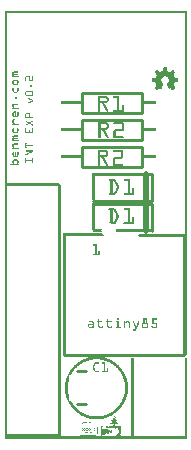
<source format=gto>
G04 MADE WITH FRITZING*
G04 WWW.FRITZING.ORG*
G04 DOUBLE SIDED*
G04 HOLES PLATED*
G04 CONTOUR ON CENTER OF CONTOUR VECTOR*
%ASAXBY*%
%FSLAX23Y23*%
%MOIN*%
%OFA0B0*%
%SFA1.0B1.0*%
%ADD10C,0.010000*%
%ADD11C,0.020000*%
%ADD12C,0.005000*%
%ADD13C,0.011000*%
%ADD14R,0.001000X0.001000*%
%LNSILK1*%
G90*
G70*
G54D10*
X256Y972D02*
X456Y972D01*
D02*
X456Y972D02*
X456Y906D01*
D02*
X456Y906D02*
X256Y906D01*
D02*
X256Y906D02*
X256Y972D01*
D02*
X256Y1152D02*
X456Y1152D01*
D02*
X456Y1152D02*
X456Y1086D01*
D02*
X456Y1086D02*
X256Y1086D01*
D02*
X256Y1086D02*
X256Y1152D01*
D02*
X295Y784D02*
X490Y784D01*
D02*
X490Y784D02*
X490Y694D01*
G54D11*
D02*
X470Y784D02*
X470Y694D01*
G54D10*
D02*
X490Y794D02*
X295Y794D01*
D02*
X295Y884D02*
X490Y884D01*
D02*
X490Y884D02*
X490Y794D01*
G54D11*
D02*
X470Y884D02*
X470Y794D01*
G54D10*
D02*
X180Y10D02*
X180Y847D01*
G54D12*
D02*
X4Y847D02*
X4Y10D01*
G54D10*
D02*
X196Y679D02*
X196Y279D01*
D02*
X196Y279D02*
X596Y279D01*
D02*
X596Y279D02*
X596Y679D01*
D02*
X446Y679D02*
X596Y679D01*
D02*
X256Y1062D02*
X456Y1062D01*
D02*
X456Y1062D02*
X456Y996D01*
D02*
X456Y996D02*
X256Y996D01*
D02*
X256Y996D02*
X256Y1062D01*
G36*
X529Y1238D02*
X529Y1238D01*
X529Y1238D01*
X529Y1238D01*
X529Y1238D01*
G37*
D02*
G36*
X563Y1228D02*
X563Y1228D01*
X563Y1228D01*
X563Y1228D01*
X563Y1228D01*
G37*
D02*
G36*
X514Y1226D02*
X514Y1226D01*
X514Y1226D01*
X514Y1226D01*
X514Y1226D01*
G37*
D02*
G36*
X565Y1226D02*
X565Y1226D01*
X565Y1226D01*
X565Y1226D01*
X565Y1226D01*
G37*
D02*
G36*
X548Y1225D02*
X548Y1225D01*
X548Y1225D01*
X548Y1225D01*
X548Y1225D01*
G37*
D02*
G36*
X521Y1224D02*
X521Y1224D01*
X521Y1224D01*
X521Y1224D01*
X521Y1224D01*
G37*
D02*
G36*
X549Y1224D02*
X549Y1224D01*
X550Y1224D01*
X550Y1224D01*
X549Y1224D01*
G37*
D02*
G36*
X567Y1224D02*
X567Y1224D01*
X567Y1224D01*
X567Y1224D01*
X567Y1224D01*
G37*
D02*
G36*
X502Y1219D02*
X502Y1219D01*
X502Y1219D01*
X502Y1219D01*
X502Y1219D01*
G37*
D02*
G36*
X504Y1215D02*
X504Y1215D01*
X504Y1215D01*
X504Y1215D01*
X504Y1215D01*
G37*
D02*
G36*
X563Y1214D02*
X563Y1214D01*
X564Y1214D01*
X564Y1214D01*
X563Y1214D01*
G37*
D02*
G36*
X563Y1214D02*
X563Y1213D01*
X563Y1213D01*
X563Y1214D01*
X563Y1214D01*
G37*
D02*
G36*
X504Y1208D02*
X504Y1208D01*
X504Y1208D01*
X504Y1208D01*
X504Y1208D01*
G37*
D02*
G36*
X538Y1207D02*
X538Y1207D01*
X538Y1207D01*
X538Y1207D01*
X538Y1207D01*
G37*
D02*
G36*
X563Y1207D02*
X563Y1206D01*
X563Y1206D01*
X563Y1207D01*
X563Y1207D01*
G37*
D02*
G36*
X524Y1206D02*
X524Y1206D01*
X524Y1206D01*
X524Y1206D01*
X524Y1206D01*
G37*
D02*
G36*
X524Y1206D02*
X524Y1206D01*
X525Y1206D01*
X525Y1206D01*
X524Y1206D01*
G37*
D02*
G36*
X542Y1205D02*
X542Y1205D01*
X543Y1205D01*
X543Y1205D01*
X542Y1205D01*
G37*
D02*
G36*
X547Y1202D02*
X547Y1202D01*
X547Y1202D01*
X547Y1202D01*
X547Y1202D01*
G37*
D02*
G36*
X546Y1202D02*
X546Y1202D01*
X547Y1202D01*
X547Y1202D01*
X546Y1202D01*
G37*
D02*
G36*
X523Y1202D02*
X523Y1201D01*
X524Y1201D01*
X524Y1202D01*
X523Y1202D01*
G37*
D02*
G36*
X577Y1201D02*
X577Y1201D01*
X578Y1201D01*
X578Y1201D01*
X577Y1201D01*
G37*
D02*
G36*
X577Y1201D02*
X577Y1201D01*
X577Y1201D01*
X577Y1201D01*
X577Y1201D01*
G37*
D02*
G36*
X491Y1191D02*
X491Y1190D01*
X491Y1190D01*
X491Y1191D01*
X491Y1191D01*
G37*
D02*
G36*
X575Y1190D02*
X575Y1190D01*
X575Y1190D01*
X575Y1190D01*
X575Y1190D01*
G37*
D02*
G36*
X565Y1189D02*
X565Y1188D01*
X565Y1188D01*
X565Y1189D01*
X565Y1189D01*
G37*
D02*
G36*
X502Y1187D02*
X502Y1186D01*
X503Y1186D01*
X503Y1187D01*
X502Y1187D01*
G37*
D02*
G36*
X563Y1177D02*
X563Y1177D01*
X564Y1177D01*
X564Y1177D01*
X563Y1177D01*
G37*
D02*
G36*
X564Y1177D02*
X564Y1177D01*
X564Y1177D01*
X564Y1177D01*
X564Y1177D01*
G37*
D02*
G36*
X563Y1176D02*
X563Y1176D01*
X563Y1176D01*
X563Y1176D01*
X563Y1176D01*
G37*
D02*
G36*
X567Y1167D02*
X567Y1167D01*
X567Y1167D01*
X567Y1167D01*
X567Y1167D01*
G37*
D02*
G36*
X502Y1167D02*
X502Y1167D01*
X502Y1167D01*
X502Y1167D01*
X502Y1167D01*
G37*
D02*
G36*
X515Y1167D02*
X515Y1166D01*
X515Y1166D01*
X515Y1167D01*
X515Y1167D01*
G37*
D02*
G36*
X553Y1167D02*
X553Y1166D01*
X554Y1166D01*
X554Y1167D01*
X553Y1167D01*
G37*
D02*
G36*
X515Y1166D02*
X515Y1166D01*
X515Y1166D01*
X515Y1166D01*
X515Y1166D01*
G37*
D02*
G36*
X515Y1166D02*
X515Y1166D01*
X515Y1166D01*
X515Y1166D01*
X515Y1166D01*
G37*
D02*
G36*
X547Y1166D02*
X547Y1165D01*
X547Y1165D01*
X547Y1166D01*
X547Y1166D01*
G37*
D02*
G36*
X565Y1165D02*
X565Y1165D01*
X565Y1165D01*
X565Y1165D01*
X565Y1165D01*
G37*
D02*
G36*
X504Y1165D02*
X504Y1165D01*
X504Y1165D01*
X504Y1165D01*
X504Y1165D01*
G37*
D02*
G36*
X528Y1239D02*
X528Y1239D01*
X529Y1239D01*
X529Y1239D01*
X528Y1239D01*
G37*
D02*
G36*
X530Y1239D02*
X530Y1239D01*
X540Y1239D01*
X540Y1239D01*
X530Y1239D01*
G37*
D02*
G36*
X528Y1239D02*
X528Y1239D01*
X540Y1239D01*
X540Y1239D01*
X528Y1239D01*
G37*
D02*
G36*
X528Y1239D02*
X528Y1239D01*
X540Y1239D01*
X540Y1239D01*
X528Y1239D01*
G37*
D02*
G36*
X528Y1239D02*
X528Y1238D01*
X529Y1238D01*
X529Y1238D01*
X528Y1238D01*
X528Y1238D01*
X529Y1238D01*
X529Y1239D01*
X528Y1239D01*
G37*
D02*
G36*
X529Y1239D02*
X529Y1238D01*
X529Y1238D01*
X529Y1239D01*
X529Y1239D01*
G37*
D02*
G36*
X530Y1239D02*
X530Y1238D01*
X540Y1238D01*
X540Y1238D01*
X540Y1238D01*
X540Y1238D01*
X540Y1238D01*
X540Y1239D01*
X530Y1239D01*
G37*
D02*
G36*
X529Y1238D02*
X529Y1238D01*
X540Y1238D01*
X540Y1238D01*
X529Y1238D01*
G37*
D02*
G36*
X529Y1238D02*
X529Y1238D01*
X540Y1238D01*
X540Y1238D01*
X529Y1238D01*
G37*
D02*
G36*
X529Y1238D02*
X529Y1238D01*
X540Y1238D01*
X540Y1238D01*
X529Y1238D01*
G37*
D02*
G36*
X529Y1238D02*
X529Y1238D01*
X540Y1238D01*
X540Y1238D01*
X529Y1238D01*
G37*
D02*
G36*
X528Y1238D02*
X528Y1238D01*
X529Y1238D01*
X529Y1238D01*
X528Y1238D01*
G37*
D02*
G36*
X528Y1238D02*
X528Y1238D01*
X529Y1238D01*
X529Y1238D01*
X528Y1238D01*
G37*
D02*
G36*
X529Y1238D02*
X529Y1238D01*
X540Y1238D01*
X540Y1238D01*
X529Y1238D01*
G37*
D02*
G36*
X540Y1238D02*
X540Y1238D01*
X540Y1238D01*
X540Y1237D01*
X540Y1237D01*
X540Y1238D01*
X540Y1238D01*
X540Y1238D01*
X540Y1238D01*
G37*
D02*
G36*
X528Y1238D02*
X528Y1237D01*
X529Y1237D01*
X529Y1238D01*
X528Y1238D01*
G37*
D02*
G36*
X530Y1238D02*
X530Y1237D01*
X540Y1237D01*
X540Y1238D01*
X530Y1238D01*
G37*
D02*
G36*
X528Y1237D02*
X528Y1237D01*
X540Y1237D01*
X540Y1237D01*
X528Y1237D01*
G37*
D02*
G36*
X528Y1237D02*
X528Y1237D01*
X540Y1237D01*
X540Y1237D01*
X528Y1237D01*
G37*
D02*
G36*
X528Y1237D02*
X528Y1237D01*
X540Y1237D01*
X540Y1237D01*
X528Y1237D01*
G37*
D02*
G36*
X528Y1237D02*
X528Y1237D01*
X540Y1237D01*
X540Y1236D01*
X541Y1236D01*
X541Y1237D01*
X540Y1237D01*
X540Y1237D01*
X528Y1237D01*
G37*
D02*
G36*
X528Y1237D02*
X528Y1236D01*
X539Y1236D01*
X539Y1237D01*
X528Y1237D01*
G37*
D02*
G36*
X540Y1237D02*
X540Y1236D01*
X540Y1236D01*
X540Y1237D01*
X540Y1237D01*
G37*
D02*
G36*
X528Y1236D02*
X528Y1236D01*
X540Y1236D01*
X540Y1236D01*
X528Y1236D01*
G37*
D02*
G36*
X540Y1236D02*
X540Y1236D01*
X541Y1236D01*
X541Y1236D01*
X540Y1236D01*
G37*
D02*
G36*
X528Y1236D02*
X528Y1236D01*
X541Y1236D01*
X541Y1236D01*
X528Y1236D01*
G37*
D02*
G36*
X528Y1236D02*
X528Y1236D01*
X541Y1236D01*
X541Y1236D01*
X528Y1236D01*
G37*
D02*
G36*
X528Y1236D02*
X528Y1236D01*
X540Y1236D01*
X540Y1236D01*
X540Y1236D01*
X540Y1235D01*
X541Y1235D01*
X541Y1236D01*
X541Y1236D01*
X541Y1236D01*
X528Y1236D01*
G37*
D02*
G36*
X528Y1236D02*
X528Y1236D01*
X539Y1236D01*
X539Y1236D01*
X528Y1236D01*
G37*
D02*
G36*
X528Y1236D02*
X528Y1235D01*
X540Y1235D01*
X540Y1236D01*
X528Y1236D01*
G37*
D02*
G36*
X528Y1236D02*
X528Y1235D01*
X540Y1235D01*
X540Y1236D01*
X528Y1236D01*
G37*
D02*
G36*
X528Y1235D02*
X528Y1235D01*
X541Y1235D01*
X541Y1235D01*
X528Y1235D01*
G37*
D02*
G36*
X528Y1235D02*
X528Y1235D01*
X541Y1235D01*
X541Y1235D01*
X528Y1235D01*
G37*
D02*
G36*
X527Y1235D02*
X527Y1235D01*
X528Y1235D01*
X528Y1235D01*
X539Y1235D01*
X539Y1235D01*
X527Y1235D01*
G37*
D02*
G36*
X540Y1235D02*
X540Y1235D01*
X540Y1235D01*
X540Y1235D01*
X540Y1235D01*
G37*
D02*
G36*
X540Y1235D02*
X540Y1235D01*
X541Y1235D01*
X541Y1235D01*
X540Y1235D01*
G37*
D02*
G36*
X528Y1235D02*
X528Y1235D01*
X540Y1235D01*
X540Y1235D01*
X528Y1235D01*
G37*
D02*
G36*
X540Y1235D02*
X540Y1235D01*
X540Y1235D01*
X540Y1234D01*
X541Y1234D01*
X541Y1235D01*
X541Y1235D01*
X541Y1235D01*
X540Y1235D01*
G37*
D02*
G36*
X528Y1235D02*
X528Y1234D01*
X540Y1234D01*
X540Y1235D01*
X528Y1235D01*
G37*
D02*
G36*
X528Y1235D02*
X528Y1234D01*
X540Y1234D01*
X540Y1235D01*
X528Y1235D01*
G37*
D02*
G36*
X527Y1234D02*
X527Y1234D01*
X541Y1234D01*
X541Y1234D01*
X527Y1234D01*
G37*
D02*
G36*
X527Y1234D02*
X527Y1234D01*
X541Y1234D01*
X541Y1234D01*
X527Y1234D01*
G37*
D02*
G36*
X527Y1234D02*
X527Y1234D01*
X540Y1234D01*
X540Y1233D01*
X541Y1233D01*
X541Y1234D01*
X541Y1234D01*
X541Y1234D01*
X541Y1234D01*
X541Y1234D01*
X527Y1234D01*
G37*
D02*
G36*
X527Y1234D02*
X527Y1233D01*
X528Y1233D01*
X528Y1234D01*
X527Y1234D01*
G37*
D02*
G36*
X528Y1234D02*
X528Y1233D01*
X540Y1233D01*
X540Y1234D01*
X528Y1234D01*
G37*
D02*
G36*
X527Y1233D02*
X527Y1233D01*
X541Y1233D01*
X541Y1233D01*
X527Y1233D01*
G37*
D02*
G36*
X527Y1233D02*
X527Y1233D01*
X541Y1233D01*
X541Y1233D01*
X527Y1233D01*
G37*
D02*
G36*
X527Y1233D02*
X527Y1233D01*
X541Y1233D01*
X541Y1233D01*
X527Y1233D01*
G37*
D02*
G36*
X527Y1233D02*
X527Y1233D01*
X527Y1233D01*
X527Y1233D01*
X527Y1233D01*
X527Y1232D01*
X527Y1232D01*
X527Y1232D01*
X528Y1232D01*
X528Y1232D01*
X541Y1232D01*
X541Y1233D01*
X527Y1233D01*
G37*
D02*
G36*
X527Y1232D02*
X527Y1232D01*
X527Y1232D01*
X527Y1232D01*
X527Y1232D01*
G37*
D02*
G36*
X527Y1232D02*
X527Y1232D01*
X527Y1232D01*
X527Y1232D01*
X527Y1232D01*
X527Y1232D01*
X527Y1232D01*
G37*
D02*
G36*
X527Y1232D02*
X527Y1232D01*
X528Y1232D01*
X528Y1231D01*
X542Y1231D01*
X542Y1232D01*
X527Y1232D01*
G37*
D02*
G36*
X527Y1232D02*
X527Y1231D01*
X528Y1231D01*
X528Y1232D01*
X527Y1232D01*
G37*
D02*
G36*
X527Y1232D02*
X527Y1231D01*
X528Y1231D01*
X528Y1232D01*
X527Y1232D01*
G37*
D02*
G36*
X527Y1231D02*
X527Y1231D01*
X527Y1231D01*
X527Y1231D01*
X527Y1231D01*
G37*
D02*
G36*
X528Y1231D02*
X528Y1231D01*
X542Y1231D01*
X542Y1231D01*
X528Y1231D01*
G37*
D02*
G36*
X527Y1231D02*
X527Y1231D01*
X542Y1231D01*
X542Y1231D01*
X527Y1231D01*
G37*
D02*
G36*
X527Y1231D02*
X527Y1231D01*
X542Y1231D01*
X542Y1231D01*
X527Y1231D01*
G37*
D02*
G36*
X527Y1231D02*
X527Y1231D01*
X527Y1231D01*
X527Y1231D01*
X527Y1231D01*
G37*
D02*
G36*
X527Y1231D02*
X527Y1231D01*
X528Y1231D01*
X528Y1230D01*
X528Y1230D01*
X528Y1230D01*
X542Y1230D01*
X542Y1231D01*
X542Y1231D01*
X542Y1231D01*
X527Y1231D01*
G37*
D02*
G36*
X527Y1231D02*
X527Y1230D01*
X527Y1230D01*
X527Y1230D01*
X527Y1230D01*
X527Y1231D01*
X527Y1231D01*
G37*
D02*
G36*
X507Y1230D02*
X507Y1230D01*
X507Y1230D01*
X507Y1230D01*
X507Y1230D01*
G37*
D02*
G36*
X508Y1230D02*
X508Y1230D01*
X508Y1230D01*
X508Y1230D01*
X508Y1230D01*
G37*
D02*
G36*
X527Y1230D02*
X527Y1230D01*
X528Y1230D01*
X528Y1230D01*
X527Y1230D01*
G37*
D02*
G36*
X560Y1230D02*
X560Y1230D01*
X560Y1230D01*
X560Y1230D01*
X561Y1230D01*
X561Y1230D01*
X562Y1230D01*
X562Y1229D01*
X562Y1229D01*
X562Y1230D01*
X562Y1230D01*
X562Y1230D01*
X561Y1230D01*
X561Y1230D01*
X561Y1230D01*
X561Y1230D01*
X560Y1230D01*
G37*
D02*
G36*
X507Y1230D02*
X507Y1230D01*
X509Y1230D01*
X509Y1230D01*
X507Y1230D01*
G37*
D02*
G36*
X507Y1230D02*
X507Y1230D01*
X509Y1230D01*
X509Y1230D01*
X507Y1230D01*
G37*
D02*
G36*
X527Y1230D02*
X527Y1230D01*
X542Y1230D01*
X542Y1230D01*
X527Y1230D01*
G37*
D02*
G36*
X527Y1230D02*
X527Y1230D01*
X542Y1230D01*
X542Y1230D01*
X527Y1230D01*
G37*
D02*
G36*
X507Y1230D02*
X507Y1230D01*
X509Y1230D01*
X509Y1229D01*
X509Y1229D01*
X509Y1230D01*
X509Y1230D01*
X509Y1230D01*
X507Y1230D01*
G37*
D02*
G36*
X526Y1230D02*
X526Y1230D01*
X528Y1230D01*
X528Y1230D01*
X526Y1230D01*
G37*
D02*
G36*
X528Y1230D02*
X528Y1230D01*
X541Y1230D01*
X541Y1230D01*
X528Y1230D01*
G37*
D02*
G36*
X559Y1230D02*
X559Y1230D01*
X561Y1230D01*
X561Y1230D01*
X559Y1230D01*
G37*
D02*
G36*
X506Y1230D02*
X506Y1229D01*
X507Y1229D01*
X507Y1230D01*
X506Y1230D01*
G37*
D02*
G36*
X508Y1230D02*
X508Y1229D01*
X508Y1229D01*
X508Y1230D01*
X508Y1230D01*
G37*
D02*
G36*
X526Y1230D02*
X526Y1229D01*
X542Y1229D01*
X542Y1230D01*
X526Y1230D01*
G37*
D02*
G36*
X526Y1230D02*
X526Y1229D01*
X542Y1229D01*
X542Y1230D01*
X526Y1230D01*
G37*
D02*
G36*
X559Y1230D02*
X559Y1229D01*
X561Y1229D01*
X561Y1230D01*
X559Y1230D01*
G37*
D02*
G36*
X559Y1230D02*
X559Y1229D01*
X561Y1229D01*
X561Y1230D01*
X559Y1230D01*
G37*
D02*
G36*
X506Y1229D02*
X506Y1229D01*
X510Y1229D01*
X510Y1229D01*
X506Y1229D01*
G37*
D02*
G36*
X506Y1229D02*
X506Y1229D01*
X510Y1229D01*
X510Y1229D01*
X506Y1229D01*
G37*
D02*
G36*
X506Y1229D02*
X506Y1229D01*
X510Y1229D01*
X510Y1229D01*
X506Y1229D01*
G37*
D02*
G36*
X527Y1229D02*
X527Y1229D01*
X527Y1229D01*
X527Y1229D01*
X542Y1229D01*
X542Y1229D01*
X542Y1229D01*
X542Y1229D01*
X527Y1229D01*
G37*
D02*
G36*
X559Y1229D02*
X559Y1229D01*
X562Y1229D01*
X562Y1229D01*
X559Y1229D01*
G37*
D02*
G36*
X559Y1229D02*
X559Y1229D01*
X562Y1229D01*
X562Y1229D01*
X559Y1229D01*
G37*
D02*
G36*
X506Y1229D02*
X506Y1229D01*
X506Y1229D01*
X506Y1229D01*
X506Y1229D01*
G37*
D02*
G36*
X506Y1229D02*
X506Y1229D01*
X509Y1229D01*
X509Y1229D01*
X506Y1229D01*
G37*
D02*
G36*
X509Y1229D02*
X509Y1229D01*
X509Y1229D01*
X509Y1229D01*
X509Y1229D01*
X509Y1229D01*
X509Y1229D01*
G37*
D02*
G36*
X510Y1229D02*
X510Y1229D01*
X510Y1229D01*
X510Y1228D01*
X510Y1228D01*
X510Y1229D01*
X510Y1229D01*
X510Y1229D01*
X510Y1229D01*
G37*
D02*
G36*
X526Y1229D02*
X526Y1229D01*
X527Y1229D01*
X527Y1229D01*
X526Y1229D01*
G37*
D02*
G36*
X558Y1229D02*
X558Y1229D01*
X562Y1229D01*
X562Y1229D01*
X563Y1229D01*
X563Y1229D01*
X562Y1229D01*
X562Y1229D01*
X558Y1229D01*
G37*
D02*
G36*
X506Y1229D02*
X506Y1229D01*
X509Y1229D01*
X509Y1229D01*
X506Y1229D01*
G37*
D02*
G36*
X506Y1229D02*
X506Y1229D01*
X509Y1229D01*
X509Y1229D01*
X506Y1229D01*
G37*
D02*
G36*
X526Y1229D02*
X526Y1229D01*
X542Y1229D01*
X542Y1229D01*
X526Y1229D01*
G37*
D02*
G36*
X526Y1229D02*
X526Y1229D01*
X542Y1229D01*
X542Y1229D01*
X526Y1229D01*
G37*
D02*
G36*
X558Y1229D02*
X558Y1229D01*
X561Y1229D01*
X561Y1228D01*
X561Y1228D01*
X561Y1229D01*
X562Y1229D01*
X562Y1229D01*
X558Y1229D01*
G37*
D02*
G36*
X506Y1229D02*
X506Y1228D01*
X510Y1228D01*
X510Y1229D01*
X506Y1229D01*
G37*
D02*
G36*
X506Y1229D02*
X506Y1228D01*
X510Y1228D01*
X510Y1229D01*
X506Y1229D01*
G37*
D02*
G36*
X511Y1229D02*
X511Y1228D01*
X511Y1228D01*
X511Y1229D01*
X511Y1229D01*
G37*
D02*
G36*
X526Y1229D02*
X526Y1228D01*
X526Y1228D01*
X526Y1228D01*
X528Y1228D01*
X528Y1228D01*
X542Y1228D01*
X542Y1228D01*
X542Y1228D01*
X542Y1228D01*
X542Y1228D01*
X542Y1229D01*
X526Y1229D01*
G37*
D02*
G36*
X558Y1229D02*
X558Y1228D01*
X558Y1228D01*
X558Y1229D01*
X558Y1229D01*
G37*
D02*
G36*
X558Y1229D02*
X558Y1228D01*
X561Y1228D01*
X561Y1229D01*
X558Y1229D01*
G37*
D02*
G36*
X562Y1229D02*
X562Y1228D01*
X563Y1228D01*
X563Y1229D01*
X562Y1229D01*
G37*
D02*
G36*
X505Y1228D02*
X505Y1228D01*
X506Y1228D01*
X506Y1228D01*
X505Y1228D01*
G37*
D02*
G36*
X506Y1228D02*
X506Y1228D01*
X509Y1228D01*
X509Y1228D01*
X506Y1228D01*
G37*
D02*
G36*
X509Y1228D02*
X509Y1228D01*
X511Y1228D01*
X511Y1228D01*
X509Y1228D01*
G37*
D02*
G36*
X509Y1228D02*
X509Y1228D01*
X511Y1228D01*
X511Y1228D01*
X509Y1228D01*
G37*
D02*
G36*
X509Y1228D02*
X509Y1228D01*
X511Y1228D01*
X511Y1228D01*
X509Y1228D01*
G37*
D02*
G36*
X557Y1228D02*
X557Y1228D01*
X558Y1228D01*
X558Y1228D01*
X557Y1228D01*
G37*
D02*
G36*
X557Y1228D02*
X557Y1228D01*
X558Y1228D01*
X558Y1228D01*
X557Y1228D01*
G37*
D02*
G36*
X559Y1228D02*
X559Y1228D01*
X563Y1228D01*
X563Y1228D01*
X559Y1228D01*
G37*
D02*
G36*
X559Y1228D02*
X559Y1228D01*
X563Y1228D01*
X563Y1228D01*
X559Y1228D01*
G37*
D02*
G36*
X559Y1228D02*
X559Y1228D01*
X563Y1228D01*
X563Y1228D01*
X559Y1228D01*
G37*
D02*
G36*
X505Y1228D02*
X505Y1228D01*
X511Y1228D01*
X511Y1228D01*
X505Y1228D01*
G37*
D02*
G36*
X505Y1228D02*
X505Y1228D01*
X511Y1228D01*
X511Y1228D01*
X505Y1228D01*
G37*
D02*
G36*
X505Y1228D02*
X505Y1228D01*
X511Y1228D01*
X511Y1228D01*
X505Y1228D01*
G37*
D02*
G36*
X511Y1228D02*
X511Y1228D01*
X511Y1228D01*
X511Y1228D01*
X511Y1228D01*
G37*
D02*
G36*
X526Y1228D02*
X526Y1228D01*
X527Y1228D01*
X527Y1228D01*
X527Y1228D01*
X527Y1228D01*
X526Y1228D01*
G37*
D02*
G36*
X527Y1228D02*
X527Y1228D01*
X528Y1228D01*
X528Y1228D01*
X527Y1228D01*
G37*
D02*
G36*
X557Y1228D02*
X557Y1228D01*
X561Y1228D01*
X561Y1228D01*
X557Y1228D01*
G37*
D02*
G36*
X557Y1228D02*
X557Y1228D01*
X561Y1228D01*
X561Y1228D01*
X557Y1228D01*
G37*
D02*
G36*
X561Y1228D02*
X561Y1228D01*
X561Y1228D01*
X561Y1228D01*
X561Y1228D01*
G37*
D02*
G36*
X562Y1228D02*
X562Y1228D01*
X563Y1228D01*
X563Y1228D01*
X562Y1228D01*
G37*
D02*
G36*
X505Y1228D02*
X505Y1228D01*
X505Y1228D01*
X505Y1228D01*
X505Y1228D01*
G37*
D02*
G36*
X505Y1228D02*
X505Y1228D01*
X506Y1228D01*
X506Y1228D01*
X505Y1228D01*
G37*
D02*
G36*
X506Y1228D02*
X506Y1228D01*
X506Y1228D01*
X506Y1228D01*
X506Y1228D01*
G37*
D02*
G36*
X506Y1228D02*
X506Y1228D01*
X509Y1228D01*
X509Y1228D01*
X506Y1228D01*
G37*
D02*
G36*
X509Y1228D02*
X509Y1228D01*
X511Y1228D01*
X511Y1228D01*
X509Y1228D01*
G37*
D02*
G36*
X509Y1228D02*
X509Y1228D01*
X511Y1228D01*
X511Y1228D01*
X509Y1228D01*
G37*
D02*
G36*
X512Y1228D02*
X512Y1228D01*
X512Y1228D01*
X512Y1228D01*
X512Y1228D01*
G37*
D02*
G36*
X526Y1228D02*
X526Y1228D01*
X526Y1228D01*
X526Y1227D01*
X526Y1227D01*
X526Y1228D01*
X527Y1228D01*
X527Y1228D01*
X526Y1228D01*
G37*
D02*
G36*
X528Y1228D02*
X528Y1228D01*
X542Y1228D01*
X542Y1228D01*
X528Y1228D01*
G37*
D02*
G36*
X557Y1228D02*
X557Y1228D01*
X557Y1228D01*
X557Y1228D01*
X557Y1228D01*
G37*
D02*
G36*
X558Y1228D02*
X558Y1228D01*
X563Y1228D01*
X563Y1228D01*
X558Y1228D01*
G37*
D02*
G36*
X558Y1228D02*
X558Y1228D01*
X563Y1228D01*
X563Y1228D01*
X558Y1228D01*
G37*
D02*
G36*
X558Y1228D02*
X558Y1228D01*
X563Y1228D01*
X563Y1228D01*
X558Y1228D01*
G37*
D02*
G36*
X563Y1228D02*
X563Y1228D01*
X564Y1228D01*
X564Y1228D01*
X563Y1228D01*
G37*
D02*
G36*
X505Y1228D02*
X505Y1227D01*
X510Y1227D01*
X510Y1228D01*
X505Y1228D01*
G37*
D02*
G36*
X505Y1228D02*
X505Y1227D01*
X510Y1227D01*
X510Y1228D01*
X505Y1228D01*
G37*
D02*
G36*
X505Y1228D02*
X505Y1227D01*
X510Y1227D01*
X510Y1228D01*
X505Y1228D01*
G37*
D02*
G36*
X505Y1228D02*
X505Y1227D01*
X510Y1227D01*
X510Y1228D01*
X505Y1228D01*
G37*
D02*
G36*
X505Y1228D02*
X505Y1227D01*
X510Y1227D01*
X510Y1228D01*
X505Y1228D01*
G37*
D02*
G36*
X510Y1228D02*
X510Y1227D01*
X512Y1227D01*
X512Y1228D01*
X510Y1228D01*
G37*
D02*
G36*
X510Y1228D02*
X510Y1227D01*
X512Y1227D01*
X512Y1228D01*
X510Y1228D01*
G37*
D02*
G36*
X527Y1228D02*
X527Y1227D01*
X527Y1227D01*
X527Y1228D01*
X527Y1228D01*
G37*
D02*
G36*
X527Y1228D02*
X527Y1227D01*
X528Y1227D01*
X528Y1228D01*
X527Y1228D01*
G37*
D02*
G36*
X528Y1228D02*
X528Y1227D01*
X542Y1227D01*
X542Y1228D01*
X528Y1228D01*
G37*
D02*
G36*
X528Y1228D02*
X528Y1227D01*
X542Y1227D01*
X542Y1228D01*
X528Y1228D01*
G37*
D02*
G36*
X556Y1228D02*
X556Y1227D01*
X564Y1227D01*
X564Y1228D01*
X556Y1228D01*
G37*
D02*
G36*
X556Y1228D02*
X556Y1227D01*
X564Y1227D01*
X564Y1228D01*
X556Y1228D01*
G37*
D02*
G36*
X556Y1228D02*
X556Y1227D01*
X564Y1227D01*
X564Y1228D01*
X556Y1228D01*
G37*
D02*
G36*
X504Y1227D02*
X504Y1227D01*
X512Y1227D01*
X512Y1227D01*
X504Y1227D01*
G37*
D02*
G36*
X504Y1227D02*
X504Y1227D01*
X512Y1227D01*
X512Y1227D01*
X504Y1227D01*
G37*
D02*
G36*
X526Y1227D02*
X526Y1227D01*
X541Y1227D01*
X541Y1227D01*
X526Y1227D01*
G37*
D02*
G36*
X526Y1227D02*
X526Y1227D01*
X541Y1227D01*
X541Y1227D01*
X526Y1227D01*
G37*
D02*
G36*
X526Y1227D02*
X526Y1227D01*
X541Y1227D01*
X541Y1227D01*
X526Y1227D01*
G37*
D02*
G36*
X526Y1227D02*
X526Y1227D01*
X541Y1227D01*
X541Y1227D01*
X526Y1227D01*
G37*
D02*
G36*
X542Y1227D02*
X542Y1227D01*
X542Y1227D01*
X542Y1227D01*
X542Y1227D01*
X542Y1227D01*
X542Y1227D01*
G37*
D02*
G36*
X556Y1227D02*
X556Y1227D01*
X556Y1227D01*
X556Y1227D01*
X564Y1227D01*
X564Y1227D01*
X565Y1227D01*
X565Y1227D01*
X564Y1227D01*
X564Y1227D01*
X564Y1227D01*
X564Y1227D01*
X556Y1227D01*
G37*
D02*
G36*
X504Y1227D02*
X504Y1227D01*
X504Y1227D01*
X504Y1227D01*
X504Y1227D01*
G37*
D02*
G36*
X505Y1227D02*
X505Y1227D01*
X513Y1227D01*
X513Y1227D01*
X505Y1227D01*
G37*
D02*
G36*
X526Y1227D02*
X526Y1227D01*
X542Y1227D01*
X542Y1227D01*
X526Y1227D01*
G37*
D02*
G36*
X526Y1227D02*
X526Y1227D01*
X542Y1227D01*
X542Y1227D01*
X526Y1227D01*
G37*
D02*
G36*
X542Y1227D02*
X542Y1227D01*
X543Y1227D01*
X543Y1227D01*
X542Y1227D01*
G37*
D02*
G36*
X504Y1227D02*
X504Y1227D01*
X513Y1227D01*
X513Y1227D01*
X504Y1227D01*
G37*
D02*
G36*
X504Y1227D02*
X504Y1227D01*
X513Y1227D01*
X513Y1227D01*
X504Y1227D01*
G37*
D02*
G36*
X525Y1227D02*
X525Y1227D01*
X543Y1227D01*
X543Y1227D01*
X525Y1227D01*
G37*
D02*
G36*
X525Y1227D02*
X525Y1227D01*
X543Y1227D01*
X543Y1227D01*
X525Y1227D01*
G37*
D02*
G36*
X525Y1227D02*
X525Y1227D01*
X543Y1227D01*
X543Y1227D01*
X525Y1227D01*
G37*
D02*
G36*
X555Y1227D02*
X555Y1227D01*
X563Y1227D01*
X563Y1226D01*
X563Y1226D01*
X563Y1227D01*
X564Y1227D01*
X564Y1227D01*
X555Y1227D01*
G37*
D02*
G36*
X504Y1227D02*
X504Y1226D01*
X505Y1226D01*
X505Y1226D01*
X512Y1226D01*
X512Y1226D01*
X513Y1226D01*
X513Y1227D01*
X504Y1227D01*
G37*
D02*
G36*
X513Y1227D02*
X513Y1226D01*
X513Y1226D01*
X513Y1227D01*
X513Y1227D01*
G37*
D02*
G36*
X524Y1227D02*
X524Y1226D01*
X525Y1226D01*
X525Y1227D01*
X524Y1227D01*
G37*
D02*
G36*
X525Y1227D02*
X525Y1226D01*
X543Y1226D01*
X543Y1226D01*
X543Y1226D01*
X543Y1226D01*
X543Y1226D01*
X543Y1227D01*
X525Y1227D01*
G37*
D02*
G36*
X543Y1227D02*
X543Y1226D01*
X544Y1226D01*
X544Y1227D01*
X543Y1227D01*
G37*
D02*
G36*
X555Y1227D02*
X555Y1226D01*
X555Y1226D01*
X555Y1227D01*
X555Y1227D01*
G37*
D02*
G36*
X555Y1227D02*
X555Y1226D01*
X563Y1226D01*
X563Y1227D01*
X555Y1227D01*
G37*
D02*
G36*
X564Y1227D02*
X564Y1226D01*
X565Y1226D01*
X565Y1227D01*
X564Y1227D01*
G37*
D02*
G36*
X503Y1226D02*
X503Y1226D01*
X504Y1226D01*
X504Y1226D01*
X503Y1226D01*
G37*
D02*
G36*
X513Y1226D02*
X513Y1226D01*
X513Y1226D01*
X513Y1226D01*
X513Y1226D01*
G37*
D02*
G36*
X513Y1226D02*
X513Y1226D01*
X513Y1226D01*
X513Y1226D01*
X513Y1226D01*
G37*
D02*
G36*
X524Y1226D02*
X524Y1226D01*
X542Y1226D01*
X542Y1226D01*
X524Y1226D01*
G37*
D02*
G36*
X524Y1226D02*
X524Y1226D01*
X542Y1226D01*
X542Y1226D01*
X524Y1226D01*
G37*
D02*
G36*
X542Y1226D02*
X542Y1226D01*
X542Y1226D01*
X542Y1226D01*
X542Y1226D01*
G37*
D02*
G36*
X543Y1226D02*
X543Y1226D01*
X544Y1226D01*
X544Y1226D01*
X543Y1226D01*
G37*
D02*
G36*
X554Y1226D02*
X554Y1226D01*
X556Y1226D01*
X556Y1226D01*
X554Y1226D01*
G37*
D02*
G36*
X554Y1226D02*
X554Y1226D01*
X556Y1226D01*
X556Y1226D01*
X554Y1226D01*
G37*
D02*
G36*
X556Y1226D02*
X556Y1226D01*
X565Y1226D01*
X565Y1226D01*
X556Y1226D01*
G37*
D02*
G36*
X556Y1226D02*
X556Y1226D01*
X565Y1226D01*
X565Y1226D01*
X556Y1226D01*
G37*
D02*
G36*
X556Y1226D02*
X556Y1226D01*
X565Y1226D01*
X565Y1226D01*
X556Y1226D01*
G37*
D02*
G36*
X503Y1226D02*
X503Y1226D01*
X513Y1226D01*
X513Y1226D01*
X503Y1226D01*
G37*
D02*
G36*
X503Y1226D02*
X503Y1226D01*
X513Y1226D01*
X513Y1226D01*
X503Y1226D01*
G37*
D02*
G36*
X503Y1226D02*
X503Y1226D01*
X513Y1226D01*
X513Y1226D01*
X503Y1226D01*
G37*
D02*
G36*
X513Y1226D02*
X513Y1226D01*
X514Y1226D01*
X514Y1226D01*
X513Y1226D01*
G37*
D02*
G36*
X514Y1226D02*
X514Y1226D01*
X514Y1226D01*
X514Y1226D01*
X514Y1226D01*
G37*
D02*
G36*
X523Y1226D02*
X523Y1226D01*
X543Y1226D01*
X543Y1226D01*
X523Y1226D01*
G37*
D02*
G36*
X523Y1226D02*
X523Y1226D01*
X543Y1226D01*
X543Y1226D01*
X523Y1226D01*
G37*
D02*
G36*
X543Y1226D02*
X543Y1226D01*
X545Y1226D01*
X545Y1226D01*
X546Y1226D01*
X546Y1226D01*
X545Y1226D01*
X545Y1226D01*
X543Y1226D01*
G37*
D02*
G36*
X554Y1226D02*
X554Y1226D01*
X555Y1226D01*
X555Y1226D01*
X554Y1226D01*
G37*
D02*
G36*
X555Y1226D02*
X555Y1226D01*
X563Y1226D01*
X563Y1226D01*
X555Y1226D01*
G37*
D02*
G36*
X555Y1226D02*
X555Y1226D01*
X563Y1226D01*
X563Y1226D01*
X555Y1226D01*
G37*
D02*
G36*
X563Y1226D02*
X563Y1226D01*
X563Y1226D01*
X563Y1226D01*
X563Y1226D01*
G37*
D02*
G36*
X564Y1226D02*
X564Y1226D01*
X565Y1226D01*
X565Y1226D01*
X564Y1226D01*
G37*
D02*
G36*
X503Y1226D02*
X503Y1226D01*
X503Y1226D01*
X503Y1226D01*
X503Y1226D01*
G37*
D02*
G36*
X503Y1226D02*
X503Y1226D01*
X504Y1226D01*
X504Y1226D01*
X503Y1226D01*
G37*
D02*
G36*
X504Y1226D02*
X504Y1226D01*
X504Y1226D01*
X504Y1226D01*
X504Y1226D01*
G37*
D02*
G36*
X505Y1226D02*
X505Y1226D01*
X512Y1226D01*
X512Y1226D01*
X505Y1226D01*
G37*
D02*
G36*
X513Y1226D02*
X513Y1226D01*
X515Y1226D01*
X515Y1226D01*
X513Y1226D01*
G37*
D02*
G36*
X513Y1226D02*
X513Y1226D01*
X515Y1226D01*
X515Y1226D01*
X513Y1226D01*
G37*
D02*
G36*
X513Y1226D02*
X513Y1226D01*
X515Y1226D01*
X515Y1226D01*
X513Y1226D01*
G37*
D02*
G36*
X523Y1226D02*
X523Y1226D01*
X523Y1226D01*
X523Y1226D01*
X523Y1226D01*
G37*
D02*
G36*
X524Y1226D02*
X524Y1226D01*
X524Y1226D01*
X524Y1226D01*
X524Y1226D01*
G37*
D02*
G36*
X524Y1226D02*
X524Y1226D01*
X524Y1226D01*
X524Y1226D01*
X524Y1226D01*
G37*
D02*
G36*
X525Y1226D02*
X525Y1226D01*
X525Y1226D01*
X525Y1226D01*
X525Y1226D01*
G37*
D02*
G36*
X525Y1226D02*
X525Y1226D01*
X542Y1226D01*
X542Y1226D01*
X525Y1226D01*
G37*
D02*
G36*
X542Y1226D02*
X542Y1226D01*
X545Y1226D01*
X545Y1226D01*
X542Y1226D01*
G37*
D02*
G36*
X542Y1226D02*
X542Y1226D01*
X545Y1226D01*
X545Y1226D01*
X542Y1226D01*
G37*
D02*
G36*
X554Y1226D02*
X554Y1226D01*
X553Y1226D01*
X553Y1225D01*
X553Y1225D01*
X553Y1225D01*
X553Y1225D01*
X553Y1225D01*
X554Y1225D01*
X554Y1225D01*
X554Y1225D01*
X554Y1225D01*
X555Y1225D01*
X555Y1226D01*
X555Y1226D01*
X555Y1226D01*
X554Y1226D01*
G37*
D02*
G36*
X555Y1226D02*
X555Y1226D01*
X565Y1226D01*
X565Y1226D01*
X555Y1226D01*
G37*
D02*
G36*
X555Y1226D02*
X555Y1226D01*
X565Y1226D01*
X565Y1226D01*
X555Y1226D01*
G37*
D02*
G36*
X555Y1226D02*
X555Y1226D01*
X565Y1226D01*
X565Y1226D01*
X555Y1226D01*
G37*
D02*
G36*
X565Y1226D02*
X565Y1226D01*
X566Y1226D01*
X566Y1226D01*
X565Y1226D01*
G37*
D02*
G36*
X503Y1226D02*
X503Y1225D01*
X513Y1225D01*
X513Y1226D01*
X503Y1226D01*
G37*
D02*
G36*
X503Y1226D02*
X503Y1225D01*
X513Y1225D01*
X513Y1226D01*
X503Y1226D01*
G37*
D02*
G36*
X503Y1226D02*
X503Y1225D01*
X513Y1225D01*
X513Y1226D01*
X503Y1226D01*
G37*
D02*
G36*
X503Y1226D02*
X503Y1225D01*
X513Y1225D01*
X513Y1226D01*
X503Y1226D01*
G37*
D02*
G36*
X513Y1226D02*
X513Y1225D01*
X514Y1225D01*
X514Y1226D01*
X513Y1226D01*
G37*
D02*
G36*
X514Y1226D02*
X514Y1225D01*
X515Y1225D01*
X515Y1226D01*
X514Y1226D01*
G37*
D02*
G36*
X522Y1226D02*
X522Y1225D01*
X546Y1225D01*
X546Y1226D01*
X522Y1226D01*
G37*
D02*
G36*
X522Y1226D02*
X522Y1225D01*
X546Y1225D01*
X546Y1226D01*
X522Y1226D01*
G37*
D02*
G36*
X522Y1226D02*
X522Y1225D01*
X546Y1225D01*
X546Y1226D01*
X522Y1226D01*
G37*
D02*
G36*
X522Y1226D02*
X522Y1225D01*
X546Y1225D01*
X546Y1226D01*
X522Y1226D01*
G37*
D02*
G36*
X522Y1226D02*
X522Y1225D01*
X546Y1225D01*
X546Y1226D01*
X522Y1226D01*
G37*
D02*
G36*
X522Y1226D02*
X522Y1225D01*
X546Y1225D01*
X546Y1226D01*
X522Y1226D01*
G37*
D02*
G36*
X522Y1226D02*
X522Y1225D01*
X546Y1225D01*
X546Y1226D01*
X522Y1226D01*
G37*
D02*
G36*
X555Y1226D02*
X555Y1225D01*
X555Y1225D01*
X555Y1226D01*
X555Y1226D01*
G37*
D02*
G36*
X556Y1226D02*
X556Y1225D01*
X566Y1225D01*
X566Y1226D01*
X556Y1226D01*
G37*
D02*
G36*
X556Y1226D02*
X556Y1225D01*
X566Y1225D01*
X566Y1226D01*
X556Y1226D01*
G37*
D02*
G36*
X502Y1225D02*
X502Y1225D01*
X515Y1225D01*
X515Y1225D01*
X502Y1225D01*
G37*
D02*
G36*
X502Y1225D02*
X502Y1225D01*
X515Y1225D01*
X515Y1225D01*
X502Y1225D01*
G37*
D02*
G36*
X502Y1225D02*
X502Y1225D01*
X515Y1225D01*
X515Y1225D01*
X502Y1225D01*
G37*
D02*
G36*
X522Y1225D02*
X522Y1225D01*
X522Y1225D01*
X522Y1225D01*
X522Y1225D01*
G37*
D02*
G36*
X522Y1225D02*
X522Y1225D01*
X545Y1225D01*
X545Y1225D01*
X522Y1225D01*
G37*
D02*
G36*
X545Y1225D02*
X545Y1225D01*
X547Y1225D01*
X547Y1225D01*
X547Y1225D01*
X547Y1225D01*
X547Y1225D01*
X547Y1225D01*
X545Y1225D01*
G37*
D02*
G36*
X555Y1225D02*
X555Y1225D01*
X566Y1225D01*
X566Y1225D01*
X555Y1225D01*
G37*
D02*
G36*
X555Y1225D02*
X555Y1225D01*
X566Y1225D01*
X566Y1225D01*
X555Y1225D01*
G37*
D02*
G36*
X555Y1225D02*
X555Y1225D01*
X566Y1225D01*
X566Y1225D01*
X555Y1225D01*
G37*
D02*
G36*
X502Y1225D02*
X502Y1225D01*
X502Y1225D01*
X502Y1225D01*
X502Y1225D01*
G37*
D02*
G36*
X503Y1225D02*
X503Y1225D01*
X515Y1225D01*
X515Y1225D01*
X503Y1225D01*
G37*
D02*
G36*
X515Y1225D02*
X515Y1225D01*
X516Y1225D01*
X516Y1225D01*
X515Y1225D01*
G37*
D02*
G36*
X521Y1225D02*
X521Y1225D01*
X545Y1225D01*
X545Y1225D01*
X521Y1225D01*
G37*
D02*
G36*
X521Y1225D02*
X521Y1225D01*
X545Y1225D01*
X545Y1225D01*
X521Y1225D01*
G37*
D02*
G36*
X546Y1225D02*
X546Y1225D01*
X547Y1225D01*
X547Y1225D01*
X546Y1225D01*
G37*
D02*
G36*
X553Y1225D02*
X553Y1225D01*
X553Y1225D01*
X553Y1225D01*
X553Y1225D01*
G37*
D02*
G36*
X554Y1225D02*
X554Y1225D01*
X566Y1225D01*
X566Y1225D01*
X566Y1225D01*
X566Y1225D01*
X566Y1225D01*
X566Y1225D01*
X554Y1225D01*
G37*
D02*
G36*
X502Y1225D02*
X502Y1225D01*
X516Y1225D01*
X516Y1225D01*
X502Y1225D01*
G37*
D02*
G36*
X502Y1225D02*
X502Y1225D01*
X516Y1225D01*
X516Y1225D01*
X502Y1225D01*
G37*
D02*
G36*
X502Y1225D02*
X502Y1225D01*
X516Y1225D01*
X516Y1225D01*
X502Y1225D01*
G37*
D02*
G36*
X520Y1225D02*
X520Y1225D01*
X521Y1225D01*
X521Y1225D01*
X520Y1225D01*
G37*
D02*
G36*
X521Y1225D02*
X521Y1225D01*
X546Y1225D01*
X546Y1225D01*
X521Y1225D01*
G37*
D02*
G36*
X521Y1225D02*
X521Y1225D01*
X546Y1225D01*
X546Y1225D01*
X521Y1225D01*
G37*
D02*
G36*
X546Y1225D02*
X546Y1225D01*
X548Y1225D01*
X548Y1225D01*
X546Y1225D01*
G37*
D02*
G36*
X546Y1225D02*
X546Y1225D01*
X548Y1225D01*
X548Y1225D01*
X546Y1225D01*
G37*
D02*
G36*
X552Y1225D02*
X552Y1225D01*
X554Y1225D01*
X554Y1225D01*
X552Y1225D01*
G37*
D02*
G36*
X552Y1225D02*
X552Y1225D01*
X554Y1225D01*
X554Y1225D01*
X552Y1225D01*
G37*
D02*
G36*
X554Y1225D02*
X554Y1225D01*
X566Y1225D01*
X566Y1225D01*
X554Y1225D01*
G37*
D02*
G36*
X554Y1225D02*
X554Y1225D01*
X566Y1225D01*
X566Y1225D01*
X554Y1225D01*
G37*
D02*
G36*
X502Y1225D02*
X502Y1224D01*
X501Y1224D01*
X501Y1224D01*
X502Y1224D01*
X502Y1224D01*
X515Y1224D01*
X515Y1225D01*
X502Y1225D01*
G37*
D02*
G36*
X515Y1225D02*
X515Y1224D01*
X515Y1224D01*
X515Y1225D01*
X515Y1225D01*
G37*
D02*
G36*
X516Y1225D02*
X516Y1224D01*
X516Y1224D01*
X516Y1224D01*
X517Y1224D01*
X517Y1224D01*
X516Y1224D01*
X516Y1225D01*
X516Y1225D01*
G37*
D02*
G36*
X520Y1225D02*
X520Y1224D01*
X520Y1224D01*
X520Y1225D01*
X520Y1225D01*
G37*
D02*
G36*
X520Y1225D02*
X520Y1224D01*
X521Y1224D01*
X521Y1225D01*
X520Y1225D01*
G37*
D02*
G36*
X521Y1225D02*
X521Y1224D01*
X521Y1224D01*
X521Y1224D01*
X521Y1224D01*
X521Y1224D01*
X522Y1224D01*
X522Y1224D01*
X545Y1224D01*
X545Y1225D01*
X521Y1225D01*
G37*
D02*
G36*
X546Y1225D02*
X546Y1224D01*
X546Y1224D01*
X546Y1225D01*
X546Y1225D01*
G37*
D02*
G36*
X547Y1225D02*
X547Y1224D01*
X548Y1224D01*
X548Y1225D01*
X547Y1225D01*
G37*
D02*
G36*
X548Y1225D02*
X548Y1224D01*
X548Y1224D01*
X548Y1224D01*
X549Y1224D01*
X549Y1224D01*
X549Y1224D01*
X549Y1224D01*
X549Y1224D01*
X549Y1224D01*
X548Y1224D01*
X548Y1225D01*
X548Y1225D01*
G37*
D02*
G36*
X552Y1225D02*
X552Y1224D01*
X552Y1224D01*
X552Y1225D01*
X552Y1225D01*
G37*
D02*
G36*
X553Y1225D02*
X553Y1224D01*
X553Y1224D01*
X553Y1225D01*
X553Y1225D01*
G37*
D02*
G36*
X554Y1225D02*
X554Y1224D01*
X554Y1224D01*
X554Y1225D01*
X554Y1225D01*
G37*
D02*
G36*
X554Y1225D02*
X554Y1224D01*
X565Y1224D01*
X565Y1225D01*
X554Y1225D01*
G37*
D02*
G36*
X565Y1225D02*
X565Y1224D01*
X565Y1224D01*
X565Y1225D01*
X565Y1225D01*
G37*
D02*
G36*
X566Y1225D02*
X566Y1224D01*
X567Y1224D01*
X567Y1225D01*
X566Y1225D01*
G37*
D02*
G36*
X503Y1224D02*
X503Y1224D01*
X515Y1224D01*
X515Y1224D01*
X503Y1224D01*
G37*
D02*
G36*
X503Y1224D02*
X503Y1224D01*
X515Y1224D01*
X515Y1224D01*
X503Y1224D01*
G37*
D02*
G36*
X515Y1224D02*
X515Y1224D01*
X516Y1224D01*
X516Y1224D01*
X515Y1224D01*
G37*
D02*
G36*
X519Y1224D02*
X519Y1224D01*
X520Y1224D01*
X520Y1224D01*
X519Y1224D01*
G37*
D02*
G36*
X519Y1224D02*
X519Y1224D01*
X520Y1224D01*
X520Y1224D01*
X519Y1224D01*
G37*
D02*
G36*
X522Y1224D02*
X522Y1224D01*
X546Y1224D01*
X546Y1224D01*
X522Y1224D01*
G37*
D02*
G36*
X522Y1224D02*
X522Y1224D01*
X546Y1224D01*
X546Y1224D01*
X522Y1224D01*
G37*
D02*
G36*
X546Y1224D02*
X546Y1224D01*
X548Y1224D01*
X548Y1224D01*
X546Y1224D01*
G37*
D02*
G36*
X546Y1224D02*
X546Y1224D01*
X548Y1224D01*
X548Y1224D01*
X546Y1224D01*
G37*
D02*
G36*
X546Y1224D02*
X546Y1224D01*
X548Y1224D01*
X548Y1224D01*
X546Y1224D01*
G37*
D02*
G36*
X552Y1224D02*
X552Y1224D01*
X554Y1224D01*
X554Y1224D01*
X552Y1224D01*
G37*
D02*
G36*
X552Y1224D02*
X552Y1224D01*
X554Y1224D01*
X554Y1224D01*
X552Y1224D01*
G37*
D02*
G36*
X552Y1224D02*
X552Y1224D01*
X554Y1224D01*
X554Y1224D01*
X552Y1224D01*
G37*
D02*
G36*
X554Y1224D02*
X554Y1224D01*
X567Y1224D01*
X567Y1224D01*
X554Y1224D01*
G37*
D02*
G36*
X554Y1224D02*
X554Y1224D01*
X567Y1224D01*
X567Y1224D01*
X554Y1224D01*
G37*
D02*
G36*
X554Y1224D02*
X554Y1224D01*
X567Y1224D01*
X567Y1224D01*
X554Y1224D01*
G37*
D02*
G36*
X554Y1224D02*
X554Y1224D01*
X567Y1224D01*
X567Y1224D01*
X554Y1224D01*
G37*
D02*
G36*
X501Y1224D02*
X501Y1224D01*
X515Y1224D01*
X515Y1224D01*
X501Y1224D01*
G37*
D02*
G36*
X501Y1224D02*
X501Y1224D01*
X515Y1224D01*
X515Y1224D01*
X501Y1224D01*
G37*
D02*
G36*
X515Y1224D02*
X515Y1224D01*
X517Y1224D01*
X517Y1224D01*
X515Y1224D01*
G37*
D02*
G36*
X515Y1224D02*
X515Y1224D01*
X517Y1224D01*
X517Y1224D01*
X515Y1224D01*
G37*
D02*
G36*
X515Y1224D02*
X515Y1224D01*
X517Y1224D01*
X517Y1224D01*
X515Y1224D01*
G37*
D02*
G36*
X518Y1224D02*
X518Y1224D01*
X519Y1224D01*
X519Y1224D01*
X518Y1224D01*
G37*
D02*
G36*
X519Y1224D02*
X519Y1224D01*
X520Y1224D01*
X520Y1224D01*
X519Y1224D01*
G37*
D02*
G36*
X520Y1224D02*
X520Y1224D01*
X521Y1224D01*
X521Y1224D01*
X520Y1224D01*
G37*
D02*
G36*
X522Y1224D02*
X522Y1224D01*
X547Y1224D01*
X547Y1224D01*
X522Y1224D01*
G37*
D02*
G36*
X522Y1224D02*
X522Y1224D01*
X547Y1224D01*
X547Y1224D01*
X522Y1224D01*
G37*
D02*
G36*
X547Y1224D02*
X547Y1224D01*
X548Y1224D01*
X548Y1224D01*
X547Y1224D01*
G37*
D02*
G36*
X552Y1224D02*
X552Y1224D01*
X565Y1224D01*
X565Y1224D01*
X552Y1224D01*
G37*
D02*
G36*
X552Y1224D02*
X552Y1224D01*
X565Y1224D01*
X565Y1224D01*
X552Y1224D01*
G37*
D02*
G36*
X565Y1224D02*
X565Y1224D01*
X565Y1224D01*
X565Y1224D01*
X565Y1224D01*
G37*
D02*
G36*
X566Y1224D02*
X566Y1224D01*
X566Y1224D01*
X566Y1224D01*
X566Y1224D01*
G37*
D02*
G36*
X501Y1224D02*
X501Y1224D01*
X501Y1224D01*
X501Y1224D01*
X501Y1224D01*
G37*
D02*
G36*
X501Y1224D02*
X501Y1224D01*
X502Y1224D01*
X502Y1224D01*
X501Y1224D01*
G37*
D02*
G36*
X502Y1224D02*
X502Y1224D01*
X502Y1224D01*
X502Y1224D01*
X502Y1224D01*
G37*
D02*
G36*
X503Y1224D02*
X503Y1224D01*
X515Y1224D01*
X515Y1224D01*
X503Y1224D01*
G37*
D02*
G36*
X503Y1224D02*
X503Y1224D01*
X515Y1224D01*
X515Y1224D01*
X503Y1224D01*
G37*
D02*
G36*
X515Y1224D02*
X515Y1224D01*
X516Y1224D01*
X516Y1224D01*
X515Y1224D01*
G37*
D02*
G36*
X516Y1224D02*
X516Y1224D01*
X517Y1224D01*
X517Y1224D01*
X516Y1224D01*
G37*
D02*
G36*
X517Y1224D02*
X517Y1224D01*
X517Y1224D01*
X517Y1224D01*
X517Y1224D01*
G37*
D02*
G36*
X518Y1224D02*
X518Y1224D01*
X519Y1224D01*
X519Y1224D01*
X518Y1224D01*
G37*
D02*
G36*
X519Y1224D02*
X519Y1224D01*
X520Y1224D01*
X520Y1224D01*
X519Y1224D01*
G37*
D02*
G36*
X520Y1224D02*
X520Y1224D01*
X546Y1224D01*
X546Y1224D01*
X520Y1224D01*
G37*
D02*
G36*
X520Y1224D02*
X520Y1224D01*
X546Y1224D01*
X546Y1224D01*
X520Y1224D01*
G37*
D02*
G36*
X520Y1224D02*
X520Y1224D01*
X546Y1224D01*
X546Y1224D01*
X520Y1224D01*
G37*
D02*
G36*
X546Y1224D02*
X546Y1224D01*
X547Y1224D01*
X547Y1224D01*
X546Y1224D01*
G37*
D02*
G36*
X547Y1224D02*
X547Y1224D01*
X547Y1224D01*
X547Y1224D01*
X547Y1224D01*
G37*
D02*
G36*
X548Y1224D02*
X548Y1224D01*
X549Y1224D01*
X549Y1224D01*
X548Y1224D01*
G37*
D02*
G36*
X548Y1224D02*
X548Y1224D01*
X549Y1224D01*
X549Y1224D01*
X548Y1224D01*
G37*
D02*
G36*
X550Y1224D02*
X550Y1224D01*
X550Y1224D01*
X550Y1224D01*
X550Y1224D01*
G37*
D02*
G36*
X551Y1224D02*
X551Y1224D01*
X552Y1224D01*
X552Y1224D01*
X551Y1224D01*
G37*
D02*
G36*
X552Y1224D02*
X552Y1224D01*
X552Y1224D01*
X552Y1224D01*
X553Y1224D01*
X553Y1224D01*
X553Y1224D01*
X553Y1224D01*
X552Y1224D01*
G37*
D02*
G36*
X553Y1224D02*
X553Y1224D01*
X554Y1224D01*
X554Y1224D01*
X553Y1224D01*
G37*
D02*
G36*
X554Y1224D02*
X554Y1224D01*
X567Y1224D01*
X567Y1224D01*
X554Y1224D01*
G37*
D02*
G36*
X554Y1224D02*
X554Y1224D01*
X567Y1224D01*
X567Y1224D01*
X554Y1224D01*
G37*
D02*
G36*
X554Y1224D02*
X554Y1224D01*
X567Y1224D01*
X567Y1224D01*
X554Y1224D01*
G37*
D02*
G36*
X567Y1224D02*
X567Y1224D01*
X567Y1224D01*
X567Y1224D01*
X567Y1224D01*
G37*
D02*
G36*
X501Y1224D02*
X501Y1224D01*
X515Y1224D01*
X515Y1224D01*
X501Y1224D01*
G37*
D02*
G36*
X501Y1224D02*
X501Y1224D01*
X515Y1224D01*
X515Y1224D01*
X501Y1224D01*
G37*
D02*
G36*
X501Y1224D02*
X501Y1224D01*
X515Y1224D01*
X515Y1224D01*
X501Y1224D01*
G37*
D02*
G36*
X501Y1224D02*
X501Y1224D01*
X515Y1224D01*
X515Y1224D01*
X501Y1224D01*
G37*
D02*
G36*
X515Y1224D02*
X515Y1224D01*
X515Y1224D01*
X515Y1224D01*
X515Y1224D01*
G37*
D02*
G36*
X516Y1224D02*
X516Y1224D01*
X547Y1224D01*
X547Y1224D01*
X516Y1224D01*
G37*
D02*
G36*
X516Y1224D02*
X516Y1224D01*
X547Y1224D01*
X547Y1224D01*
X516Y1224D01*
G37*
D02*
G36*
X516Y1224D02*
X516Y1224D01*
X547Y1224D01*
X547Y1224D01*
X516Y1224D01*
G37*
D02*
G36*
X516Y1224D02*
X516Y1224D01*
X547Y1224D01*
X547Y1224D01*
X516Y1224D01*
G37*
D02*
G36*
X516Y1224D02*
X516Y1224D01*
X547Y1224D01*
X547Y1224D01*
X516Y1224D01*
G37*
D02*
G36*
X516Y1224D02*
X516Y1224D01*
X547Y1224D01*
X547Y1224D01*
X516Y1224D01*
G37*
D02*
G36*
X547Y1224D02*
X547Y1224D01*
X548Y1224D01*
X548Y1224D01*
X547Y1224D01*
G37*
D02*
G36*
X547Y1224D02*
X547Y1224D01*
X548Y1224D01*
X548Y1224D01*
X547Y1224D01*
G37*
D02*
G36*
X548Y1224D02*
X548Y1224D01*
X552Y1224D01*
X552Y1224D01*
X548Y1224D01*
G37*
D02*
G36*
X548Y1224D02*
X548Y1224D01*
X552Y1224D01*
X552Y1224D01*
X548Y1224D01*
G37*
D02*
G36*
X548Y1224D02*
X548Y1224D01*
X552Y1224D01*
X552Y1224D01*
X548Y1224D01*
G37*
D02*
G36*
X552Y1224D02*
X552Y1224D01*
X552Y1224D01*
X552Y1224D01*
X552Y1224D01*
G37*
D02*
G36*
X553Y1224D02*
X553Y1224D01*
X568Y1224D01*
X568Y1224D01*
X553Y1224D01*
G37*
D02*
G36*
X553Y1224D02*
X553Y1224D01*
X568Y1224D01*
X568Y1224D01*
X553Y1224D01*
G37*
D02*
G36*
X553Y1224D02*
X553Y1224D01*
X568Y1224D01*
X568Y1224D01*
X553Y1224D01*
G37*
D02*
G36*
X500Y1224D02*
X500Y1223D01*
X568Y1223D01*
X568Y1224D01*
X500Y1224D01*
G37*
D02*
G36*
X500Y1224D02*
X500Y1223D01*
X568Y1223D01*
X568Y1224D01*
X500Y1224D01*
G37*
D02*
G36*
X500Y1224D02*
X500Y1223D01*
X568Y1223D01*
X568Y1224D01*
X500Y1224D01*
G37*
D02*
G36*
X500Y1224D02*
X500Y1223D01*
X568Y1223D01*
X568Y1224D01*
X500Y1224D01*
G37*
D02*
G36*
X500Y1224D02*
X500Y1223D01*
X568Y1223D01*
X568Y1224D01*
X500Y1224D01*
G37*
D02*
G36*
X500Y1224D02*
X500Y1223D01*
X568Y1223D01*
X568Y1224D01*
X500Y1224D01*
G37*
D02*
G36*
X500Y1224D02*
X500Y1223D01*
X568Y1223D01*
X568Y1224D01*
X500Y1224D01*
G37*
D02*
G36*
X500Y1224D02*
X500Y1223D01*
X568Y1223D01*
X568Y1224D01*
X500Y1224D01*
G37*
D02*
G36*
X500Y1223D02*
X500Y1223D01*
X568Y1223D01*
X568Y1223D01*
X568Y1223D01*
X568Y1223D01*
X568Y1223D01*
X568Y1223D01*
X500Y1223D01*
G37*
D02*
G36*
X500Y1223D02*
X500Y1223D01*
X567Y1223D01*
X567Y1223D01*
X567Y1223D01*
X567Y1223D01*
X567Y1223D01*
X567Y1223D01*
X500Y1223D01*
G37*
D02*
G36*
X500Y1223D02*
X500Y1222D01*
X500Y1222D01*
X500Y1223D01*
X500Y1223D01*
X500Y1223D01*
X500Y1223D01*
G37*
D02*
G36*
X501Y1223D02*
X501Y1223D01*
X567Y1223D01*
X567Y1223D01*
X501Y1223D01*
G37*
D02*
G36*
X567Y1223D02*
X567Y1223D01*
X569Y1223D01*
X569Y1223D01*
X567Y1223D01*
G37*
D02*
G36*
X500Y1223D02*
X500Y1222D01*
X569Y1222D01*
X569Y1223D01*
X500Y1223D01*
G37*
D02*
G36*
X500Y1223D02*
X500Y1222D01*
X569Y1222D01*
X569Y1223D01*
X500Y1223D01*
G37*
D02*
G36*
X500Y1223D02*
X500Y1222D01*
X569Y1222D01*
X569Y1223D01*
X500Y1223D01*
G37*
D02*
G36*
X500Y1223D02*
X500Y1222D01*
X569Y1222D01*
X569Y1223D01*
X500Y1223D01*
G37*
D02*
G36*
X500Y1222D02*
X500Y1222D01*
X567Y1222D01*
X567Y1222D01*
X500Y1222D01*
G37*
D02*
G36*
X500Y1222D02*
X500Y1222D01*
X567Y1222D01*
X567Y1222D01*
X500Y1222D01*
G37*
D02*
G36*
X567Y1222D02*
X567Y1222D01*
X567Y1222D01*
X567Y1222D01*
X567Y1222D01*
G37*
D02*
G36*
X567Y1222D02*
X567Y1222D01*
X568Y1222D01*
X568Y1222D01*
X569Y1222D01*
X569Y1222D01*
X567Y1222D01*
G37*
D02*
G36*
X500Y1222D02*
X500Y1222D01*
X500Y1222D01*
X500Y1222D01*
X500Y1222D01*
G37*
D02*
G36*
X500Y1222D02*
X500Y1222D01*
X568Y1222D01*
X568Y1222D01*
X500Y1222D01*
G37*
D02*
G36*
X500Y1222D02*
X500Y1222D01*
X568Y1222D01*
X568Y1222D01*
X500Y1222D01*
G37*
D02*
G36*
X500Y1222D02*
X500Y1222D01*
X568Y1222D01*
X568Y1222D01*
X500Y1222D01*
G37*
D02*
G36*
X500Y1222D02*
X500Y1222D01*
X568Y1222D01*
X568Y1222D01*
X500Y1222D01*
G37*
D02*
G36*
X500Y1222D02*
X500Y1222D01*
X568Y1222D01*
X568Y1222D01*
X500Y1222D01*
G37*
D02*
G36*
X500Y1222D02*
X500Y1221D01*
X501Y1221D01*
X501Y1222D01*
X500Y1222D01*
G37*
D02*
G36*
X501Y1222D02*
X501Y1221D01*
X566Y1221D01*
X566Y1222D01*
X501Y1222D01*
G37*
D02*
G36*
X567Y1222D02*
X567Y1221D01*
X568Y1221D01*
X568Y1221D01*
X568Y1221D01*
X568Y1221D01*
X569Y1221D01*
X569Y1222D01*
X567Y1222D01*
G37*
D02*
G36*
X500Y1221D02*
X500Y1221D01*
X566Y1221D01*
X566Y1221D01*
X500Y1221D01*
G37*
D02*
G36*
X500Y1221D02*
X500Y1221D01*
X566Y1221D01*
X566Y1221D01*
X500Y1221D01*
G37*
D02*
G36*
X566Y1221D02*
X566Y1221D01*
X567Y1221D01*
X567Y1221D01*
X566Y1221D01*
G37*
D02*
G36*
X567Y1221D02*
X567Y1221D01*
X567Y1221D01*
X567Y1221D01*
X567Y1221D01*
G37*
D02*
G36*
X567Y1221D02*
X567Y1221D01*
X568Y1221D01*
X568Y1221D01*
X567Y1221D01*
G37*
D02*
G36*
X500Y1221D02*
X500Y1221D01*
X500Y1221D01*
X500Y1221D01*
X500Y1221D01*
G37*
D02*
G36*
X500Y1221D02*
X500Y1221D01*
X568Y1221D01*
X568Y1221D01*
X500Y1221D01*
G37*
D02*
G36*
X500Y1221D02*
X500Y1221D01*
X568Y1221D01*
X568Y1221D01*
X500Y1221D01*
G37*
D02*
G36*
X500Y1221D02*
X500Y1221D01*
X568Y1221D01*
X568Y1221D01*
X500Y1221D01*
G37*
D02*
G36*
X500Y1221D02*
X500Y1221D01*
X568Y1221D01*
X568Y1221D01*
X500Y1221D01*
G37*
D02*
G36*
X500Y1221D02*
X500Y1221D01*
X568Y1221D01*
X568Y1221D01*
X500Y1221D01*
G37*
D02*
G36*
X500Y1221D02*
X500Y1220D01*
X566Y1220D01*
X566Y1221D01*
X566Y1221D01*
X566Y1221D01*
X500Y1221D01*
G37*
D02*
G36*
X567Y1221D02*
X567Y1221D01*
X567Y1221D01*
X567Y1221D01*
X567Y1221D01*
G37*
D02*
G36*
X567Y1221D02*
X567Y1221D01*
X567Y1221D01*
X567Y1221D01*
X567Y1221D01*
G37*
D02*
G36*
X568Y1221D02*
X568Y1221D01*
X568Y1221D01*
X568Y1221D01*
X568Y1221D01*
G37*
D02*
G36*
X566Y1221D02*
X566Y1220D01*
X567Y1220D01*
X567Y1221D01*
X566Y1221D01*
G37*
D02*
G36*
X567Y1221D02*
X567Y1220D01*
X568Y1220D01*
X568Y1221D01*
X567Y1221D01*
G37*
D02*
G36*
X501Y1220D02*
X501Y1220D01*
X566Y1220D01*
X566Y1220D01*
X501Y1220D01*
G37*
D02*
G36*
X567Y1220D02*
X567Y1220D01*
X568Y1220D01*
X568Y1220D01*
X567Y1220D01*
G37*
D02*
G36*
X567Y1220D02*
X567Y1220D01*
X568Y1220D01*
X568Y1220D01*
X567Y1220D01*
G37*
D02*
G36*
X501Y1220D02*
X501Y1220D01*
X567Y1220D01*
X567Y1220D01*
X501Y1220D01*
G37*
D02*
G36*
X501Y1220D02*
X501Y1220D01*
X567Y1220D01*
X567Y1220D01*
X501Y1220D01*
G37*
D02*
G36*
X501Y1220D02*
X501Y1219D01*
X566Y1219D01*
X566Y1219D01*
X566Y1219D01*
X566Y1219D01*
X566Y1219D01*
X566Y1220D01*
X567Y1220D01*
X567Y1220D01*
X501Y1220D01*
G37*
D02*
G36*
X567Y1220D02*
X567Y1220D01*
X567Y1220D01*
X567Y1220D01*
X567Y1220D01*
G37*
D02*
G36*
X566Y1220D02*
X566Y1219D01*
X567Y1219D01*
X567Y1220D01*
X566Y1220D01*
G37*
D02*
G36*
X501Y1219D02*
X501Y1219D01*
X501Y1219D01*
X501Y1219D01*
X502Y1219D01*
X502Y1219D01*
X501Y1219D01*
G37*
D02*
G36*
X502Y1219D02*
X502Y1219D01*
X565Y1219D01*
X565Y1219D01*
X502Y1219D01*
G37*
D02*
G36*
X566Y1219D02*
X566Y1219D01*
X566Y1219D01*
X566Y1219D01*
X567Y1219D01*
X567Y1219D01*
X566Y1219D01*
G37*
D02*
G36*
X502Y1219D02*
X502Y1219D01*
X566Y1219D01*
X566Y1219D01*
X502Y1219D01*
G37*
D02*
G36*
X502Y1219D02*
X502Y1219D01*
X566Y1219D01*
X566Y1219D01*
X502Y1219D01*
G37*
D02*
G36*
X502Y1219D02*
X502Y1219D01*
X566Y1219D01*
X566Y1219D01*
X502Y1219D01*
G37*
D02*
G36*
X502Y1219D02*
X502Y1219D01*
X503Y1219D01*
X503Y1218D01*
X565Y1218D01*
X565Y1219D01*
X565Y1219D01*
X565Y1219D01*
X502Y1219D01*
G37*
D02*
G36*
X565Y1219D02*
X565Y1219D01*
X566Y1219D01*
X566Y1218D01*
X566Y1218D01*
X566Y1219D01*
X565Y1219D01*
G37*
D02*
G36*
X502Y1219D02*
X502Y1218D01*
X502Y1218D01*
X502Y1219D01*
X502Y1219D01*
G37*
D02*
G36*
X565Y1219D02*
X565Y1218D01*
X566Y1218D01*
X566Y1219D01*
X565Y1219D01*
G37*
D02*
G36*
X565Y1219D02*
X565Y1218D01*
X566Y1218D01*
X566Y1219D01*
X565Y1219D01*
G37*
D02*
G36*
X502Y1218D02*
X502Y1218D01*
X565Y1218D01*
X565Y1218D01*
X502Y1218D01*
G37*
D02*
G36*
X502Y1218D02*
X502Y1218D01*
X565Y1218D01*
X565Y1218D01*
X502Y1218D01*
G37*
D02*
G36*
X502Y1218D02*
X502Y1218D01*
X565Y1218D01*
X565Y1218D01*
X502Y1218D01*
G37*
D02*
G36*
X566Y1218D02*
X566Y1218D01*
X566Y1218D01*
X566Y1218D01*
X566Y1218D01*
X566Y1218D01*
X566Y1218D01*
X566Y1218D01*
X566Y1218D01*
G37*
D02*
G36*
X502Y1218D02*
X502Y1218D01*
X502Y1218D01*
X502Y1218D01*
X502Y1218D01*
X502Y1218D01*
X503Y1218D01*
X503Y1217D01*
X503Y1217D01*
X503Y1217D01*
X503Y1217D01*
X503Y1218D01*
X503Y1218D01*
X503Y1218D01*
X564Y1218D01*
X564Y1218D01*
X565Y1218D01*
X565Y1218D01*
X502Y1218D01*
G37*
D02*
G36*
X565Y1218D02*
X565Y1218D01*
X566Y1218D01*
X566Y1218D01*
X565Y1218D01*
G37*
D02*
G36*
X565Y1218D02*
X565Y1218D01*
X566Y1218D01*
X566Y1218D01*
X565Y1218D01*
G37*
D02*
G36*
X565Y1218D02*
X565Y1218D01*
X565Y1218D01*
X565Y1218D01*
X566Y1218D01*
X566Y1217D01*
X566Y1217D01*
X566Y1218D01*
X566Y1218D01*
X566Y1218D01*
X565Y1218D01*
G37*
D02*
G36*
X504Y1218D02*
X504Y1218D01*
X565Y1218D01*
X565Y1218D01*
X504Y1218D01*
G37*
D02*
G36*
X504Y1218D02*
X504Y1218D01*
X565Y1218D01*
X565Y1218D01*
X504Y1218D01*
G37*
D02*
G36*
X503Y1218D02*
X503Y1217D01*
X504Y1217D01*
X504Y1218D01*
X503Y1218D01*
G37*
D02*
G36*
X504Y1218D02*
X504Y1217D01*
X504Y1217D01*
X504Y1218D01*
X504Y1218D01*
G37*
D02*
G36*
X505Y1218D02*
X505Y1217D01*
X565Y1217D01*
X565Y1218D01*
X505Y1218D01*
G37*
D02*
G36*
X503Y1217D02*
X503Y1217D01*
X566Y1217D01*
X566Y1217D01*
X503Y1217D01*
G37*
D02*
G36*
X503Y1217D02*
X503Y1217D01*
X566Y1217D01*
X566Y1217D01*
X503Y1217D01*
G37*
D02*
G36*
X503Y1217D02*
X503Y1217D01*
X566Y1217D01*
X566Y1217D01*
X503Y1217D01*
G37*
D02*
G36*
X503Y1217D02*
X503Y1217D01*
X503Y1217D01*
X503Y1217D01*
X503Y1217D01*
G37*
D02*
G36*
X504Y1217D02*
X504Y1217D01*
X504Y1217D01*
X504Y1217D01*
X504Y1217D01*
G37*
D02*
G36*
X505Y1217D02*
X505Y1217D01*
X505Y1217D01*
X505Y1217D01*
X564Y1217D01*
X564Y1217D01*
X565Y1217D01*
X565Y1217D01*
X505Y1217D01*
G37*
D02*
G36*
X565Y1217D02*
X565Y1217D01*
X566Y1217D01*
X566Y1217D01*
X565Y1217D01*
G37*
D02*
G36*
X503Y1217D02*
X503Y1217D01*
X505Y1217D01*
X505Y1217D01*
X503Y1217D01*
G37*
D02*
G36*
X503Y1217D02*
X503Y1217D01*
X505Y1217D01*
X505Y1217D01*
X503Y1217D01*
G37*
D02*
G36*
X565Y1217D02*
X565Y1217D01*
X565Y1217D01*
X565Y1216D01*
X565Y1216D01*
X565Y1217D01*
X565Y1217D01*
X565Y1217D01*
X565Y1217D01*
G37*
D02*
G36*
X503Y1217D02*
X503Y1216D01*
X504Y1216D01*
X504Y1217D01*
X503Y1217D01*
G37*
D02*
G36*
X504Y1217D02*
X504Y1216D01*
X565Y1216D01*
X565Y1217D01*
X504Y1217D01*
G37*
D02*
G36*
X504Y1217D02*
X504Y1216D01*
X565Y1216D01*
X565Y1217D01*
X504Y1217D01*
G37*
D02*
G36*
X503Y1216D02*
X503Y1216D01*
X564Y1216D01*
X564Y1216D01*
X503Y1216D01*
G37*
D02*
G36*
X503Y1216D02*
X503Y1216D01*
X564Y1216D01*
X564Y1216D01*
X503Y1216D01*
G37*
D02*
G36*
X565Y1216D02*
X565Y1216D01*
X565Y1216D01*
X565Y1216D01*
X565Y1216D01*
G37*
D02*
G36*
X504Y1216D02*
X504Y1216D01*
X565Y1216D01*
X565Y1216D01*
X504Y1216D01*
G37*
D02*
G36*
X504Y1216D02*
X504Y1216D01*
X565Y1216D01*
X565Y1216D01*
X504Y1216D01*
G37*
D02*
G36*
X504Y1216D02*
X504Y1216D01*
X504Y1216D01*
X504Y1216D01*
X504Y1216D01*
G37*
D02*
G36*
X504Y1216D02*
X504Y1216D01*
X565Y1216D01*
X565Y1216D01*
X504Y1216D01*
G37*
D02*
G36*
X504Y1216D02*
X504Y1215D01*
X564Y1215D01*
X564Y1216D01*
X504Y1216D01*
G37*
D02*
G36*
X504Y1216D02*
X504Y1215D01*
X564Y1215D01*
X564Y1216D01*
X504Y1216D01*
G37*
D02*
G36*
X504Y1215D02*
X504Y1215D01*
X563Y1215D01*
X563Y1215D01*
X504Y1215D01*
G37*
D02*
G36*
X563Y1215D02*
X563Y1215D01*
X564Y1215D01*
X564Y1215D01*
X563Y1215D01*
G37*
D02*
G36*
X505Y1215D02*
X505Y1215D01*
X564Y1215D01*
X564Y1215D01*
X505Y1215D01*
G37*
D02*
G36*
X505Y1215D02*
X505Y1215D01*
X564Y1215D01*
X564Y1215D01*
X505Y1215D01*
G37*
D02*
G36*
X504Y1215D02*
X504Y1215D01*
X505Y1215D01*
X505Y1214D01*
X563Y1214D01*
X563Y1215D01*
X504Y1215D01*
G37*
D02*
G36*
X563Y1215D02*
X563Y1215D01*
X564Y1215D01*
X564Y1214D01*
X564Y1214D01*
X564Y1215D01*
X563Y1215D01*
G37*
D02*
G36*
X563Y1215D02*
X563Y1214D01*
X563Y1214D01*
X563Y1215D01*
X563Y1215D01*
G37*
D02*
G36*
X505Y1214D02*
X505Y1214D01*
X563Y1214D01*
X563Y1214D01*
X505Y1214D01*
G37*
D02*
G36*
X505Y1214D02*
X505Y1214D01*
X563Y1214D01*
X563Y1214D01*
X505Y1214D01*
G37*
D02*
G36*
X505Y1214D02*
X505Y1214D01*
X505Y1214D01*
X505Y1214D01*
X506Y1214D01*
X506Y1213D01*
X506Y1213D01*
X506Y1213D01*
X563Y1213D01*
X563Y1213D01*
X563Y1213D01*
X563Y1214D01*
X563Y1214D01*
X563Y1214D01*
X563Y1214D01*
X563Y1214D01*
X505Y1214D01*
G37*
D02*
G36*
X505Y1214D02*
X505Y1213D01*
X506Y1213D01*
X506Y1214D01*
X505Y1214D01*
G37*
D02*
G36*
X505Y1213D02*
X505Y1213D01*
X506Y1213D01*
X506Y1213D01*
X505Y1213D01*
G37*
D02*
G36*
X505Y1213D02*
X505Y1213D01*
X506Y1213D01*
X506Y1213D01*
X505Y1213D01*
G37*
D02*
G36*
X506Y1213D02*
X506Y1213D01*
X506Y1213D01*
X506Y1213D01*
X506Y1213D01*
G37*
D02*
G36*
X506Y1213D02*
X506Y1213D01*
X563Y1213D01*
X563Y1213D01*
X506Y1213D01*
G37*
D02*
G36*
X506Y1213D02*
X506Y1213D01*
X563Y1213D01*
X563Y1213D01*
X506Y1213D01*
G37*
D02*
G36*
X506Y1213D02*
X506Y1212D01*
X507Y1212D01*
X507Y1212D01*
X562Y1212D01*
X562Y1213D01*
X506Y1213D01*
G37*
D02*
G36*
X506Y1212D02*
X506Y1212D01*
X506Y1212D01*
X506Y1212D01*
X506Y1212D01*
G37*
D02*
G36*
X506Y1212D02*
X506Y1212D01*
X506Y1212D01*
X506Y1212D01*
X506Y1212D01*
G37*
D02*
G36*
X506Y1212D02*
X506Y1212D01*
X562Y1212D01*
X562Y1212D01*
X506Y1212D01*
G37*
D02*
G36*
X506Y1212D02*
X506Y1212D01*
X562Y1212D01*
X562Y1212D01*
X506Y1212D01*
G37*
D02*
G36*
X506Y1212D02*
X506Y1212D01*
X562Y1212D01*
X562Y1212D01*
X506Y1212D01*
G37*
D02*
G36*
X506Y1212D02*
X506Y1212D01*
X506Y1212D01*
X506Y1212D01*
X563Y1212D01*
X563Y1212D01*
X506Y1212D01*
G37*
D02*
G36*
X506Y1212D02*
X506Y1212D01*
X506Y1212D01*
X506Y1212D01*
X506Y1212D01*
G37*
D02*
G36*
X506Y1212D02*
X506Y1211D01*
X563Y1211D01*
X563Y1212D01*
X506Y1212D01*
G37*
D02*
G36*
X506Y1212D02*
X506Y1211D01*
X563Y1211D01*
X563Y1212D01*
X506Y1212D01*
G37*
D02*
G36*
X506Y1211D02*
X506Y1211D01*
X505Y1211D01*
X505Y1211D01*
X506Y1211D01*
X506Y1211D01*
X506Y1211D01*
X506Y1211D01*
X506Y1211D01*
G37*
D02*
G36*
X506Y1211D02*
X506Y1211D01*
X563Y1211D01*
X563Y1211D01*
X506Y1211D01*
G37*
D02*
G36*
X506Y1211D02*
X506Y1211D01*
X563Y1211D01*
X563Y1211D01*
X506Y1211D01*
G37*
D02*
G36*
X505Y1211D02*
X505Y1211D01*
X563Y1211D01*
X563Y1211D01*
X505Y1211D01*
G37*
D02*
G36*
X505Y1211D02*
X505Y1211D01*
X563Y1211D01*
X563Y1211D01*
X505Y1211D01*
G37*
D02*
G36*
X505Y1211D02*
X505Y1210D01*
X563Y1210D01*
X563Y1211D01*
X505Y1211D01*
G37*
D02*
G36*
X563Y1211D02*
X563Y1210D01*
X563Y1210D01*
X563Y1210D01*
X563Y1210D01*
X563Y1210D01*
X563Y1210D01*
X563Y1211D01*
X563Y1211D01*
G37*
D02*
G36*
X505Y1210D02*
X505Y1210D01*
X506Y1210D01*
X506Y1210D01*
X563Y1210D01*
X563Y1210D01*
X563Y1210D01*
X563Y1210D01*
X505Y1210D01*
G37*
D02*
G36*
X505Y1210D02*
X505Y1210D01*
X505Y1210D01*
X505Y1209D01*
X505Y1209D01*
X505Y1209D01*
X505Y1209D01*
X505Y1209D01*
X505Y1209D01*
X505Y1210D01*
X505Y1210D01*
X505Y1210D01*
X506Y1210D01*
X506Y1210D01*
X505Y1210D01*
G37*
D02*
G36*
X563Y1210D02*
X563Y1210D01*
X563Y1210D01*
X563Y1210D01*
X563Y1210D01*
G37*
D02*
G36*
X506Y1210D02*
X506Y1210D01*
X563Y1210D01*
X563Y1210D01*
X506Y1210D01*
G37*
D02*
G36*
X506Y1210D02*
X506Y1210D01*
X563Y1210D01*
X563Y1210D01*
X506Y1210D01*
G37*
D02*
G36*
X505Y1210D02*
X505Y1209D01*
X506Y1209D01*
X506Y1210D01*
X505Y1210D01*
G37*
D02*
G36*
X506Y1210D02*
X506Y1209D01*
X563Y1209D01*
X563Y1209D01*
X564Y1209D01*
X564Y1210D01*
X506Y1210D01*
G37*
D02*
G36*
X505Y1209D02*
X505Y1209D01*
X563Y1209D01*
X563Y1209D01*
X505Y1209D01*
G37*
D02*
G36*
X505Y1209D02*
X505Y1209D01*
X563Y1209D01*
X563Y1209D01*
X505Y1209D01*
G37*
D02*
G36*
X563Y1209D02*
X563Y1209D01*
X563Y1209D01*
X563Y1209D01*
X563Y1209D01*
G37*
D02*
G36*
X505Y1209D02*
X505Y1209D01*
X505Y1209D01*
X505Y1209D01*
X505Y1209D01*
G37*
D02*
G36*
X505Y1209D02*
X505Y1209D01*
X505Y1209D01*
X505Y1209D01*
X505Y1209D01*
G37*
D02*
G36*
X506Y1209D02*
X506Y1209D01*
X562Y1209D01*
X562Y1209D01*
X506Y1209D01*
G37*
D02*
G36*
X563Y1209D02*
X563Y1209D01*
X564Y1209D01*
X564Y1209D01*
X563Y1209D01*
G37*
D02*
G36*
X563Y1209D02*
X563Y1209D01*
X564Y1209D01*
X564Y1209D01*
X563Y1209D01*
G37*
D02*
G36*
X504Y1209D02*
X504Y1209D01*
X563Y1209D01*
X563Y1209D01*
X504Y1209D01*
G37*
D02*
G36*
X504Y1209D02*
X504Y1209D01*
X563Y1209D01*
X563Y1209D01*
X504Y1209D01*
G37*
D02*
G36*
X563Y1209D02*
X563Y1209D01*
X564Y1209D01*
X564Y1209D01*
X563Y1209D01*
G37*
D02*
G36*
X505Y1209D02*
X505Y1208D01*
X564Y1208D01*
X564Y1209D01*
X505Y1209D01*
G37*
D02*
G36*
X505Y1209D02*
X505Y1208D01*
X564Y1208D01*
X564Y1209D01*
X505Y1209D01*
G37*
D02*
G36*
X504Y1208D02*
X504Y1208D01*
X537Y1208D01*
X537Y1208D01*
X537Y1208D01*
X537Y1208D01*
X538Y1208D01*
X538Y1207D01*
X538Y1207D01*
X538Y1207D01*
X539Y1207D01*
X539Y1207D01*
X539Y1207D01*
X539Y1208D01*
X540Y1208D01*
X540Y1208D01*
X541Y1208D01*
X541Y1208D01*
X563Y1208D01*
X563Y1208D01*
X504Y1208D01*
G37*
D02*
G36*
X563Y1208D02*
X563Y1208D01*
X564Y1208D01*
X564Y1208D01*
X563Y1208D01*
G37*
D02*
G36*
X504Y1208D02*
X504Y1208D01*
X505Y1208D01*
X505Y1208D01*
X528Y1208D01*
X528Y1208D01*
X529Y1208D01*
X529Y1208D01*
X504Y1208D01*
G37*
D02*
G36*
X529Y1208D02*
X529Y1208D01*
X529Y1208D01*
X529Y1208D01*
X529Y1208D01*
G37*
D02*
G36*
X529Y1208D02*
X529Y1208D01*
X532Y1208D01*
X532Y1208D01*
X533Y1208D01*
X533Y1208D01*
X537Y1208D01*
X537Y1208D01*
X529Y1208D01*
G37*
D02*
G36*
X541Y1208D02*
X541Y1208D01*
X564Y1208D01*
X564Y1208D01*
X541Y1208D01*
G37*
D02*
G36*
X541Y1208D02*
X541Y1208D01*
X564Y1208D01*
X564Y1208D01*
X541Y1208D01*
G37*
D02*
G36*
X528Y1208D02*
X528Y1208D01*
X529Y1208D01*
X529Y1208D01*
X528Y1208D01*
G37*
D02*
G36*
X529Y1208D02*
X529Y1208D01*
X530Y1208D01*
X530Y1208D01*
X529Y1208D01*
G37*
D02*
G36*
X530Y1208D02*
X530Y1208D01*
X531Y1208D01*
X531Y1208D01*
X530Y1208D01*
G37*
D02*
G36*
X531Y1208D02*
X531Y1208D01*
X532Y1208D01*
X532Y1208D01*
X531Y1208D01*
G37*
D02*
G36*
X535Y1208D02*
X535Y1208D01*
X537Y1208D01*
X537Y1208D01*
X535Y1208D01*
G37*
D02*
G36*
X540Y1208D02*
X540Y1208D01*
X563Y1208D01*
X563Y1208D01*
X540Y1208D01*
G37*
D02*
G36*
X540Y1208D02*
X540Y1208D01*
X563Y1208D01*
X563Y1208D01*
X540Y1208D01*
G37*
D02*
G36*
X563Y1208D02*
X563Y1208D01*
X564Y1208D01*
X564Y1208D01*
X563Y1208D01*
G37*
D02*
G36*
X564Y1208D02*
X564Y1208D01*
X564Y1208D01*
X564Y1207D01*
X564Y1207D01*
X564Y1208D01*
X564Y1208D01*
G37*
D02*
G36*
X504Y1208D02*
X504Y1207D01*
X504Y1207D01*
X504Y1208D01*
X504Y1208D01*
G37*
D02*
G36*
X504Y1208D02*
X504Y1207D01*
X530Y1207D01*
X530Y1208D01*
X504Y1208D01*
G37*
D02*
G36*
X504Y1208D02*
X504Y1207D01*
X530Y1207D01*
X530Y1208D01*
X504Y1208D01*
G37*
D02*
G36*
X504Y1208D02*
X504Y1207D01*
X530Y1207D01*
X530Y1208D01*
X504Y1208D01*
G37*
D02*
G36*
X530Y1208D02*
X530Y1207D01*
X531Y1207D01*
X531Y1208D01*
X530Y1208D01*
G37*
D02*
G36*
X530Y1208D02*
X530Y1207D01*
X531Y1207D01*
X531Y1208D01*
X530Y1208D01*
G37*
D02*
G36*
X537Y1208D02*
X537Y1207D01*
X538Y1207D01*
X538Y1208D01*
X537Y1208D01*
G37*
D02*
G36*
X537Y1208D02*
X537Y1207D01*
X538Y1207D01*
X538Y1208D01*
X537Y1208D01*
G37*
D02*
G36*
X539Y1208D02*
X539Y1207D01*
X564Y1207D01*
X564Y1208D01*
X539Y1208D01*
G37*
D02*
G36*
X539Y1208D02*
X539Y1207D01*
X564Y1207D01*
X564Y1208D01*
X539Y1208D01*
G37*
D02*
G36*
X539Y1208D02*
X539Y1207D01*
X564Y1207D01*
X564Y1208D01*
X539Y1208D01*
G37*
D02*
G36*
X504Y1207D02*
X504Y1207D01*
X530Y1207D01*
X530Y1207D01*
X504Y1207D01*
G37*
D02*
G36*
X504Y1207D02*
X504Y1207D01*
X530Y1207D01*
X530Y1207D01*
X504Y1207D01*
G37*
D02*
G36*
X530Y1207D02*
X530Y1207D01*
X530Y1207D01*
X530Y1207D01*
X530Y1207D01*
G37*
D02*
G36*
X539Y1207D02*
X539Y1207D01*
X563Y1207D01*
X563Y1207D01*
X539Y1207D01*
G37*
D02*
G36*
X539Y1207D02*
X539Y1207D01*
X563Y1207D01*
X563Y1207D01*
X539Y1207D01*
G37*
D02*
G36*
X563Y1207D02*
X563Y1207D01*
X563Y1207D01*
X563Y1207D01*
X563Y1207D01*
G37*
D02*
G36*
X564Y1207D02*
X564Y1207D01*
X565Y1207D01*
X565Y1207D01*
X564Y1207D01*
G37*
D02*
G36*
X564Y1207D02*
X564Y1207D01*
X565Y1207D01*
X565Y1207D01*
X564Y1207D01*
G37*
D02*
G36*
X504Y1207D02*
X504Y1207D01*
X529Y1207D01*
X529Y1207D01*
X529Y1207D01*
X529Y1207D01*
X504Y1207D01*
G37*
D02*
G36*
X530Y1207D02*
X530Y1207D01*
X530Y1207D01*
X530Y1207D01*
X530Y1207D01*
G37*
D02*
G36*
X538Y1207D02*
X538Y1207D01*
X563Y1207D01*
X563Y1207D01*
X538Y1207D01*
G37*
D02*
G36*
X538Y1207D02*
X538Y1207D01*
X563Y1207D01*
X563Y1207D01*
X538Y1207D01*
G37*
D02*
G36*
X563Y1207D02*
X563Y1207D01*
X564Y1207D01*
X564Y1207D01*
X563Y1207D01*
G37*
D02*
G36*
X563Y1207D02*
X563Y1207D01*
X564Y1207D01*
X564Y1207D01*
X563Y1207D01*
G37*
D02*
G36*
X564Y1207D02*
X564Y1207D01*
X565Y1207D01*
X565Y1207D01*
X564Y1207D01*
G37*
D02*
G36*
X504Y1207D02*
X504Y1207D01*
X529Y1207D01*
X529Y1206D01*
X529Y1206D01*
X529Y1207D01*
X504Y1207D01*
G37*
D02*
G36*
X539Y1207D02*
X539Y1207D01*
X540Y1207D01*
X540Y1206D01*
X541Y1206D01*
X541Y1206D01*
X563Y1206D01*
X563Y1206D01*
X562Y1206D01*
X562Y1207D01*
X563Y1207D01*
X563Y1207D01*
X539Y1207D01*
G37*
D02*
G36*
X563Y1207D02*
X563Y1207D01*
X563Y1207D01*
X563Y1207D01*
X563Y1207D01*
G37*
D02*
G36*
X564Y1207D02*
X564Y1207D01*
X565Y1207D01*
X565Y1207D01*
X564Y1207D01*
G37*
D02*
G36*
X564Y1207D02*
X564Y1207D01*
X565Y1207D01*
X565Y1207D01*
X564Y1207D01*
G37*
D02*
G36*
X504Y1207D02*
X504Y1206D01*
X503Y1206D01*
X503Y1206D01*
X528Y1206D01*
X528Y1206D01*
X528Y1206D01*
X528Y1206D01*
X528Y1206D01*
X528Y1207D01*
X504Y1207D01*
G37*
D02*
G36*
X563Y1207D02*
X563Y1206D01*
X563Y1206D01*
X563Y1206D01*
X565Y1206D01*
X565Y1207D01*
X563Y1207D01*
G37*
D02*
G36*
X540Y1206D02*
X540Y1206D01*
X541Y1206D01*
X541Y1206D01*
X540Y1206D01*
G37*
D02*
G36*
X503Y1206D02*
X503Y1206D01*
X503Y1206D01*
X503Y1205D01*
X505Y1205D01*
X505Y1205D01*
X524Y1205D01*
X524Y1205D01*
X524Y1205D01*
X524Y1206D01*
X524Y1206D01*
X524Y1206D01*
X524Y1206D01*
X524Y1206D01*
X524Y1206D01*
X524Y1206D01*
X503Y1206D01*
G37*
D02*
G36*
X524Y1206D02*
X524Y1206D01*
X525Y1206D01*
X525Y1206D01*
X525Y1206D01*
X525Y1206D01*
X524Y1206D01*
G37*
D02*
G36*
X525Y1206D02*
X525Y1206D01*
X525Y1206D01*
X525Y1206D01*
X525Y1206D01*
G37*
D02*
G36*
X526Y1206D02*
X526Y1206D01*
X527Y1206D01*
X527Y1206D01*
X527Y1206D01*
X527Y1206D01*
X526Y1206D01*
G37*
D02*
G36*
X540Y1206D02*
X540Y1206D01*
X542Y1206D01*
X542Y1206D01*
X540Y1206D01*
G37*
D02*
G36*
X540Y1206D02*
X540Y1206D01*
X542Y1206D01*
X542Y1206D01*
X540Y1206D01*
G37*
D02*
G36*
X542Y1206D02*
X542Y1206D01*
X565Y1206D01*
X565Y1206D01*
X542Y1206D01*
G37*
D02*
G36*
X542Y1206D02*
X542Y1206D01*
X565Y1206D01*
X565Y1206D01*
X542Y1206D01*
G37*
D02*
G36*
X525Y1206D02*
X525Y1206D01*
X526Y1206D01*
X526Y1206D01*
X525Y1206D01*
G37*
D02*
G36*
X525Y1206D02*
X525Y1206D01*
X526Y1206D01*
X526Y1206D01*
X525Y1206D01*
G37*
D02*
G36*
X541Y1206D02*
X541Y1206D01*
X541Y1206D01*
X541Y1206D01*
X542Y1206D01*
X542Y1206D01*
X542Y1206D01*
X542Y1206D01*
X541Y1206D01*
G37*
D02*
G36*
X542Y1206D02*
X542Y1206D01*
X565Y1206D01*
X565Y1206D01*
X542Y1206D01*
G37*
D02*
G36*
X525Y1206D02*
X525Y1206D01*
X526Y1206D01*
X526Y1206D01*
X525Y1206D01*
G37*
D02*
G36*
X526Y1206D02*
X526Y1206D01*
X527Y1206D01*
X527Y1206D01*
X526Y1206D01*
G37*
D02*
G36*
X542Y1206D02*
X542Y1206D01*
X565Y1206D01*
X565Y1206D01*
X542Y1206D01*
G37*
D02*
G36*
X542Y1206D02*
X542Y1206D01*
X565Y1206D01*
X565Y1206D01*
X542Y1206D01*
G37*
D02*
G36*
X525Y1206D02*
X525Y1205D01*
X527Y1205D01*
X527Y1206D01*
X525Y1206D01*
G37*
D02*
G36*
X525Y1206D02*
X525Y1205D01*
X527Y1205D01*
X527Y1206D01*
X525Y1206D01*
G37*
D02*
G36*
X542Y1206D02*
X542Y1205D01*
X542Y1205D01*
X542Y1206D01*
X542Y1206D01*
G37*
D02*
G36*
X542Y1206D02*
X542Y1205D01*
X565Y1205D01*
X565Y1206D01*
X542Y1206D01*
G37*
D02*
G36*
X565Y1206D02*
X565Y1205D01*
X565Y1205D01*
X565Y1206D01*
X565Y1206D01*
G37*
D02*
G36*
X503Y1205D02*
X503Y1205D01*
X503Y1205D01*
X503Y1205D01*
X503Y1205D01*
X503Y1205D01*
X503Y1205D01*
G37*
D02*
G36*
X504Y1205D02*
X504Y1205D01*
X504Y1205D01*
X504Y1205D01*
X504Y1205D01*
G37*
D02*
G36*
X524Y1205D02*
X524Y1205D01*
X526Y1205D01*
X526Y1205D01*
X524Y1205D01*
G37*
D02*
G36*
X542Y1205D02*
X542Y1205D01*
X566Y1205D01*
X566Y1205D01*
X542Y1205D01*
G37*
D02*
G36*
X542Y1205D02*
X542Y1205D01*
X566Y1205D01*
X566Y1205D01*
X542Y1205D01*
G37*
D02*
G36*
X542Y1205D02*
X542Y1205D01*
X566Y1205D01*
X566Y1205D01*
X542Y1205D01*
G37*
D02*
G36*
X503Y1205D02*
X503Y1205D01*
X504Y1205D01*
X504Y1205D01*
X503Y1205D01*
G37*
D02*
G36*
X504Y1205D02*
X504Y1205D01*
X526Y1205D01*
X526Y1205D01*
X504Y1205D01*
G37*
D02*
G36*
X504Y1205D02*
X504Y1205D01*
X526Y1205D01*
X526Y1205D01*
X504Y1205D01*
G37*
D02*
G36*
X504Y1205D02*
X504Y1205D01*
X526Y1205D01*
X526Y1205D01*
X504Y1205D01*
G37*
D02*
G36*
X542Y1205D02*
X542Y1205D01*
X542Y1205D01*
X542Y1205D01*
X542Y1205D01*
G37*
D02*
G36*
X543Y1205D02*
X543Y1205D01*
X543Y1205D01*
X543Y1205D01*
X543Y1205D01*
X543Y1204D01*
X543Y1204D01*
X543Y1204D01*
X544Y1204D01*
X544Y1204D01*
X566Y1204D01*
X566Y1204D01*
X566Y1204D01*
X566Y1204D01*
X566Y1204D01*
X566Y1204D01*
X566Y1204D01*
X566Y1205D01*
X566Y1205D01*
X566Y1205D01*
X565Y1205D01*
X565Y1205D01*
X543Y1205D01*
G37*
D02*
G36*
X503Y1205D02*
X503Y1205D01*
X524Y1205D01*
X524Y1205D01*
X503Y1205D01*
G37*
D02*
G36*
X503Y1205D02*
X503Y1205D01*
X524Y1205D01*
X524Y1205D01*
X503Y1205D01*
G37*
D02*
G36*
X503Y1205D02*
X503Y1205D01*
X524Y1205D01*
X524Y1205D01*
X503Y1205D01*
G37*
D02*
G36*
X524Y1205D02*
X524Y1205D01*
X525Y1205D01*
X525Y1205D01*
X524Y1205D01*
G37*
D02*
G36*
X526Y1205D02*
X526Y1205D01*
X526Y1205D01*
X526Y1205D01*
X526Y1205D01*
G37*
D02*
G36*
X503Y1205D02*
X503Y1204D01*
X526Y1204D01*
X526Y1205D01*
X503Y1205D01*
G37*
D02*
G36*
X503Y1205D02*
X503Y1204D01*
X526Y1204D01*
X526Y1205D01*
X503Y1205D01*
G37*
D02*
G36*
X502Y1204D02*
X502Y1204D01*
X525Y1204D01*
X525Y1204D01*
X502Y1204D01*
G37*
D02*
G36*
X525Y1204D02*
X525Y1204D01*
X525Y1204D01*
X525Y1204D01*
X525Y1204D01*
G37*
D02*
G36*
X502Y1204D02*
X502Y1204D01*
X503Y1204D01*
X503Y1204D01*
X503Y1204D01*
X503Y1203D01*
X525Y1203D01*
X525Y1204D01*
X525Y1204D01*
X525Y1204D01*
X525Y1204D01*
X525Y1204D01*
X502Y1204D01*
G37*
D02*
G36*
X543Y1204D02*
X543Y1204D01*
X543Y1204D01*
X543Y1204D01*
X544Y1204D01*
X544Y1204D01*
X544Y1204D01*
X544Y1204D01*
X543Y1204D01*
G37*
D02*
G36*
X502Y1204D02*
X502Y1204D01*
X502Y1204D01*
X502Y1204D01*
X502Y1204D01*
G37*
D02*
G36*
X544Y1204D02*
X544Y1204D01*
X564Y1204D01*
X564Y1204D01*
X544Y1204D01*
G37*
D02*
G36*
X565Y1204D02*
X565Y1204D01*
X565Y1204D01*
X565Y1204D01*
X565Y1204D01*
G37*
D02*
G36*
X566Y1204D02*
X566Y1204D01*
X566Y1204D01*
X566Y1204D01*
X566Y1204D01*
G37*
D02*
G36*
X501Y1204D02*
X501Y1203D01*
X501Y1203D01*
X501Y1204D01*
X501Y1204D01*
G37*
D02*
G36*
X502Y1204D02*
X502Y1203D01*
X502Y1203D01*
X502Y1203D01*
X502Y1203D01*
X502Y1203D01*
X503Y1203D01*
X503Y1204D01*
X502Y1204D01*
G37*
D02*
G36*
X543Y1204D02*
X543Y1203D01*
X544Y1203D01*
X544Y1204D01*
X543Y1204D01*
G37*
D02*
G36*
X544Y1204D02*
X544Y1203D01*
X566Y1203D01*
X566Y1204D01*
X544Y1204D01*
G37*
D02*
G36*
X544Y1204D02*
X544Y1203D01*
X566Y1203D01*
X566Y1204D01*
X544Y1204D01*
G37*
D02*
G36*
X544Y1204D02*
X544Y1203D01*
X566Y1203D01*
X566Y1204D01*
X544Y1204D01*
G37*
D02*
G36*
X544Y1204D02*
X544Y1203D01*
X566Y1203D01*
X566Y1204D01*
X544Y1204D01*
G37*
D02*
G36*
X566Y1204D02*
X566Y1203D01*
X567Y1203D01*
X567Y1204D01*
X566Y1204D01*
G37*
D02*
G36*
X567Y1204D02*
X567Y1203D01*
X567Y1203D01*
X567Y1204D01*
X567Y1204D01*
G37*
D02*
G36*
X500Y1203D02*
X500Y1203D01*
X499Y1203D01*
X499Y1203D01*
X500Y1203D01*
X500Y1203D01*
X500Y1203D01*
X500Y1203D01*
X500Y1203D01*
G37*
D02*
G36*
X500Y1203D02*
X500Y1203D01*
X500Y1203D01*
X500Y1203D01*
X501Y1203D01*
X501Y1203D01*
X502Y1203D01*
X502Y1203D01*
X500Y1203D01*
G37*
D02*
G36*
X502Y1203D02*
X502Y1203D01*
X524Y1203D01*
X524Y1203D01*
X502Y1203D01*
G37*
D02*
G36*
X502Y1203D02*
X502Y1203D01*
X524Y1203D01*
X524Y1203D01*
X502Y1203D01*
G37*
D02*
G36*
X544Y1203D02*
X544Y1203D01*
X544Y1203D01*
X544Y1203D01*
X544Y1203D01*
G37*
D02*
G36*
X544Y1203D02*
X544Y1203D01*
X544Y1203D01*
X544Y1203D01*
X544Y1203D01*
G37*
D02*
G36*
X545Y1203D02*
X545Y1203D01*
X565Y1203D01*
X565Y1203D01*
X565Y1203D01*
X565Y1203D01*
X565Y1203D01*
X565Y1203D01*
X545Y1203D01*
G37*
D02*
G36*
X566Y1203D02*
X566Y1203D01*
X566Y1203D01*
X566Y1203D01*
X566Y1203D01*
G37*
D02*
G36*
X567Y1203D02*
X567Y1203D01*
X568Y1203D01*
X568Y1203D01*
X567Y1203D01*
G37*
D02*
G36*
X567Y1203D02*
X567Y1203D01*
X568Y1203D01*
X568Y1203D01*
X567Y1203D01*
G37*
D02*
G36*
X568Y1203D02*
X568Y1203D01*
X569Y1203D01*
X569Y1203D01*
X568Y1203D01*
G37*
D02*
G36*
X500Y1203D02*
X500Y1203D01*
X500Y1203D01*
X500Y1203D01*
X500Y1203D01*
G37*
D02*
G36*
X502Y1203D02*
X502Y1203D01*
X503Y1203D01*
X503Y1203D01*
X502Y1203D01*
G37*
D02*
G36*
X502Y1203D02*
X502Y1203D01*
X503Y1203D01*
X503Y1203D01*
X502Y1203D01*
G37*
D02*
G36*
X503Y1203D02*
X503Y1203D01*
X524Y1203D01*
X524Y1203D01*
X503Y1203D01*
G37*
D02*
G36*
X524Y1203D02*
X524Y1203D01*
X524Y1203D01*
X524Y1203D01*
X524Y1203D01*
G37*
D02*
G36*
X544Y1203D02*
X544Y1203D01*
X545Y1203D01*
X545Y1203D01*
X544Y1203D01*
G37*
D02*
G36*
X544Y1203D02*
X544Y1203D01*
X545Y1203D01*
X545Y1203D01*
X544Y1203D01*
G37*
D02*
G36*
X545Y1203D02*
X545Y1203D01*
X564Y1203D01*
X564Y1203D01*
X545Y1203D01*
G37*
D02*
G36*
X565Y1203D02*
X565Y1203D01*
X566Y1203D01*
X566Y1203D01*
X565Y1203D01*
G37*
D02*
G36*
X566Y1203D02*
X566Y1203D01*
X567Y1203D01*
X567Y1203D01*
X566Y1203D01*
G37*
D02*
G36*
X568Y1203D02*
X568Y1203D01*
X568Y1203D01*
X568Y1203D01*
X568Y1203D01*
G37*
D02*
G36*
X568Y1203D02*
X568Y1203D01*
X569Y1203D01*
X569Y1203D01*
X568Y1203D01*
G37*
D02*
G36*
X570Y1203D02*
X570Y1203D01*
X570Y1203D01*
X570Y1203D01*
X571Y1203D01*
X571Y1202D01*
X573Y1202D01*
X573Y1203D01*
X571Y1203D01*
X571Y1203D01*
X570Y1203D01*
X570Y1203D01*
X570Y1203D01*
G37*
D02*
G36*
X497Y1203D02*
X497Y1203D01*
X500Y1203D01*
X500Y1203D01*
X497Y1203D01*
G37*
D02*
G36*
X497Y1203D02*
X497Y1203D01*
X500Y1203D01*
X500Y1203D01*
X497Y1203D01*
G37*
D02*
G36*
X500Y1203D02*
X500Y1203D01*
X502Y1203D01*
X502Y1203D01*
X500Y1203D01*
G37*
D02*
G36*
X502Y1203D02*
X502Y1203D01*
X502Y1203D01*
X502Y1203D01*
X502Y1203D01*
G37*
D02*
G36*
X503Y1203D02*
X503Y1203D01*
X524Y1203D01*
X524Y1203D01*
X503Y1203D01*
G37*
D02*
G36*
X544Y1203D02*
X544Y1203D01*
X565Y1203D01*
X565Y1203D01*
X544Y1203D01*
G37*
D02*
G36*
X544Y1203D02*
X544Y1203D01*
X565Y1203D01*
X565Y1203D01*
X544Y1203D01*
G37*
D02*
G36*
X544Y1203D02*
X544Y1203D01*
X565Y1203D01*
X565Y1203D01*
X544Y1203D01*
G37*
D02*
G36*
X565Y1203D02*
X565Y1203D01*
X567Y1203D01*
X567Y1203D01*
X565Y1203D01*
G37*
D02*
G36*
X565Y1203D02*
X565Y1203D01*
X567Y1203D01*
X567Y1203D01*
X565Y1203D01*
G37*
D02*
G36*
X567Y1203D02*
X567Y1203D01*
X568Y1203D01*
X568Y1203D01*
X567Y1203D01*
G37*
D02*
G36*
X568Y1203D02*
X568Y1203D01*
X568Y1203D01*
X568Y1203D01*
X568Y1203D01*
G37*
D02*
G36*
X569Y1203D02*
X569Y1203D01*
X570Y1203D01*
X570Y1203D01*
X569Y1203D01*
G37*
D02*
G36*
X496Y1203D02*
X496Y1202D01*
X501Y1202D01*
X501Y1203D01*
X496Y1203D01*
G37*
D02*
G36*
X496Y1203D02*
X496Y1202D01*
X501Y1202D01*
X501Y1203D01*
X496Y1203D01*
G37*
D02*
G36*
X502Y1203D02*
X502Y1202D01*
X524Y1202D01*
X524Y1203D01*
X502Y1203D01*
G37*
D02*
G36*
X502Y1203D02*
X502Y1202D01*
X524Y1202D01*
X524Y1203D01*
X502Y1203D01*
G37*
D02*
G36*
X544Y1203D02*
X544Y1202D01*
X546Y1202D01*
X546Y1202D01*
X546Y1202D01*
X546Y1202D01*
X547Y1202D01*
X547Y1202D01*
X565Y1202D01*
X565Y1203D01*
X544Y1203D01*
G37*
D02*
G36*
X565Y1203D02*
X565Y1202D01*
X570Y1202D01*
X570Y1203D01*
X565Y1203D01*
G37*
D02*
G36*
X565Y1203D02*
X565Y1202D01*
X570Y1202D01*
X570Y1203D01*
X565Y1203D01*
G37*
D02*
G36*
X565Y1203D02*
X565Y1202D01*
X570Y1202D01*
X570Y1203D01*
X565Y1203D01*
G37*
D02*
G36*
X565Y1203D02*
X565Y1202D01*
X570Y1202D01*
X570Y1203D01*
X565Y1203D01*
G37*
D02*
G36*
X565Y1203D02*
X565Y1202D01*
X570Y1202D01*
X570Y1203D01*
X565Y1203D01*
G37*
D02*
G36*
X571Y1203D02*
X571Y1202D01*
X571Y1202D01*
X571Y1203D01*
X571Y1203D01*
G37*
D02*
G36*
X495Y1202D02*
X495Y1202D01*
X524Y1202D01*
X524Y1202D01*
X495Y1202D01*
G37*
D02*
G36*
X495Y1202D02*
X495Y1202D01*
X524Y1202D01*
X524Y1202D01*
X495Y1202D01*
G37*
D02*
G36*
X544Y1202D02*
X544Y1202D01*
X545Y1202D01*
X545Y1202D01*
X544Y1202D01*
G37*
D02*
G36*
X546Y1202D02*
X546Y1202D01*
X546Y1202D01*
X546Y1202D01*
X546Y1202D01*
G37*
D02*
G36*
X547Y1202D02*
X547Y1202D01*
X574Y1202D01*
X574Y1202D01*
X547Y1202D01*
G37*
D02*
G36*
X547Y1202D02*
X547Y1202D01*
X574Y1202D01*
X574Y1202D01*
X547Y1202D01*
G37*
D02*
G36*
X547Y1202D02*
X547Y1202D01*
X574Y1202D01*
X574Y1202D01*
X547Y1202D01*
G37*
D02*
G36*
X547Y1202D02*
X547Y1202D01*
X574Y1202D01*
X574Y1202D01*
X547Y1202D01*
G37*
D02*
G36*
X493Y1202D02*
X493Y1202D01*
X492Y1202D01*
X492Y1202D01*
X494Y1202D01*
X494Y1202D01*
X493Y1202D01*
G37*
D02*
G36*
X494Y1202D02*
X494Y1202D01*
X494Y1202D01*
X494Y1202D01*
X494Y1202D01*
G37*
D02*
G36*
X495Y1202D02*
X495Y1202D01*
X495Y1202D01*
X495Y1202D01*
X495Y1202D01*
G37*
D02*
G36*
X495Y1202D02*
X495Y1202D01*
X523Y1202D01*
X523Y1202D01*
X523Y1202D01*
X523Y1202D01*
X524Y1202D01*
X524Y1202D01*
X495Y1202D01*
G37*
D02*
G36*
X545Y1202D02*
X545Y1202D01*
X546Y1202D01*
X546Y1202D01*
X545Y1202D01*
G37*
D02*
G36*
X545Y1202D02*
X545Y1202D01*
X546Y1202D01*
X546Y1202D01*
X545Y1202D01*
G37*
D02*
G36*
X547Y1202D02*
X547Y1202D01*
X547Y1202D01*
X547Y1202D01*
X574Y1202D01*
X574Y1202D01*
X574Y1202D01*
X574Y1202D01*
X547Y1202D01*
G37*
D02*
G36*
X574Y1202D02*
X574Y1202D01*
X575Y1202D01*
X575Y1202D01*
X575Y1202D01*
X575Y1202D01*
X575Y1202D01*
X575Y1202D01*
X574Y1202D01*
G37*
D02*
G36*
X492Y1202D02*
X492Y1202D01*
X492Y1202D01*
X492Y1202D01*
X492Y1202D01*
G37*
D02*
G36*
X494Y1202D02*
X494Y1202D01*
X523Y1202D01*
X523Y1202D01*
X494Y1202D01*
G37*
D02*
G36*
X494Y1202D02*
X494Y1202D01*
X523Y1202D01*
X523Y1202D01*
X494Y1202D01*
G37*
D02*
G36*
X494Y1202D02*
X494Y1202D01*
X523Y1202D01*
X523Y1202D01*
X494Y1202D01*
G37*
D02*
G36*
X545Y1202D02*
X545Y1202D01*
X545Y1202D01*
X545Y1201D01*
X546Y1201D01*
X546Y1202D01*
X546Y1202D01*
X546Y1202D01*
X545Y1202D01*
G37*
D02*
G36*
X574Y1202D02*
X574Y1202D01*
X575Y1202D01*
X575Y1201D01*
X575Y1201D01*
X575Y1202D01*
X574Y1202D01*
G37*
D02*
G36*
X576Y1202D02*
X576Y1202D01*
X577Y1202D01*
X577Y1202D01*
X576Y1202D01*
G37*
D02*
G36*
X491Y1202D02*
X491Y1201D01*
X523Y1201D01*
X523Y1202D01*
X491Y1202D01*
G37*
D02*
G36*
X491Y1202D02*
X491Y1201D01*
X523Y1201D01*
X523Y1202D01*
X491Y1202D01*
G37*
D02*
G36*
X491Y1202D02*
X491Y1201D01*
X523Y1201D01*
X523Y1202D01*
X491Y1202D01*
G37*
D02*
G36*
X491Y1202D02*
X491Y1201D01*
X523Y1201D01*
X523Y1202D01*
X491Y1202D01*
G37*
D02*
G36*
X547Y1202D02*
X547Y1201D01*
X574Y1201D01*
X574Y1202D01*
X547Y1202D01*
G37*
D02*
G36*
X547Y1202D02*
X547Y1201D01*
X574Y1201D01*
X574Y1202D01*
X547Y1202D01*
G37*
D02*
G36*
X575Y1202D02*
X575Y1201D01*
X577Y1201D01*
X577Y1202D01*
X575Y1202D01*
G37*
D02*
G36*
X575Y1202D02*
X575Y1201D01*
X577Y1201D01*
X577Y1202D01*
X575Y1202D01*
G37*
D02*
G36*
X491Y1201D02*
X491Y1201D01*
X492Y1201D01*
X492Y1201D01*
X491Y1201D01*
G37*
D02*
G36*
X493Y1201D02*
X493Y1201D01*
X493Y1201D01*
X493Y1201D01*
X493Y1201D01*
X493Y1201D01*
X494Y1201D01*
X494Y1201D01*
X493Y1201D01*
G37*
D02*
G36*
X494Y1201D02*
X494Y1201D01*
X495Y1201D01*
X495Y1201D01*
X523Y1201D01*
X523Y1201D01*
X523Y1201D01*
X523Y1201D01*
X494Y1201D01*
G37*
D02*
G36*
X545Y1201D02*
X545Y1201D01*
X547Y1201D01*
X547Y1201D01*
X545Y1201D01*
G37*
D02*
G36*
X547Y1201D02*
X547Y1201D01*
X574Y1201D01*
X574Y1201D01*
X547Y1201D01*
G37*
D02*
G36*
X574Y1201D02*
X574Y1201D01*
X575Y1201D01*
X575Y1201D01*
X574Y1201D01*
G37*
D02*
G36*
X574Y1201D02*
X574Y1201D01*
X575Y1201D01*
X575Y1201D01*
X574Y1201D01*
G37*
D02*
G36*
X574Y1201D02*
X574Y1201D01*
X575Y1201D01*
X575Y1201D01*
X574Y1201D01*
G37*
D02*
G36*
X576Y1201D02*
X576Y1201D01*
X576Y1201D01*
X576Y1201D01*
X577Y1201D01*
X577Y1201D01*
X576Y1201D01*
G37*
D02*
G36*
X577Y1201D02*
X577Y1201D01*
X577Y1201D01*
X577Y1201D01*
X577Y1201D01*
G37*
D02*
G36*
X491Y1201D02*
X491Y1201D01*
X491Y1201D01*
X491Y1201D01*
X493Y1201D01*
X493Y1201D01*
X491Y1201D01*
G37*
D02*
G36*
X494Y1201D02*
X494Y1201D01*
X494Y1201D01*
X494Y1201D01*
X494Y1201D01*
G37*
D02*
G36*
X494Y1201D02*
X494Y1201D01*
X495Y1201D01*
X495Y1201D01*
X494Y1201D01*
G37*
D02*
G36*
X545Y1201D02*
X545Y1201D01*
X575Y1201D01*
X575Y1201D01*
X545Y1201D01*
G37*
D02*
G36*
X545Y1201D02*
X545Y1201D01*
X575Y1201D01*
X575Y1201D01*
X545Y1201D01*
G37*
D02*
G36*
X545Y1201D02*
X545Y1201D01*
X575Y1201D01*
X575Y1201D01*
X545Y1201D01*
G37*
D02*
G36*
X576Y1201D02*
X576Y1201D01*
X577Y1201D01*
X577Y1201D01*
X577Y1201D01*
X577Y1201D01*
X577Y1201D01*
X577Y1201D01*
X576Y1201D01*
G37*
D02*
G36*
X491Y1201D02*
X491Y1201D01*
X494Y1201D01*
X494Y1201D01*
X491Y1201D01*
G37*
D02*
G36*
X491Y1201D02*
X491Y1201D01*
X494Y1201D01*
X494Y1201D01*
X491Y1201D01*
G37*
D02*
G36*
X491Y1201D02*
X491Y1201D01*
X494Y1201D01*
X494Y1201D01*
X491Y1201D01*
G37*
D02*
G36*
X495Y1201D02*
X495Y1201D01*
X523Y1201D01*
X523Y1201D01*
X495Y1201D01*
G37*
D02*
G36*
X495Y1201D02*
X495Y1201D01*
X523Y1201D01*
X523Y1201D01*
X495Y1201D01*
G37*
D02*
G36*
X545Y1201D02*
X545Y1201D01*
X545Y1201D01*
X545Y1201D01*
X545Y1201D01*
G37*
D02*
G36*
X546Y1201D02*
X546Y1201D01*
X547Y1201D01*
X547Y1201D01*
X546Y1201D01*
G37*
D02*
G36*
X547Y1201D02*
X547Y1201D01*
X574Y1201D01*
X574Y1201D01*
X547Y1201D01*
G37*
D02*
G36*
X574Y1201D02*
X574Y1201D01*
X576Y1201D01*
X576Y1201D01*
X574Y1201D01*
G37*
D02*
G36*
X574Y1201D02*
X574Y1201D01*
X576Y1201D01*
X576Y1201D01*
X574Y1201D01*
G37*
D02*
G36*
X576Y1201D02*
X576Y1201D01*
X577Y1201D01*
X577Y1201D01*
X576Y1201D01*
G37*
D02*
G36*
X577Y1201D02*
X577Y1201D01*
X578Y1201D01*
X578Y1201D01*
X577Y1201D01*
G37*
D02*
G36*
X491Y1201D02*
X491Y1200D01*
X492Y1200D01*
X492Y1201D01*
X491Y1201D01*
G37*
D02*
G36*
X491Y1201D02*
X491Y1200D01*
X492Y1200D01*
X492Y1201D01*
X491Y1201D01*
G37*
D02*
G36*
X492Y1201D02*
X492Y1200D01*
X494Y1200D01*
X494Y1201D01*
X492Y1201D01*
G37*
D02*
G36*
X494Y1201D02*
X494Y1200D01*
X522Y1200D01*
X522Y1201D01*
X494Y1201D01*
G37*
D02*
G36*
X494Y1201D02*
X494Y1200D01*
X522Y1200D01*
X522Y1201D01*
X494Y1201D01*
G37*
D02*
G36*
X522Y1201D02*
X522Y1200D01*
X523Y1200D01*
X523Y1201D01*
X522Y1201D01*
G37*
D02*
G36*
X545Y1201D02*
X545Y1200D01*
X576Y1200D01*
X576Y1201D01*
X545Y1201D01*
G37*
D02*
G36*
X545Y1201D02*
X545Y1200D01*
X576Y1200D01*
X576Y1201D01*
X545Y1201D01*
G37*
D02*
G36*
X545Y1201D02*
X545Y1200D01*
X576Y1200D01*
X576Y1201D01*
X545Y1201D01*
G37*
D02*
G36*
X576Y1201D02*
X576Y1200D01*
X578Y1200D01*
X578Y1201D01*
X576Y1201D01*
G37*
D02*
G36*
X576Y1201D02*
X576Y1200D01*
X578Y1200D01*
X578Y1201D01*
X576Y1201D01*
G37*
D02*
G36*
X576Y1201D02*
X576Y1200D01*
X578Y1200D01*
X578Y1201D01*
X576Y1201D01*
G37*
D02*
G36*
X491Y1200D02*
X491Y1200D01*
X523Y1200D01*
X523Y1200D01*
X491Y1200D01*
G37*
D02*
G36*
X491Y1200D02*
X491Y1200D01*
X523Y1200D01*
X523Y1200D01*
X491Y1200D01*
G37*
D02*
G36*
X491Y1200D02*
X491Y1200D01*
X523Y1200D01*
X523Y1200D01*
X491Y1200D01*
G37*
D02*
G36*
X491Y1200D02*
X491Y1200D01*
X523Y1200D01*
X523Y1200D01*
X491Y1200D01*
G37*
D02*
G36*
X545Y1200D02*
X545Y1200D01*
X578Y1200D01*
X578Y1200D01*
X545Y1200D01*
G37*
D02*
G36*
X545Y1200D02*
X545Y1200D01*
X578Y1200D01*
X578Y1200D01*
X545Y1200D01*
G37*
D02*
G36*
X491Y1200D02*
X491Y1200D01*
X522Y1200D01*
X522Y1200D01*
X523Y1200D01*
X523Y1200D01*
X523Y1200D01*
X523Y1200D01*
X491Y1200D01*
G37*
D02*
G36*
X546Y1200D02*
X546Y1200D01*
X546Y1200D01*
X546Y1200D01*
X578Y1200D01*
X578Y1200D01*
X546Y1200D01*
G37*
D02*
G36*
X491Y1200D02*
X491Y1200D01*
X522Y1200D01*
X522Y1200D01*
X491Y1200D01*
G37*
D02*
G36*
X491Y1200D02*
X491Y1196D01*
X521Y1196D01*
X521Y1196D01*
X522Y1196D01*
X522Y1197D01*
X522Y1197D01*
X522Y1198D01*
X522Y1198D01*
X522Y1199D01*
X523Y1199D01*
X523Y1200D01*
X522Y1200D01*
X522Y1200D01*
X491Y1200D01*
G37*
D02*
G36*
X546Y1200D02*
X546Y1200D01*
X546Y1200D01*
X546Y1200D01*
X546Y1200D01*
G37*
D02*
G36*
X546Y1200D02*
X546Y1199D01*
X578Y1199D01*
X578Y1200D01*
X546Y1200D01*
G37*
D02*
G36*
X546Y1200D02*
X546Y1199D01*
X578Y1199D01*
X578Y1200D01*
X546Y1200D01*
G37*
D02*
G36*
X546Y1199D02*
X546Y1199D01*
X546Y1199D01*
X546Y1198D01*
X547Y1198D01*
X547Y1198D01*
X578Y1198D01*
X578Y1199D01*
X546Y1199D01*
G37*
D02*
G36*
X546Y1198D02*
X546Y1198D01*
X547Y1198D01*
X547Y1198D01*
X546Y1198D01*
G37*
D02*
G36*
X546Y1198D02*
X546Y1197D01*
X578Y1197D01*
X578Y1198D01*
X546Y1198D01*
G37*
D02*
G36*
X546Y1198D02*
X546Y1197D01*
X578Y1197D01*
X578Y1198D01*
X546Y1198D01*
G37*
D02*
G36*
X546Y1197D02*
X546Y1195D01*
X547Y1195D01*
X547Y1195D01*
X578Y1195D01*
X578Y1197D01*
X546Y1197D01*
G37*
D02*
G36*
X491Y1196D02*
X491Y1196D01*
X521Y1196D01*
X521Y1196D01*
X491Y1196D01*
G37*
D02*
G36*
X491Y1196D02*
X491Y1196D01*
X522Y1196D01*
X522Y1196D01*
X491Y1196D01*
G37*
D02*
G36*
X491Y1196D02*
X491Y1196D01*
X522Y1196D01*
X522Y1196D01*
X491Y1196D01*
G37*
D02*
G36*
X491Y1196D02*
X491Y1195D01*
X520Y1195D01*
X520Y1196D01*
X520Y1196D01*
X520Y1196D01*
X491Y1196D01*
G37*
D02*
G36*
X521Y1196D02*
X521Y1196D01*
X522Y1196D01*
X522Y1196D01*
X521Y1196D01*
G37*
D02*
G36*
X520Y1196D02*
X520Y1195D01*
X521Y1195D01*
X521Y1195D01*
X521Y1195D01*
X521Y1195D01*
X522Y1195D01*
X522Y1195D01*
X522Y1195D01*
X522Y1195D01*
X522Y1195D01*
X522Y1196D01*
X520Y1196D01*
G37*
D02*
G36*
X491Y1195D02*
X491Y1195D01*
X521Y1195D01*
X521Y1195D01*
X491Y1195D01*
G37*
D02*
G36*
X491Y1195D02*
X491Y1195D01*
X521Y1195D01*
X521Y1195D01*
X491Y1195D01*
G37*
D02*
G36*
X547Y1195D02*
X547Y1195D01*
X547Y1195D01*
X547Y1195D01*
X547Y1195D01*
G37*
D02*
G36*
X491Y1195D02*
X491Y1195D01*
X520Y1195D01*
X520Y1195D01*
X491Y1195D01*
G37*
D02*
G36*
X521Y1195D02*
X521Y1195D01*
X521Y1195D01*
X521Y1195D01*
X521Y1195D01*
G37*
D02*
G36*
X546Y1195D02*
X546Y1195D01*
X578Y1195D01*
X578Y1195D01*
X546Y1195D01*
G37*
D02*
G36*
X546Y1195D02*
X546Y1195D01*
X578Y1195D01*
X578Y1195D01*
X546Y1195D01*
G37*
D02*
G36*
X491Y1195D02*
X491Y1195D01*
X521Y1195D01*
X521Y1195D01*
X491Y1195D01*
G37*
D02*
G36*
X491Y1195D02*
X491Y1195D01*
X521Y1195D01*
X521Y1195D01*
X491Y1195D01*
G37*
D02*
G36*
X521Y1195D02*
X521Y1195D01*
X522Y1195D01*
X522Y1195D01*
X521Y1195D01*
G37*
D02*
G36*
X546Y1195D02*
X546Y1195D01*
X547Y1195D01*
X547Y1194D01*
X546Y1194D01*
X546Y1194D01*
X547Y1194D01*
X547Y1194D01*
X547Y1194D01*
X547Y1194D01*
X578Y1194D01*
X578Y1195D01*
X546Y1195D01*
G37*
D02*
G36*
X491Y1195D02*
X491Y1194D01*
X522Y1194D01*
X522Y1195D01*
X491Y1195D01*
G37*
D02*
G36*
X491Y1195D02*
X491Y1194D01*
X522Y1194D01*
X522Y1195D01*
X491Y1195D01*
G37*
D02*
G36*
X491Y1194D02*
X491Y1191D01*
X491Y1191D01*
X491Y1191D01*
X495Y1191D01*
X495Y1190D01*
X523Y1190D01*
X523Y1190D01*
X523Y1190D01*
X523Y1191D01*
X523Y1191D01*
X523Y1191D01*
X523Y1191D01*
X523Y1191D01*
X523Y1191D01*
X523Y1192D01*
X522Y1192D01*
X522Y1193D01*
X522Y1193D01*
X522Y1194D01*
X491Y1194D01*
G37*
D02*
G36*
X546Y1194D02*
X546Y1194D01*
X547Y1194D01*
X547Y1194D01*
X546Y1194D01*
G37*
D02*
G36*
X546Y1194D02*
X546Y1194D01*
X578Y1194D01*
X578Y1194D01*
X546Y1194D01*
G37*
D02*
G36*
X546Y1194D02*
X546Y1194D01*
X578Y1194D01*
X578Y1194D01*
X546Y1194D01*
G37*
D02*
G36*
X546Y1194D02*
X546Y1193D01*
X547Y1193D01*
X547Y1192D01*
X578Y1192D01*
X578Y1194D01*
X546Y1194D01*
G37*
D02*
G36*
X546Y1193D02*
X546Y1192D01*
X546Y1192D01*
X546Y1193D01*
X546Y1193D01*
G37*
D02*
G36*
X546Y1192D02*
X546Y1192D01*
X578Y1192D01*
X578Y1192D01*
X546Y1192D01*
G37*
D02*
G36*
X546Y1192D02*
X546Y1192D01*
X578Y1192D01*
X578Y1192D01*
X546Y1192D01*
G37*
D02*
G36*
X546Y1192D02*
X546Y1192D01*
X547Y1192D01*
X547Y1192D01*
X546Y1192D01*
G37*
D02*
G36*
X547Y1192D02*
X547Y1192D01*
X578Y1192D01*
X578Y1192D01*
X547Y1192D01*
G37*
D02*
G36*
X546Y1192D02*
X546Y1192D01*
X578Y1192D01*
X578Y1192D01*
X546Y1192D01*
G37*
D02*
G36*
X546Y1192D02*
X546Y1192D01*
X578Y1192D01*
X578Y1192D01*
X546Y1192D01*
G37*
D02*
G36*
X546Y1192D02*
X546Y1191D01*
X547Y1191D01*
X547Y1192D01*
X546Y1192D01*
G37*
D02*
G36*
X547Y1192D02*
X547Y1191D01*
X578Y1191D01*
X578Y1192D01*
X547Y1192D01*
G37*
D02*
G36*
X546Y1191D02*
X546Y1191D01*
X578Y1191D01*
X578Y1191D01*
X546Y1191D01*
G37*
D02*
G36*
X546Y1191D02*
X546Y1191D01*
X578Y1191D01*
X578Y1191D01*
X546Y1191D01*
G37*
D02*
G36*
X546Y1191D02*
X546Y1191D01*
X576Y1191D01*
X576Y1191D01*
X577Y1191D01*
X577Y1191D01*
X578Y1191D01*
X578Y1191D01*
X546Y1191D01*
G37*
D02*
G36*
X491Y1191D02*
X491Y1191D01*
X491Y1191D01*
X491Y1191D01*
X491Y1191D01*
G37*
D02*
G36*
X545Y1191D02*
X545Y1190D01*
X545Y1190D01*
X545Y1190D01*
X546Y1190D01*
X546Y1190D01*
X574Y1190D01*
X574Y1191D01*
X574Y1191D01*
X574Y1191D01*
X545Y1191D01*
G37*
D02*
G36*
X575Y1191D02*
X575Y1191D01*
X575Y1191D01*
X575Y1191D01*
X575Y1191D01*
G37*
D02*
G36*
X575Y1191D02*
X575Y1191D01*
X576Y1191D01*
X576Y1191D01*
X575Y1191D01*
G37*
D02*
G36*
X491Y1191D02*
X491Y1190D01*
X492Y1190D01*
X492Y1191D01*
X491Y1191D01*
G37*
D02*
G36*
X492Y1191D02*
X492Y1190D01*
X493Y1190D01*
X493Y1190D01*
X494Y1190D01*
X494Y1190D01*
X495Y1190D01*
X495Y1191D01*
X492Y1191D01*
G37*
D02*
G36*
X574Y1191D02*
X574Y1190D01*
X575Y1190D01*
X575Y1191D01*
X574Y1191D01*
G37*
D02*
G36*
X575Y1191D02*
X575Y1190D01*
X575Y1190D01*
X575Y1191D01*
X575Y1191D01*
G37*
D02*
G36*
X576Y1191D02*
X576Y1190D01*
X578Y1190D01*
X578Y1191D01*
X576Y1191D01*
G37*
D02*
G36*
X576Y1191D02*
X576Y1190D01*
X578Y1190D01*
X578Y1191D01*
X576Y1191D01*
G37*
D02*
G36*
X491Y1190D02*
X491Y1190D01*
X491Y1190D01*
X491Y1190D01*
X491Y1190D01*
G37*
D02*
G36*
X491Y1190D02*
X491Y1190D01*
X493Y1190D01*
X493Y1190D01*
X491Y1190D01*
G37*
D02*
G36*
X491Y1190D02*
X491Y1190D01*
X493Y1190D01*
X493Y1190D01*
X491Y1190D01*
G37*
D02*
G36*
X494Y1190D02*
X494Y1190D01*
X522Y1190D01*
X522Y1190D01*
X494Y1190D01*
G37*
D02*
G36*
X494Y1190D02*
X494Y1190D01*
X522Y1190D01*
X522Y1190D01*
X494Y1190D01*
G37*
D02*
G36*
X546Y1190D02*
X546Y1190D01*
X577Y1190D01*
X577Y1190D01*
X546Y1190D01*
G37*
D02*
G36*
X546Y1190D02*
X546Y1190D01*
X577Y1190D01*
X577Y1190D01*
X546Y1190D01*
G37*
D02*
G36*
X546Y1190D02*
X546Y1190D01*
X577Y1190D01*
X577Y1190D01*
X546Y1190D01*
G37*
D02*
G36*
X546Y1190D02*
X546Y1190D01*
X577Y1190D01*
X577Y1190D01*
X546Y1190D01*
G37*
D02*
G36*
X577Y1190D02*
X577Y1190D01*
X578Y1190D01*
X578Y1190D01*
X577Y1190D01*
G37*
D02*
G36*
X491Y1190D02*
X491Y1190D01*
X493Y1190D01*
X493Y1190D01*
X491Y1190D01*
G37*
D02*
G36*
X491Y1190D02*
X491Y1190D01*
X493Y1190D01*
X493Y1190D01*
X491Y1190D01*
G37*
D02*
G36*
X491Y1190D02*
X491Y1190D01*
X493Y1190D01*
X493Y1190D01*
X491Y1190D01*
G37*
D02*
G36*
X494Y1190D02*
X494Y1190D01*
X495Y1190D01*
X495Y1190D01*
X494Y1190D01*
G37*
D02*
G36*
X494Y1190D02*
X494Y1190D01*
X495Y1190D01*
X495Y1190D01*
X494Y1190D01*
G37*
D02*
G36*
X495Y1190D02*
X495Y1190D01*
X523Y1190D01*
X523Y1190D01*
X495Y1190D01*
G37*
D02*
G36*
X495Y1190D02*
X495Y1190D01*
X523Y1190D01*
X523Y1190D01*
X495Y1190D01*
G37*
D02*
G36*
X545Y1190D02*
X545Y1190D01*
X545Y1190D01*
X545Y1189D01*
X545Y1189D01*
X545Y1189D01*
X545Y1189D01*
X545Y1189D01*
X546Y1189D01*
X546Y1190D01*
X546Y1190D01*
X546Y1190D01*
X546Y1190D01*
X546Y1190D01*
X545Y1190D01*
G37*
D02*
G36*
X547Y1190D02*
X547Y1190D01*
X575Y1190D01*
X575Y1190D01*
X547Y1190D01*
G37*
D02*
G36*
X575Y1190D02*
X575Y1190D01*
X575Y1190D01*
X575Y1190D01*
X575Y1190D01*
G37*
D02*
G36*
X576Y1190D02*
X576Y1190D01*
X578Y1190D01*
X578Y1190D01*
X576Y1190D01*
G37*
D02*
G36*
X576Y1190D02*
X576Y1190D01*
X578Y1190D01*
X578Y1190D01*
X576Y1190D01*
G37*
D02*
G36*
X491Y1190D02*
X491Y1190D01*
X492Y1190D01*
X492Y1190D01*
X491Y1190D01*
G37*
D02*
G36*
X493Y1190D02*
X493Y1190D01*
X522Y1190D01*
X522Y1190D01*
X493Y1190D01*
G37*
D02*
G36*
X493Y1190D02*
X493Y1190D01*
X522Y1190D01*
X522Y1190D01*
X493Y1190D01*
G37*
D02*
G36*
X493Y1190D02*
X493Y1190D01*
X522Y1190D01*
X522Y1190D01*
X493Y1190D01*
G37*
D02*
G36*
X523Y1190D02*
X523Y1190D01*
X523Y1190D01*
X523Y1190D01*
X523Y1190D01*
G37*
D02*
G36*
X546Y1190D02*
X546Y1190D01*
X547Y1190D01*
X547Y1190D01*
X546Y1190D01*
G37*
D02*
G36*
X547Y1190D02*
X547Y1190D01*
X575Y1190D01*
X575Y1189D01*
X575Y1189D01*
X575Y1189D01*
X575Y1189D01*
X575Y1190D01*
X575Y1190D01*
X575Y1190D01*
X547Y1190D01*
G37*
D02*
G36*
X576Y1190D02*
X576Y1190D01*
X576Y1190D01*
X576Y1189D01*
X577Y1189D01*
X577Y1190D01*
X577Y1190D01*
X577Y1190D01*
X576Y1190D01*
G37*
D02*
G36*
X577Y1190D02*
X577Y1190D01*
X577Y1190D01*
X577Y1190D01*
X577Y1190D01*
G37*
D02*
G36*
X492Y1190D02*
X492Y1189D01*
X493Y1189D01*
X493Y1190D01*
X492Y1190D01*
G37*
D02*
G36*
X493Y1190D02*
X493Y1189D01*
X494Y1189D01*
X494Y1190D01*
X493Y1190D01*
G37*
D02*
G36*
X494Y1190D02*
X494Y1189D01*
X524Y1189D01*
X524Y1190D01*
X494Y1190D01*
G37*
D02*
G36*
X494Y1190D02*
X494Y1189D01*
X524Y1189D01*
X524Y1190D01*
X494Y1190D01*
G37*
D02*
G36*
X546Y1190D02*
X546Y1189D01*
X546Y1189D01*
X546Y1190D01*
X546Y1190D01*
G37*
D02*
G36*
X546Y1190D02*
X546Y1189D01*
X574Y1189D01*
X574Y1190D01*
X546Y1190D01*
G37*
D02*
G36*
X546Y1190D02*
X546Y1189D01*
X574Y1189D01*
X574Y1190D01*
X546Y1190D01*
G37*
D02*
G36*
X574Y1190D02*
X574Y1189D01*
X574Y1189D01*
X574Y1190D01*
X574Y1190D01*
G37*
D02*
G36*
X575Y1190D02*
X575Y1189D01*
X576Y1189D01*
X576Y1190D01*
X575Y1190D01*
G37*
D02*
G36*
X493Y1189D02*
X493Y1189D01*
X494Y1189D01*
X494Y1189D01*
X493Y1189D01*
G37*
D02*
G36*
X494Y1189D02*
X494Y1189D01*
X523Y1189D01*
X523Y1189D01*
X494Y1189D01*
G37*
D02*
G36*
X523Y1189D02*
X523Y1189D01*
X524Y1189D01*
X524Y1189D01*
X523Y1189D01*
G37*
D02*
G36*
X545Y1189D02*
X545Y1189D01*
X547Y1189D01*
X547Y1189D01*
X545Y1189D01*
G37*
D02*
G36*
X545Y1189D02*
X545Y1189D01*
X547Y1189D01*
X547Y1189D01*
X545Y1189D01*
G37*
D02*
G36*
X545Y1189D02*
X545Y1189D01*
X547Y1189D01*
X547Y1189D01*
X545Y1189D01*
G37*
D02*
G36*
X547Y1189D02*
X547Y1189D01*
X575Y1189D01*
X575Y1189D01*
X547Y1189D01*
G37*
D02*
G36*
X547Y1189D02*
X547Y1189D01*
X575Y1189D01*
X575Y1189D01*
X547Y1189D01*
G37*
D02*
G36*
X495Y1189D02*
X495Y1189D01*
X524Y1189D01*
X524Y1189D01*
X495Y1189D01*
G37*
D02*
G36*
X495Y1189D02*
X495Y1189D01*
X524Y1189D01*
X524Y1189D01*
X495Y1189D01*
G37*
D02*
G36*
X544Y1189D02*
X544Y1189D01*
X547Y1189D01*
X547Y1189D01*
X544Y1189D01*
G37*
D02*
G36*
X544Y1189D02*
X544Y1189D01*
X547Y1189D01*
X547Y1189D01*
X544Y1189D01*
G37*
D02*
G36*
X547Y1189D02*
X547Y1189D01*
X571Y1189D01*
X571Y1189D01*
X572Y1189D01*
X572Y1189D01*
X574Y1189D01*
X574Y1189D01*
X547Y1189D01*
G37*
D02*
G36*
X495Y1189D02*
X495Y1189D01*
X498Y1189D01*
X498Y1189D01*
X495Y1189D01*
G37*
D02*
G36*
X498Y1189D02*
X498Y1189D01*
X500Y1189D01*
X500Y1189D01*
X498Y1189D01*
G37*
D02*
G36*
X500Y1189D02*
X500Y1189D01*
X503Y1189D01*
X503Y1188D01*
X524Y1188D01*
X524Y1189D01*
X500Y1189D01*
G37*
D02*
G36*
X544Y1189D02*
X544Y1189D01*
X565Y1189D01*
X565Y1189D01*
X544Y1189D01*
G37*
D02*
G36*
X544Y1189D02*
X544Y1189D01*
X565Y1189D01*
X565Y1189D01*
X544Y1189D01*
G37*
D02*
G36*
X565Y1189D02*
X565Y1189D01*
X568Y1189D01*
X568Y1188D01*
X569Y1188D01*
X569Y1189D01*
X571Y1189D01*
X571Y1189D01*
X565Y1189D01*
G37*
D02*
G36*
X497Y1189D02*
X497Y1188D01*
X499Y1188D01*
X499Y1189D01*
X497Y1189D01*
G37*
D02*
G36*
X497Y1189D02*
X497Y1188D01*
X499Y1188D01*
X499Y1189D01*
X497Y1189D01*
G37*
D02*
G36*
X499Y1189D02*
X499Y1188D01*
X500Y1188D01*
X500Y1189D01*
X499Y1189D01*
G37*
D02*
G36*
X499Y1189D02*
X499Y1188D01*
X500Y1188D01*
X500Y1189D01*
X499Y1189D01*
G37*
D02*
G36*
X501Y1189D02*
X501Y1188D01*
X502Y1188D01*
X502Y1188D01*
X502Y1188D01*
X502Y1188D01*
X503Y1188D01*
X503Y1189D01*
X501Y1189D01*
G37*
D02*
G36*
X544Y1189D02*
X544Y1188D01*
X544Y1188D01*
X544Y1189D01*
X544Y1189D01*
G37*
D02*
G36*
X545Y1189D02*
X545Y1188D01*
X545Y1188D01*
X545Y1188D01*
X565Y1188D01*
X565Y1188D01*
X564Y1188D01*
X564Y1189D01*
X545Y1189D01*
G37*
D02*
G36*
X565Y1189D02*
X565Y1188D01*
X566Y1188D01*
X566Y1188D01*
X566Y1188D01*
X566Y1188D01*
X566Y1188D01*
X566Y1188D01*
X567Y1188D01*
X567Y1188D01*
X567Y1188D01*
X567Y1189D01*
X565Y1189D01*
G37*
D02*
G36*
X567Y1189D02*
X567Y1188D01*
X568Y1188D01*
X568Y1189D01*
X567Y1189D01*
G37*
D02*
G36*
X569Y1189D02*
X569Y1188D01*
X570Y1188D01*
X570Y1188D01*
X570Y1188D01*
X570Y1188D01*
X571Y1188D01*
X571Y1189D01*
X569Y1189D01*
G37*
D02*
G36*
X498Y1188D02*
X498Y1188D01*
X500Y1188D01*
X500Y1188D01*
X498Y1188D01*
G37*
D02*
G36*
X498Y1188D02*
X498Y1188D01*
X500Y1188D01*
X500Y1188D01*
X498Y1188D01*
G37*
D02*
G36*
X500Y1188D02*
X500Y1188D01*
X501Y1188D01*
X501Y1188D01*
X500Y1188D01*
G37*
D02*
G36*
X502Y1188D02*
X502Y1188D01*
X502Y1188D01*
X502Y1188D01*
X502Y1188D01*
G37*
D02*
G36*
X503Y1188D02*
X503Y1188D01*
X524Y1188D01*
X524Y1188D01*
X503Y1188D01*
G37*
D02*
G36*
X544Y1188D02*
X544Y1188D01*
X544Y1188D01*
X544Y1188D01*
X544Y1188D01*
X544Y1188D01*
X545Y1188D01*
X545Y1188D01*
X544Y1188D01*
G37*
D02*
G36*
X565Y1188D02*
X565Y1188D01*
X565Y1188D01*
X565Y1188D01*
X565Y1188D01*
G37*
D02*
G36*
X567Y1188D02*
X567Y1188D01*
X570Y1188D01*
X570Y1188D01*
X567Y1188D01*
G37*
D02*
G36*
X567Y1188D02*
X567Y1188D01*
X570Y1188D01*
X570Y1188D01*
X567Y1188D01*
G37*
D02*
G36*
X567Y1188D02*
X567Y1188D01*
X570Y1188D01*
X570Y1188D01*
X567Y1188D01*
G37*
D02*
G36*
X499Y1188D02*
X499Y1188D01*
X502Y1188D01*
X502Y1188D01*
X499Y1188D01*
G37*
D02*
G36*
X499Y1188D02*
X499Y1188D01*
X502Y1188D01*
X502Y1188D01*
X499Y1188D01*
G37*
D02*
G36*
X502Y1188D02*
X502Y1188D01*
X524Y1188D01*
X524Y1188D01*
X502Y1188D01*
G37*
D02*
G36*
X502Y1188D02*
X502Y1188D01*
X524Y1188D01*
X524Y1188D01*
X502Y1188D01*
G37*
D02*
G36*
X545Y1188D02*
X545Y1188D01*
X565Y1188D01*
X565Y1188D01*
X545Y1188D01*
G37*
D02*
G36*
X565Y1188D02*
X565Y1188D01*
X566Y1188D01*
X566Y1188D01*
X565Y1188D01*
G37*
D02*
G36*
X565Y1188D02*
X565Y1188D01*
X566Y1188D01*
X566Y1188D01*
X565Y1188D01*
G37*
D02*
G36*
X567Y1188D02*
X567Y1188D01*
X567Y1188D01*
X567Y1188D01*
X567Y1188D01*
G37*
D02*
G36*
X567Y1188D02*
X567Y1188D01*
X567Y1188D01*
X567Y1188D01*
X567Y1188D01*
G37*
D02*
G36*
X568Y1188D02*
X568Y1188D01*
X569Y1188D01*
X569Y1188D01*
X568Y1188D01*
G37*
D02*
G36*
X501Y1188D02*
X501Y1188D01*
X501Y1188D01*
X501Y1188D01*
X501Y1188D01*
G37*
D02*
G36*
X501Y1188D02*
X501Y1188D01*
X524Y1188D01*
X524Y1188D01*
X501Y1188D01*
G37*
D02*
G36*
X501Y1188D02*
X501Y1188D01*
X524Y1188D01*
X524Y1188D01*
X501Y1188D01*
G37*
D02*
G36*
X544Y1188D02*
X544Y1188D01*
X565Y1188D01*
X565Y1188D01*
X544Y1188D01*
G37*
D02*
G36*
X544Y1188D02*
X544Y1188D01*
X565Y1188D01*
X565Y1188D01*
X544Y1188D01*
G37*
D02*
G36*
X565Y1188D02*
X565Y1188D01*
X565Y1188D01*
X565Y1188D01*
X565Y1188D01*
G37*
D02*
G36*
X566Y1188D02*
X566Y1188D01*
X567Y1188D01*
X567Y1188D01*
X566Y1188D01*
G37*
D02*
G36*
X566Y1188D02*
X566Y1188D01*
X567Y1188D01*
X567Y1188D01*
X566Y1188D01*
G37*
D02*
G36*
X566Y1188D02*
X566Y1188D01*
X567Y1188D01*
X567Y1188D01*
X566Y1188D01*
G37*
D02*
G36*
X502Y1188D02*
X502Y1188D01*
X524Y1188D01*
X524Y1187D01*
X525Y1187D01*
X525Y1187D01*
X525Y1187D01*
X525Y1187D01*
X525Y1187D01*
X525Y1188D01*
X502Y1188D01*
G37*
D02*
G36*
X543Y1188D02*
X543Y1188D01*
X543Y1188D01*
X543Y1187D01*
X544Y1187D01*
X544Y1188D01*
X544Y1188D01*
X544Y1188D01*
X543Y1188D01*
G37*
D02*
G36*
X545Y1188D02*
X545Y1188D01*
X566Y1188D01*
X566Y1188D01*
X545Y1188D01*
G37*
D02*
G36*
X545Y1188D02*
X545Y1188D01*
X566Y1188D01*
X566Y1188D01*
X545Y1188D01*
G37*
D02*
G36*
X545Y1188D02*
X545Y1188D01*
X566Y1188D01*
X566Y1188D01*
X545Y1188D01*
G37*
D02*
G36*
X566Y1188D02*
X566Y1188D01*
X566Y1188D01*
X566Y1188D01*
X566Y1188D01*
G37*
D02*
G36*
X502Y1188D02*
X502Y1187D01*
X503Y1187D01*
X503Y1187D01*
X524Y1187D01*
X524Y1187D01*
X524Y1187D01*
X524Y1188D01*
X502Y1188D01*
G37*
D02*
G36*
X544Y1188D02*
X544Y1187D01*
X565Y1187D01*
X565Y1188D01*
X544Y1188D01*
G37*
D02*
G36*
X544Y1188D02*
X544Y1187D01*
X565Y1187D01*
X565Y1188D01*
X544Y1188D01*
G37*
D02*
G36*
X565Y1188D02*
X565Y1187D01*
X566Y1187D01*
X566Y1188D01*
X565Y1188D01*
G37*
D02*
G36*
X566Y1188D02*
X566Y1187D01*
X566Y1187D01*
X566Y1188D01*
X566Y1188D01*
G37*
D02*
G36*
X502Y1187D02*
X502Y1187D01*
X503Y1187D01*
X503Y1187D01*
X502Y1187D01*
G37*
D02*
G36*
X524Y1187D02*
X524Y1187D01*
X525Y1187D01*
X525Y1187D01*
X524Y1187D01*
G37*
D02*
G36*
X543Y1187D02*
X543Y1187D01*
X544Y1187D01*
X544Y1187D01*
X543Y1187D01*
G37*
D02*
G36*
X543Y1187D02*
X543Y1187D01*
X544Y1187D01*
X544Y1187D01*
X543Y1187D01*
G37*
D02*
G36*
X545Y1187D02*
X545Y1187D01*
X566Y1187D01*
X566Y1187D01*
X545Y1187D01*
G37*
D02*
G36*
X545Y1187D02*
X545Y1187D01*
X566Y1187D01*
X566Y1187D01*
X545Y1187D01*
G37*
D02*
G36*
X545Y1187D02*
X545Y1187D01*
X566Y1187D01*
X566Y1187D01*
X545Y1187D01*
G37*
D02*
G36*
X502Y1187D02*
X502Y1187D01*
X524Y1187D01*
X524Y1187D01*
X502Y1187D01*
G37*
D02*
G36*
X502Y1187D02*
X502Y1187D01*
X524Y1187D01*
X524Y1187D01*
X502Y1187D01*
G37*
D02*
G36*
X502Y1187D02*
X502Y1187D01*
X524Y1187D01*
X524Y1187D01*
X502Y1187D01*
G37*
D02*
G36*
X525Y1187D02*
X525Y1187D01*
X525Y1187D01*
X525Y1187D01*
X525Y1187D01*
G37*
D02*
G36*
X543Y1187D02*
X543Y1187D01*
X565Y1187D01*
X565Y1187D01*
X543Y1187D01*
G37*
D02*
G36*
X543Y1187D02*
X543Y1187D01*
X565Y1187D01*
X565Y1187D01*
X543Y1187D01*
G37*
D02*
G36*
X566Y1187D02*
X566Y1187D01*
X566Y1187D01*
X566Y1187D01*
X566Y1187D01*
G37*
D02*
G36*
X503Y1187D02*
X503Y1187D01*
X525Y1187D01*
X525Y1187D01*
X503Y1187D01*
G37*
D02*
G36*
X503Y1187D02*
X503Y1187D01*
X525Y1187D01*
X525Y1187D01*
X503Y1187D01*
G37*
D02*
G36*
X542Y1187D02*
X542Y1187D01*
X566Y1187D01*
X566Y1187D01*
X542Y1187D01*
G37*
D02*
G36*
X542Y1187D02*
X542Y1187D01*
X566Y1187D01*
X566Y1187D01*
X542Y1187D01*
G37*
D02*
G36*
X503Y1187D02*
X503Y1186D01*
X503Y1186D01*
X503Y1186D01*
X526Y1186D01*
X526Y1186D01*
X527Y1186D01*
X527Y1186D01*
X526Y1186D01*
X526Y1186D01*
X526Y1186D01*
X526Y1187D01*
X503Y1187D01*
G37*
D02*
G36*
X542Y1187D02*
X542Y1186D01*
X542Y1186D01*
X542Y1186D01*
X542Y1186D01*
X542Y1186D01*
X543Y1186D01*
X543Y1187D01*
X542Y1187D01*
G37*
D02*
G36*
X543Y1187D02*
X543Y1186D01*
X565Y1186D01*
X565Y1186D01*
X566Y1186D01*
X566Y1187D01*
X543Y1187D01*
G37*
D02*
G36*
X543Y1186D02*
X543Y1186D01*
X564Y1186D01*
X564Y1186D01*
X543Y1186D01*
G37*
D02*
G36*
X543Y1186D02*
X543Y1186D01*
X564Y1186D01*
X564Y1186D01*
X543Y1186D01*
G37*
D02*
G36*
X565Y1186D02*
X565Y1186D01*
X565Y1186D01*
X565Y1186D01*
X565Y1186D01*
G37*
D02*
G36*
X503Y1186D02*
X503Y1186D01*
X524Y1186D01*
X524Y1186D01*
X503Y1186D01*
G37*
D02*
G36*
X524Y1186D02*
X524Y1186D01*
X525Y1186D01*
X525Y1186D01*
X524Y1186D01*
G37*
D02*
G36*
X525Y1186D02*
X525Y1186D01*
X526Y1186D01*
X526Y1186D01*
X525Y1186D01*
G37*
D02*
G36*
X542Y1186D02*
X542Y1186D01*
X542Y1186D01*
X542Y1186D01*
X542Y1186D01*
X542Y1186D01*
X543Y1186D01*
X543Y1186D01*
X542Y1186D01*
G37*
D02*
G36*
X543Y1186D02*
X543Y1186D01*
X565Y1186D01*
X565Y1186D01*
X543Y1186D01*
G37*
D02*
G36*
X565Y1186D02*
X565Y1186D01*
X566Y1186D01*
X566Y1186D01*
X565Y1186D01*
G37*
D02*
G36*
X503Y1186D02*
X503Y1186D01*
X524Y1186D01*
X524Y1186D01*
X503Y1186D01*
G37*
D02*
G36*
X503Y1186D02*
X503Y1186D01*
X524Y1186D01*
X524Y1186D01*
X503Y1186D01*
G37*
D02*
G36*
X525Y1186D02*
X525Y1186D01*
X526Y1186D01*
X526Y1186D01*
X525Y1186D01*
G37*
D02*
G36*
X526Y1186D02*
X526Y1186D01*
X527Y1186D01*
X527Y1186D01*
X526Y1186D01*
G37*
D02*
G36*
X541Y1186D02*
X541Y1186D01*
X542Y1186D01*
X542Y1186D01*
X541Y1186D01*
G37*
D02*
G36*
X542Y1186D02*
X542Y1186D01*
X564Y1186D01*
X564Y1186D01*
X542Y1186D01*
G37*
D02*
G36*
X542Y1186D02*
X542Y1186D01*
X564Y1186D01*
X564Y1186D01*
X542Y1186D01*
G37*
D02*
G36*
X565Y1186D02*
X565Y1186D01*
X565Y1186D01*
X565Y1185D01*
X566Y1185D01*
X566Y1186D01*
X565Y1186D01*
G37*
D02*
G36*
X503Y1186D02*
X503Y1185D01*
X524Y1185D01*
X524Y1186D01*
X503Y1186D01*
G37*
D02*
G36*
X524Y1186D02*
X524Y1185D01*
X527Y1185D01*
X527Y1186D01*
X524Y1186D01*
G37*
D02*
G36*
X524Y1186D02*
X524Y1185D01*
X527Y1185D01*
X527Y1186D01*
X524Y1186D01*
G37*
D02*
G36*
X524Y1186D02*
X524Y1185D01*
X527Y1185D01*
X527Y1186D01*
X524Y1186D01*
G37*
D02*
G36*
X541Y1186D02*
X541Y1185D01*
X564Y1185D01*
X564Y1186D01*
X541Y1186D01*
G37*
D02*
G36*
X541Y1186D02*
X541Y1185D01*
X564Y1185D01*
X564Y1186D01*
X541Y1186D01*
G37*
D02*
G36*
X541Y1186D02*
X541Y1185D01*
X564Y1185D01*
X564Y1186D01*
X541Y1186D01*
G37*
D02*
G36*
X565Y1186D02*
X565Y1185D01*
X565Y1185D01*
X565Y1186D01*
X565Y1186D01*
G37*
D02*
G36*
X503Y1185D02*
X503Y1185D01*
X503Y1185D01*
X503Y1185D01*
X503Y1185D01*
X503Y1185D01*
X524Y1185D01*
X524Y1185D01*
X503Y1185D01*
G37*
D02*
G36*
X524Y1185D02*
X524Y1185D01*
X526Y1185D01*
X526Y1185D01*
X524Y1185D01*
G37*
D02*
G36*
X526Y1185D02*
X526Y1185D01*
X528Y1185D01*
X528Y1185D01*
X526Y1185D01*
G37*
D02*
G36*
X541Y1185D02*
X541Y1185D01*
X565Y1185D01*
X565Y1185D01*
X541Y1185D01*
G37*
D02*
G36*
X541Y1185D02*
X541Y1185D01*
X565Y1185D01*
X565Y1185D01*
X541Y1185D01*
G37*
D02*
G36*
X541Y1185D02*
X541Y1185D01*
X565Y1185D01*
X565Y1185D01*
X541Y1185D01*
G37*
D02*
G36*
X504Y1185D02*
X504Y1185D01*
X528Y1185D01*
X528Y1185D01*
X504Y1185D01*
G37*
D02*
G36*
X504Y1185D02*
X504Y1185D01*
X528Y1185D01*
X528Y1185D01*
X504Y1185D01*
G37*
D02*
G36*
X504Y1185D02*
X504Y1185D01*
X528Y1185D01*
X528Y1185D01*
X504Y1185D01*
G37*
D02*
G36*
X540Y1185D02*
X540Y1185D01*
X540Y1185D01*
X540Y1185D01*
X541Y1185D01*
X541Y1185D01*
X565Y1185D01*
X565Y1185D01*
X540Y1185D01*
G37*
D02*
G36*
X565Y1185D02*
X565Y1185D01*
X565Y1185D01*
X565Y1185D01*
X565Y1185D01*
G37*
D02*
G36*
X503Y1185D02*
X503Y1184D01*
X529Y1184D01*
X529Y1184D01*
X529Y1184D01*
X529Y1184D01*
X529Y1184D01*
X529Y1184D01*
X529Y1184D01*
X529Y1184D01*
X529Y1184D01*
X529Y1185D01*
X528Y1185D01*
X528Y1185D01*
X503Y1185D01*
G37*
D02*
G36*
X541Y1185D02*
X541Y1185D01*
X565Y1185D01*
X565Y1185D01*
X541Y1185D01*
G37*
D02*
G36*
X540Y1185D02*
X540Y1184D01*
X540Y1184D01*
X540Y1185D01*
X540Y1185D01*
G37*
D02*
G36*
X540Y1185D02*
X540Y1184D01*
X565Y1184D01*
X565Y1185D01*
X540Y1185D01*
G37*
D02*
G36*
X540Y1185D02*
X540Y1184D01*
X565Y1184D01*
X565Y1185D01*
X540Y1185D01*
G37*
D02*
G36*
X539Y1184D02*
X539Y1184D01*
X540Y1184D01*
X540Y1184D01*
X539Y1184D01*
G37*
D02*
G36*
X539Y1184D02*
X539Y1184D01*
X540Y1184D01*
X540Y1184D01*
X539Y1184D01*
G37*
D02*
G36*
X541Y1184D02*
X541Y1184D01*
X541Y1184D01*
X541Y1184D01*
X565Y1184D01*
X565Y1184D01*
X565Y1184D01*
X565Y1184D01*
X565Y1184D01*
X565Y1184D01*
X541Y1184D01*
G37*
D02*
G36*
X503Y1184D02*
X503Y1184D01*
X504Y1184D01*
X504Y1184D01*
X503Y1184D01*
G37*
D02*
G36*
X504Y1184D02*
X504Y1184D01*
X505Y1184D01*
X505Y1184D01*
X504Y1184D01*
G37*
D02*
G36*
X505Y1184D02*
X505Y1184D01*
X529Y1184D01*
X529Y1184D01*
X505Y1184D01*
G37*
D02*
G36*
X539Y1184D02*
X539Y1184D01*
X540Y1184D01*
X540Y1184D01*
X539Y1184D01*
G37*
D02*
G36*
X540Y1184D02*
X540Y1184D01*
X541Y1184D01*
X541Y1184D01*
X540Y1184D01*
G37*
D02*
G36*
X540Y1184D02*
X540Y1184D01*
X541Y1184D01*
X541Y1184D01*
X540Y1184D01*
G37*
D02*
G36*
X504Y1184D02*
X504Y1184D01*
X504Y1184D01*
X504Y1184D01*
X504Y1184D01*
G37*
D02*
G36*
X505Y1184D02*
X505Y1184D01*
X529Y1184D01*
X529Y1184D01*
X505Y1184D01*
G37*
D02*
G36*
X539Y1184D02*
X539Y1184D01*
X564Y1184D01*
X564Y1184D01*
X539Y1184D01*
G37*
D02*
G36*
X539Y1184D02*
X539Y1184D01*
X564Y1184D01*
X564Y1184D01*
X539Y1184D01*
G37*
D02*
G36*
X539Y1184D02*
X539Y1184D01*
X564Y1184D01*
X564Y1184D01*
X539Y1184D01*
G37*
D02*
G36*
X504Y1184D02*
X504Y1183D01*
X529Y1183D01*
X529Y1184D01*
X504Y1184D01*
G37*
D02*
G36*
X504Y1184D02*
X504Y1183D01*
X529Y1183D01*
X529Y1184D01*
X504Y1184D01*
G37*
D02*
G36*
X504Y1184D02*
X504Y1183D01*
X529Y1183D01*
X529Y1184D01*
X504Y1184D01*
G37*
D02*
G36*
X539Y1184D02*
X539Y1183D01*
X540Y1183D01*
X540Y1184D01*
X539Y1184D01*
G37*
D02*
G36*
X540Y1184D02*
X540Y1183D01*
X540Y1183D01*
X540Y1183D01*
X564Y1183D01*
X564Y1183D01*
X564Y1183D01*
X564Y1183D01*
X565Y1183D01*
X565Y1184D01*
X540Y1184D01*
G37*
D02*
G36*
X504Y1183D02*
X504Y1183D01*
X529Y1183D01*
X529Y1183D01*
X504Y1183D01*
G37*
D02*
G36*
X529Y1183D02*
X529Y1183D01*
X529Y1183D01*
X529Y1183D01*
X529Y1183D01*
G37*
D02*
G36*
X539Y1183D02*
X539Y1183D01*
X540Y1183D01*
X540Y1183D01*
X539Y1183D01*
G37*
D02*
G36*
X539Y1183D02*
X539Y1183D01*
X540Y1183D01*
X540Y1183D01*
X539Y1183D01*
G37*
D02*
G36*
X504Y1183D02*
X504Y1183D01*
X504Y1183D01*
X504Y1182D01*
X505Y1182D01*
X505Y1182D01*
X529Y1182D01*
X529Y1183D01*
X529Y1183D01*
X529Y1183D01*
X529Y1183D01*
X529Y1183D01*
X504Y1183D01*
G37*
D02*
G36*
X540Y1183D02*
X540Y1183D01*
X539Y1183D01*
X539Y1183D01*
X540Y1183D01*
X540Y1183D01*
X540Y1183D01*
X540Y1183D01*
X540Y1183D01*
G37*
D02*
G36*
X540Y1183D02*
X540Y1183D01*
X540Y1183D01*
X540Y1183D01*
X540Y1183D01*
G37*
D02*
G36*
X541Y1183D02*
X541Y1183D01*
X541Y1183D01*
X541Y1182D01*
X563Y1182D01*
X563Y1183D01*
X564Y1183D01*
X564Y1183D01*
X541Y1183D01*
G37*
D02*
G36*
X539Y1183D02*
X539Y1182D01*
X541Y1182D01*
X541Y1183D01*
X539Y1183D01*
G37*
D02*
G36*
X539Y1183D02*
X539Y1182D01*
X541Y1182D01*
X541Y1183D01*
X539Y1183D01*
G37*
D02*
G36*
X539Y1183D02*
X539Y1182D01*
X541Y1182D01*
X541Y1183D01*
X539Y1183D01*
G37*
D02*
G36*
X564Y1183D02*
X564Y1182D01*
X564Y1182D01*
X564Y1183D01*
X564Y1183D01*
G37*
D02*
G36*
X564Y1183D02*
X564Y1182D01*
X564Y1182D01*
X564Y1183D01*
X564Y1183D01*
G37*
D02*
G36*
X504Y1182D02*
X504Y1182D01*
X505Y1182D01*
X505Y1182D01*
X504Y1182D01*
G37*
D02*
G36*
X540Y1182D02*
X540Y1182D01*
X541Y1182D01*
X541Y1182D01*
X541Y1182D01*
X541Y1182D01*
X541Y1182D01*
X541Y1182D01*
X540Y1182D01*
G37*
D02*
G36*
X541Y1182D02*
X541Y1182D01*
X564Y1182D01*
X564Y1182D01*
X541Y1182D01*
G37*
D02*
G36*
X564Y1182D02*
X564Y1182D01*
X564Y1182D01*
X564Y1182D01*
X564Y1182D01*
G37*
D02*
G36*
X504Y1182D02*
X504Y1182D01*
X529Y1182D01*
X529Y1182D01*
X504Y1182D01*
G37*
D02*
G36*
X504Y1182D02*
X504Y1182D01*
X529Y1182D01*
X529Y1182D01*
X504Y1182D01*
G37*
D02*
G36*
X541Y1182D02*
X541Y1182D01*
X563Y1182D01*
X563Y1182D01*
X541Y1182D01*
G37*
D02*
G36*
X563Y1182D02*
X563Y1182D01*
X564Y1182D01*
X564Y1182D01*
X563Y1182D01*
G37*
D02*
G36*
X563Y1182D02*
X563Y1182D01*
X564Y1182D01*
X564Y1182D01*
X563Y1182D01*
G37*
D02*
G36*
X504Y1182D02*
X504Y1182D01*
X505Y1182D01*
X505Y1181D01*
X506Y1181D01*
X506Y1181D01*
X527Y1181D01*
X527Y1181D01*
X528Y1181D01*
X528Y1181D01*
X528Y1181D01*
X528Y1181D01*
X528Y1181D01*
X528Y1182D01*
X529Y1182D01*
X529Y1182D01*
X504Y1182D01*
G37*
D02*
G36*
X540Y1182D02*
X540Y1182D01*
X540Y1182D01*
X540Y1182D01*
X540Y1182D01*
G37*
D02*
G36*
X541Y1182D02*
X541Y1182D01*
X564Y1182D01*
X564Y1182D01*
X541Y1182D01*
G37*
D02*
G36*
X541Y1182D02*
X541Y1182D01*
X564Y1182D01*
X564Y1182D01*
X541Y1182D01*
G37*
D02*
G36*
X540Y1182D02*
X540Y1182D01*
X541Y1182D01*
X541Y1182D01*
X540Y1182D01*
G37*
D02*
G36*
X541Y1182D02*
X541Y1182D01*
X563Y1182D01*
X563Y1182D01*
X541Y1182D01*
G37*
D02*
G36*
X563Y1182D02*
X563Y1182D01*
X564Y1182D01*
X564Y1182D01*
X563Y1182D01*
G37*
D02*
G36*
X540Y1182D02*
X540Y1181D01*
X564Y1181D01*
X564Y1182D01*
X540Y1182D01*
G37*
D02*
G36*
X540Y1182D02*
X540Y1181D01*
X564Y1181D01*
X564Y1182D01*
X540Y1182D01*
G37*
D02*
G36*
X540Y1182D02*
X540Y1181D01*
X564Y1181D01*
X564Y1182D01*
X540Y1182D01*
G37*
D02*
G36*
X505Y1181D02*
X505Y1181D01*
X506Y1181D01*
X506Y1181D01*
X506Y1181D01*
X506Y1181D01*
X506Y1181D01*
X506Y1181D01*
X505Y1181D01*
G37*
D02*
G36*
X540Y1181D02*
X540Y1181D01*
X540Y1181D01*
X540Y1181D01*
X540Y1181D01*
G37*
D02*
G36*
X541Y1181D02*
X541Y1181D01*
X563Y1181D01*
X563Y1181D01*
X541Y1181D01*
G37*
D02*
G36*
X563Y1181D02*
X563Y1181D01*
X563Y1181D01*
X563Y1181D01*
X564Y1181D01*
X564Y1181D01*
X563Y1181D01*
G37*
D02*
G36*
X505Y1181D02*
X505Y1181D01*
X505Y1181D01*
X505Y1181D01*
X505Y1181D01*
G37*
D02*
G36*
X506Y1181D02*
X506Y1181D01*
X506Y1181D01*
X506Y1181D01*
X506Y1181D01*
G37*
D02*
G36*
X507Y1181D02*
X507Y1181D01*
X527Y1181D01*
X527Y1181D01*
X507Y1181D01*
G37*
D02*
G36*
X540Y1181D02*
X540Y1181D01*
X563Y1181D01*
X563Y1181D01*
X540Y1181D01*
G37*
D02*
G36*
X540Y1181D02*
X540Y1181D01*
X563Y1181D01*
X563Y1181D01*
X540Y1181D01*
G37*
D02*
G36*
X505Y1181D02*
X505Y1181D01*
X506Y1181D01*
X506Y1181D01*
X505Y1181D01*
G37*
D02*
G36*
X506Y1181D02*
X506Y1181D01*
X527Y1181D01*
X527Y1181D01*
X506Y1181D01*
G37*
D02*
G36*
X506Y1181D02*
X506Y1181D01*
X527Y1181D01*
X527Y1181D01*
X506Y1181D01*
G37*
D02*
G36*
X527Y1181D02*
X527Y1181D01*
X527Y1181D01*
X527Y1181D01*
X527Y1181D01*
G37*
D02*
G36*
X540Y1181D02*
X540Y1180D01*
X541Y1180D01*
X541Y1181D01*
X562Y1181D01*
X562Y1181D01*
X540Y1181D01*
G37*
D02*
G36*
X563Y1181D02*
X563Y1181D01*
X564Y1181D01*
X564Y1181D01*
X563Y1181D01*
G37*
D02*
G36*
X563Y1181D02*
X563Y1181D01*
X564Y1181D01*
X564Y1181D01*
X563Y1181D01*
G37*
D02*
G36*
X505Y1181D02*
X505Y1180D01*
X526Y1180D01*
X526Y1181D01*
X505Y1181D01*
G37*
D02*
G36*
X505Y1181D02*
X505Y1180D01*
X526Y1180D01*
X526Y1181D01*
X505Y1181D01*
G37*
D02*
G36*
X527Y1181D02*
X527Y1180D01*
X527Y1180D01*
X527Y1181D01*
X527Y1181D01*
G37*
D02*
G36*
X527Y1181D02*
X527Y1180D01*
X528Y1180D01*
X528Y1181D01*
X527Y1181D01*
G37*
D02*
G36*
X527Y1181D02*
X527Y1180D01*
X528Y1180D01*
X528Y1181D01*
X527Y1181D01*
G37*
D02*
G36*
X541Y1181D02*
X541Y1180D01*
X563Y1180D01*
X563Y1181D01*
X541Y1181D01*
G37*
D02*
G36*
X541Y1181D02*
X541Y1180D01*
X563Y1180D01*
X563Y1181D01*
X541Y1181D01*
G37*
D02*
G36*
X505Y1180D02*
X505Y1180D01*
X506Y1180D01*
X506Y1180D01*
X505Y1180D01*
G37*
D02*
G36*
X506Y1180D02*
X506Y1180D01*
X528Y1180D01*
X528Y1180D01*
X506Y1180D01*
G37*
D02*
G36*
X506Y1180D02*
X506Y1180D01*
X528Y1180D01*
X528Y1180D01*
X506Y1180D01*
G37*
D02*
G36*
X506Y1180D02*
X506Y1180D01*
X528Y1180D01*
X528Y1180D01*
X506Y1180D01*
G37*
D02*
G36*
X541Y1180D02*
X541Y1180D01*
X563Y1180D01*
X563Y1180D01*
X541Y1180D01*
G37*
D02*
G36*
X541Y1180D02*
X541Y1180D01*
X563Y1180D01*
X563Y1180D01*
X541Y1180D01*
G37*
D02*
G36*
X505Y1180D02*
X505Y1180D01*
X527Y1180D01*
X527Y1180D01*
X505Y1180D01*
G37*
D02*
G36*
X505Y1180D02*
X505Y1180D01*
X527Y1180D01*
X527Y1180D01*
X505Y1180D01*
G37*
D02*
G36*
X527Y1180D02*
X527Y1180D01*
X528Y1180D01*
X528Y1180D01*
X527Y1180D01*
G37*
D02*
G36*
X541Y1180D02*
X541Y1180D01*
X562Y1180D01*
X562Y1180D01*
X541Y1180D01*
G37*
D02*
G36*
X563Y1180D02*
X563Y1180D01*
X563Y1180D01*
X563Y1180D01*
X563Y1180D01*
X563Y1180D01*
X563Y1180D01*
G37*
D02*
G36*
X505Y1180D02*
X505Y1180D01*
X506Y1180D01*
X506Y1180D01*
X505Y1180D01*
G37*
D02*
G36*
X506Y1180D02*
X506Y1180D01*
X526Y1180D01*
X526Y1180D01*
X506Y1180D01*
G37*
D02*
G36*
X526Y1180D02*
X526Y1180D01*
X528Y1180D01*
X528Y1180D01*
X526Y1180D01*
G37*
D02*
G36*
X526Y1180D02*
X526Y1180D01*
X528Y1180D01*
X528Y1180D01*
X526Y1180D01*
G37*
D02*
G36*
X541Y1180D02*
X541Y1180D01*
X541Y1180D01*
X541Y1179D01*
X542Y1179D01*
X542Y1179D01*
X542Y1179D01*
X542Y1179D01*
X543Y1179D01*
X543Y1179D01*
X543Y1179D01*
X543Y1179D01*
X562Y1179D01*
X562Y1180D01*
X563Y1180D01*
X563Y1180D01*
X541Y1180D01*
G37*
D02*
G36*
X505Y1180D02*
X505Y1179D01*
X527Y1179D01*
X527Y1180D01*
X505Y1180D01*
G37*
D02*
G36*
X505Y1180D02*
X505Y1179D01*
X527Y1179D01*
X527Y1180D01*
X505Y1180D01*
G37*
D02*
G36*
X505Y1180D02*
X505Y1179D01*
X527Y1179D01*
X527Y1180D01*
X505Y1180D01*
G37*
D02*
G36*
X527Y1180D02*
X527Y1179D01*
X527Y1179D01*
X527Y1180D01*
X527Y1180D01*
G37*
D02*
G36*
X563Y1180D02*
X563Y1179D01*
X563Y1179D01*
X563Y1180D01*
X563Y1180D01*
G37*
D02*
G36*
X505Y1179D02*
X505Y1179D01*
X506Y1179D01*
X506Y1179D01*
X506Y1179D01*
X506Y1179D01*
X526Y1179D01*
X526Y1179D01*
X505Y1179D01*
G37*
D02*
G36*
X526Y1179D02*
X526Y1179D01*
X527Y1179D01*
X527Y1179D01*
X526Y1179D01*
G37*
D02*
G36*
X526Y1179D02*
X526Y1179D01*
X527Y1179D01*
X527Y1179D01*
X526Y1179D01*
G37*
D02*
G36*
X541Y1179D02*
X541Y1179D01*
X541Y1179D01*
X541Y1179D01*
X541Y1179D01*
X541Y1179D01*
X542Y1179D01*
X542Y1179D01*
X542Y1179D01*
X542Y1179D01*
X541Y1179D01*
G37*
D02*
G36*
X543Y1179D02*
X543Y1179D01*
X563Y1179D01*
X563Y1179D01*
X543Y1179D01*
G37*
D02*
G36*
X543Y1179D02*
X543Y1179D01*
X563Y1179D01*
X563Y1179D01*
X543Y1179D01*
G37*
D02*
G36*
X506Y1179D02*
X506Y1179D01*
X527Y1179D01*
X527Y1179D01*
X506Y1179D01*
G37*
D02*
G36*
X506Y1179D02*
X506Y1179D01*
X527Y1179D01*
X527Y1179D01*
X506Y1179D01*
G37*
D02*
G36*
X527Y1179D02*
X527Y1179D01*
X527Y1179D01*
X527Y1179D01*
X527Y1179D01*
G37*
D02*
G36*
X542Y1179D02*
X542Y1179D01*
X542Y1179D01*
X542Y1179D01*
X542Y1179D01*
G37*
D02*
G36*
X543Y1179D02*
X543Y1179D01*
X563Y1179D01*
X563Y1179D01*
X543Y1179D01*
G37*
D02*
G36*
X506Y1179D02*
X506Y1179D01*
X506Y1179D01*
X506Y1179D01*
X506Y1179D01*
G37*
D02*
G36*
X506Y1179D02*
X506Y1179D01*
X506Y1179D01*
X506Y1179D01*
X506Y1179D01*
G37*
D02*
G36*
X506Y1179D02*
X506Y1179D01*
X526Y1179D01*
X526Y1179D01*
X506Y1179D01*
G37*
D02*
G36*
X527Y1179D02*
X527Y1179D01*
X527Y1179D01*
X527Y1179D01*
X527Y1179D01*
G37*
D02*
G36*
X527Y1179D02*
X527Y1179D01*
X527Y1179D01*
X527Y1179D01*
X527Y1179D01*
G37*
D02*
G36*
X542Y1179D02*
X542Y1179D01*
X542Y1179D01*
X542Y1179D01*
X542Y1179D01*
G37*
D02*
G36*
X542Y1179D02*
X542Y1179D01*
X563Y1179D01*
X563Y1179D01*
X542Y1179D01*
G37*
D02*
G36*
X542Y1179D02*
X542Y1179D01*
X563Y1179D01*
X563Y1179D01*
X542Y1179D01*
G37*
D02*
G36*
X506Y1179D02*
X506Y1178D01*
X506Y1178D01*
X506Y1179D01*
X506Y1179D01*
G37*
D02*
G36*
X506Y1179D02*
X506Y1178D01*
X526Y1178D01*
X526Y1179D01*
X506Y1179D01*
G37*
D02*
G36*
X526Y1179D02*
X526Y1178D01*
X527Y1178D01*
X527Y1179D01*
X526Y1179D01*
G37*
D02*
G36*
X541Y1179D02*
X541Y1178D01*
X542Y1178D01*
X542Y1179D01*
X541Y1179D01*
G37*
D02*
G36*
X542Y1179D02*
X542Y1178D01*
X542Y1178D01*
X542Y1179D01*
X542Y1179D01*
G37*
D02*
G36*
X542Y1179D02*
X542Y1178D01*
X542Y1178D01*
X542Y1179D01*
X542Y1179D01*
G37*
D02*
G36*
X543Y1179D02*
X543Y1178D01*
X563Y1178D01*
X563Y1179D01*
X543Y1179D01*
G37*
D02*
G36*
X506Y1178D02*
X506Y1178D01*
X527Y1178D01*
X527Y1178D01*
X506Y1178D01*
G37*
D02*
G36*
X506Y1178D02*
X506Y1178D01*
X527Y1178D01*
X527Y1178D01*
X506Y1178D01*
G37*
D02*
G36*
X506Y1178D02*
X506Y1178D01*
X527Y1178D01*
X527Y1178D01*
X506Y1178D01*
G37*
D02*
G36*
X541Y1178D02*
X541Y1178D01*
X563Y1178D01*
X563Y1178D01*
X541Y1178D01*
G37*
D02*
G36*
X541Y1178D02*
X541Y1178D01*
X563Y1178D01*
X563Y1178D01*
X541Y1178D01*
G37*
D02*
G36*
X541Y1178D02*
X541Y1178D01*
X563Y1178D01*
X563Y1178D01*
X541Y1178D01*
G37*
D02*
G36*
X505Y1178D02*
X505Y1178D01*
X506Y1178D01*
X506Y1178D01*
X505Y1178D01*
G37*
D02*
G36*
X506Y1178D02*
X506Y1178D01*
X506Y1178D01*
X506Y1178D01*
X506Y1178D01*
G37*
D02*
G36*
X506Y1178D02*
X506Y1178D01*
X526Y1178D01*
X526Y1178D01*
X527Y1178D01*
X527Y1178D01*
X527Y1178D01*
X527Y1178D01*
X506Y1178D01*
G37*
D02*
G36*
X542Y1178D02*
X542Y1178D01*
X542Y1178D01*
X542Y1178D01*
X563Y1178D01*
X563Y1178D01*
X563Y1178D01*
X563Y1178D01*
X542Y1178D01*
G37*
D02*
G36*
X506Y1178D02*
X506Y1178D01*
X526Y1178D01*
X526Y1178D01*
X506Y1178D01*
G37*
D02*
G36*
X506Y1178D02*
X506Y1178D01*
X526Y1178D01*
X526Y1178D01*
X506Y1178D01*
G37*
D02*
G36*
X506Y1178D02*
X506Y1178D01*
X526Y1178D01*
X526Y1178D01*
X506Y1178D01*
G37*
D02*
G36*
X542Y1178D02*
X542Y1178D01*
X542Y1178D01*
X542Y1178D01*
X542Y1178D01*
G37*
D02*
G36*
X505Y1178D02*
X505Y1177D01*
X506Y1177D01*
X506Y1178D01*
X505Y1178D01*
G37*
D02*
G36*
X506Y1178D02*
X506Y1177D01*
X506Y1177D01*
X506Y1178D01*
X506Y1178D01*
G37*
D02*
G36*
X507Y1178D02*
X507Y1177D01*
X527Y1177D01*
X527Y1178D01*
X507Y1178D01*
G37*
D02*
G36*
X507Y1178D02*
X507Y1177D01*
X527Y1177D01*
X527Y1178D01*
X507Y1178D01*
G37*
D02*
G36*
X542Y1178D02*
X542Y1177D01*
X563Y1177D01*
X563Y1178D01*
X542Y1178D01*
G37*
D02*
G36*
X542Y1178D02*
X542Y1177D01*
X563Y1177D01*
X563Y1178D01*
X542Y1178D01*
G37*
D02*
G36*
X505Y1177D02*
X505Y1177D01*
X527Y1177D01*
X527Y1177D01*
X505Y1177D01*
G37*
D02*
G36*
X505Y1177D02*
X505Y1177D01*
X527Y1177D01*
X527Y1177D01*
X505Y1177D01*
G37*
D02*
G36*
X505Y1177D02*
X505Y1177D01*
X527Y1177D01*
X527Y1177D01*
X505Y1177D01*
G37*
D02*
G36*
X542Y1177D02*
X542Y1177D01*
X542Y1177D01*
X542Y1177D01*
X563Y1177D01*
X563Y1177D01*
X563Y1177D01*
X563Y1177D01*
X563Y1177D01*
X563Y1177D01*
X563Y1177D01*
X563Y1177D01*
X542Y1177D01*
G37*
D02*
G36*
X505Y1177D02*
X505Y1177D01*
X526Y1177D01*
X526Y1177D01*
X505Y1177D01*
G37*
D02*
G36*
X526Y1177D02*
X526Y1177D01*
X527Y1177D01*
X527Y1177D01*
X526Y1177D01*
G37*
D02*
G36*
X542Y1177D02*
X542Y1177D01*
X542Y1177D01*
X542Y1177D01*
X542Y1177D01*
G37*
D02*
G36*
X505Y1177D02*
X505Y1177D01*
X504Y1177D01*
X504Y1176D01*
X504Y1176D01*
X504Y1176D01*
X504Y1176D01*
X504Y1176D01*
X504Y1176D01*
X504Y1176D01*
X504Y1176D01*
X504Y1175D01*
X525Y1175D01*
X525Y1175D01*
X526Y1175D01*
X526Y1175D01*
X526Y1175D01*
X526Y1176D01*
X526Y1176D01*
X526Y1176D01*
X526Y1176D01*
X526Y1177D01*
X505Y1177D01*
G37*
D02*
G36*
X542Y1177D02*
X542Y1177D01*
X563Y1177D01*
X563Y1177D01*
X542Y1177D01*
G37*
D02*
G36*
X542Y1177D02*
X542Y1177D01*
X563Y1177D01*
X563Y1177D01*
X542Y1177D01*
G37*
D02*
G36*
X542Y1177D02*
X542Y1176D01*
X543Y1176D01*
X543Y1177D01*
X542Y1177D01*
G37*
D02*
G36*
X543Y1177D02*
X543Y1176D01*
X564Y1176D01*
X564Y1177D01*
X543Y1177D01*
G37*
D02*
G36*
X543Y1177D02*
X543Y1176D01*
X564Y1176D01*
X564Y1177D01*
X543Y1177D01*
G37*
D02*
G36*
X564Y1177D02*
X564Y1176D01*
X564Y1176D01*
X564Y1177D01*
X564Y1177D01*
G37*
D02*
G36*
X542Y1176D02*
X542Y1176D01*
X543Y1176D01*
X543Y1176D01*
X542Y1176D01*
G37*
D02*
G36*
X543Y1176D02*
X543Y1176D01*
X564Y1176D01*
X564Y1176D01*
X543Y1176D01*
G37*
D02*
G36*
X543Y1176D02*
X543Y1176D01*
X564Y1176D01*
X564Y1176D01*
X543Y1176D01*
G37*
D02*
G36*
X542Y1176D02*
X542Y1176D01*
X563Y1176D01*
X563Y1176D01*
X542Y1176D01*
G37*
D02*
G36*
X542Y1176D02*
X542Y1176D01*
X563Y1176D01*
X563Y1176D01*
X542Y1176D01*
G37*
D02*
G36*
X563Y1176D02*
X563Y1176D01*
X564Y1176D01*
X564Y1176D01*
X563Y1176D01*
G37*
D02*
G36*
X564Y1176D02*
X564Y1176D01*
X564Y1176D01*
X564Y1176D01*
X565Y1176D01*
X565Y1176D01*
X564Y1176D01*
X564Y1176D01*
X564Y1176D01*
G37*
D02*
G36*
X542Y1176D02*
X542Y1176D01*
X563Y1176D01*
X563Y1176D01*
X563Y1176D01*
X563Y1176D01*
X563Y1176D01*
X563Y1176D01*
X542Y1176D01*
G37*
D02*
G36*
X563Y1176D02*
X563Y1176D01*
X563Y1176D01*
X563Y1176D01*
X563Y1176D01*
X563Y1176D01*
X564Y1176D01*
X564Y1176D01*
X563Y1176D01*
G37*
D02*
G36*
X542Y1176D02*
X542Y1176D01*
X562Y1176D01*
X562Y1176D01*
X542Y1176D01*
G37*
D02*
G36*
X564Y1176D02*
X564Y1176D01*
X565Y1176D01*
X565Y1176D01*
X564Y1176D01*
G37*
D02*
G36*
X564Y1176D02*
X564Y1176D01*
X565Y1176D01*
X565Y1176D01*
X564Y1176D01*
G37*
D02*
G36*
X504Y1176D02*
X504Y1175D01*
X503Y1175D01*
X503Y1175D01*
X504Y1175D01*
X504Y1175D01*
X504Y1175D01*
X504Y1176D01*
X504Y1176D01*
G37*
D02*
G36*
X542Y1176D02*
X542Y1175D01*
X565Y1175D01*
X565Y1176D01*
X542Y1176D01*
G37*
D02*
G36*
X542Y1176D02*
X542Y1175D01*
X565Y1175D01*
X565Y1176D01*
X542Y1176D01*
G37*
D02*
G36*
X542Y1176D02*
X542Y1175D01*
X565Y1175D01*
X565Y1176D01*
X542Y1176D01*
G37*
D02*
G36*
X542Y1176D02*
X542Y1175D01*
X565Y1175D01*
X565Y1176D01*
X542Y1176D01*
G37*
D02*
G36*
X504Y1175D02*
X504Y1175D01*
X525Y1175D01*
X525Y1175D01*
X504Y1175D01*
G37*
D02*
G36*
X542Y1175D02*
X542Y1175D01*
X543Y1175D01*
X543Y1175D01*
X543Y1175D01*
X543Y1175D01*
X565Y1175D01*
X565Y1174D01*
X565Y1174D01*
X565Y1174D01*
X566Y1174D01*
X566Y1174D01*
X566Y1174D01*
X566Y1174D01*
X566Y1174D01*
X566Y1175D01*
X565Y1175D01*
X565Y1175D01*
X565Y1175D01*
X565Y1175D01*
X542Y1175D01*
G37*
D02*
G36*
X503Y1175D02*
X503Y1175D01*
X504Y1175D01*
X504Y1175D01*
X503Y1175D01*
G37*
D02*
G36*
X503Y1175D02*
X503Y1175D01*
X504Y1175D01*
X504Y1175D01*
X503Y1175D01*
G37*
D02*
G36*
X505Y1175D02*
X505Y1175D01*
X526Y1175D01*
X526Y1175D01*
X505Y1175D01*
G37*
D02*
G36*
X505Y1175D02*
X505Y1175D01*
X526Y1175D01*
X526Y1175D01*
X505Y1175D01*
G37*
D02*
G36*
X503Y1175D02*
X503Y1175D01*
X503Y1175D01*
X503Y1174D01*
X503Y1174D01*
X503Y1175D01*
X504Y1175D01*
X504Y1175D01*
X503Y1175D01*
G37*
D02*
G36*
X504Y1175D02*
X504Y1175D01*
X505Y1175D01*
X505Y1175D01*
X504Y1175D01*
G37*
D02*
G36*
X505Y1175D02*
X505Y1175D01*
X526Y1175D01*
X526Y1175D01*
X505Y1175D01*
G37*
D02*
G36*
X504Y1175D02*
X504Y1174D01*
X525Y1174D01*
X525Y1175D01*
X504Y1175D01*
G37*
D02*
G36*
X504Y1175D02*
X504Y1174D01*
X525Y1174D01*
X525Y1175D01*
X504Y1175D01*
G37*
D02*
G36*
X504Y1175D02*
X504Y1174D01*
X525Y1174D01*
X525Y1175D01*
X504Y1175D01*
G37*
D02*
G36*
X543Y1175D02*
X543Y1174D01*
X565Y1174D01*
X565Y1175D01*
X543Y1175D01*
G37*
D02*
G36*
X503Y1174D02*
X503Y1174D01*
X525Y1174D01*
X525Y1174D01*
X503Y1174D01*
G37*
D02*
G36*
X503Y1174D02*
X503Y1174D01*
X525Y1174D01*
X525Y1174D01*
X503Y1174D01*
G37*
D02*
G36*
X525Y1174D02*
X525Y1174D01*
X525Y1174D01*
X525Y1174D01*
X525Y1174D01*
G37*
D02*
G36*
X543Y1174D02*
X543Y1174D01*
X565Y1174D01*
X565Y1174D01*
X543Y1174D01*
G37*
D02*
G36*
X503Y1174D02*
X503Y1174D01*
X504Y1174D01*
X504Y1174D01*
X503Y1174D01*
G37*
D02*
G36*
X504Y1174D02*
X504Y1174D01*
X524Y1174D01*
X524Y1174D01*
X504Y1174D01*
G37*
D02*
G36*
X525Y1174D02*
X525Y1174D01*
X525Y1174D01*
X525Y1174D01*
X525Y1174D01*
G37*
D02*
G36*
X543Y1174D02*
X543Y1174D01*
X565Y1174D01*
X565Y1174D01*
X543Y1174D01*
G37*
D02*
G36*
X543Y1174D02*
X543Y1174D01*
X565Y1174D01*
X565Y1174D01*
X543Y1174D01*
G37*
D02*
G36*
X502Y1174D02*
X502Y1174D01*
X525Y1174D01*
X525Y1174D01*
X502Y1174D01*
G37*
D02*
G36*
X502Y1174D02*
X502Y1174D01*
X525Y1174D01*
X525Y1174D01*
X502Y1174D01*
G37*
D02*
G36*
X502Y1174D02*
X502Y1174D01*
X525Y1174D01*
X525Y1174D01*
X502Y1174D01*
G37*
D02*
G36*
X543Y1174D02*
X543Y1174D01*
X565Y1174D01*
X565Y1174D01*
X543Y1174D01*
G37*
D02*
G36*
X565Y1174D02*
X565Y1174D01*
X566Y1174D01*
X566Y1174D01*
X565Y1174D01*
G37*
D02*
G36*
X565Y1174D02*
X565Y1174D01*
X566Y1174D01*
X566Y1174D01*
X565Y1174D01*
G37*
D02*
G36*
X502Y1174D02*
X502Y1173D01*
X524Y1173D01*
X524Y1173D01*
X525Y1173D01*
X525Y1174D01*
X502Y1174D01*
G37*
D02*
G36*
X543Y1174D02*
X543Y1173D01*
X565Y1173D01*
X565Y1174D01*
X543Y1174D01*
G37*
D02*
G36*
X543Y1174D02*
X543Y1173D01*
X565Y1173D01*
X565Y1174D01*
X543Y1174D01*
G37*
D02*
G36*
X566Y1174D02*
X566Y1173D01*
X566Y1173D01*
X566Y1173D01*
X566Y1173D01*
X566Y1173D01*
X566Y1173D01*
X566Y1173D01*
X567Y1173D01*
X567Y1173D01*
X566Y1173D01*
X566Y1173D01*
X566Y1173D01*
X566Y1173D01*
X566Y1173D01*
X566Y1174D01*
X566Y1174D01*
G37*
D02*
G36*
X502Y1173D02*
X502Y1173D01*
X524Y1173D01*
X524Y1173D01*
X502Y1173D01*
G37*
D02*
G36*
X543Y1173D02*
X543Y1173D01*
X545Y1173D01*
X545Y1173D01*
X543Y1173D01*
G37*
D02*
G36*
X545Y1173D02*
X545Y1173D01*
X566Y1173D01*
X566Y1173D01*
X545Y1173D01*
G37*
D02*
G36*
X502Y1173D02*
X502Y1173D01*
X525Y1173D01*
X525Y1173D01*
X502Y1173D01*
G37*
D02*
G36*
X502Y1173D02*
X502Y1173D01*
X525Y1173D01*
X525Y1173D01*
X502Y1173D01*
G37*
D02*
G36*
X543Y1173D02*
X543Y1173D01*
X565Y1173D01*
X565Y1173D01*
X543Y1173D01*
G37*
D02*
G36*
X543Y1173D02*
X543Y1173D01*
X565Y1173D01*
X565Y1173D01*
X543Y1173D01*
G37*
D02*
G36*
X565Y1173D02*
X565Y1173D01*
X566Y1173D01*
X566Y1173D01*
X565Y1173D01*
G37*
D02*
G36*
X502Y1173D02*
X502Y1172D01*
X501Y1172D01*
X501Y1172D01*
X502Y1172D01*
X502Y1172D01*
X502Y1172D01*
X502Y1172D01*
X502Y1172D01*
X502Y1173D01*
X524Y1173D01*
X524Y1173D01*
X502Y1173D01*
G37*
D02*
G36*
X524Y1173D02*
X524Y1173D01*
X524Y1173D01*
X524Y1172D01*
X525Y1172D01*
X525Y1173D01*
X524Y1173D01*
G37*
D02*
G36*
X543Y1173D02*
X543Y1173D01*
X566Y1173D01*
X566Y1173D01*
X543Y1173D01*
G37*
D02*
G36*
X543Y1173D02*
X543Y1173D01*
X566Y1173D01*
X566Y1173D01*
X543Y1173D01*
G37*
D02*
G36*
X503Y1173D02*
X503Y1172D01*
X524Y1172D01*
X524Y1173D01*
X503Y1173D01*
G37*
D02*
G36*
X544Y1173D02*
X544Y1172D01*
X544Y1172D01*
X544Y1172D01*
X566Y1172D01*
X566Y1173D01*
X544Y1173D01*
G37*
D02*
G36*
X566Y1173D02*
X566Y1172D01*
X567Y1172D01*
X567Y1173D01*
X566Y1173D01*
G37*
D02*
G36*
X566Y1173D02*
X566Y1172D01*
X567Y1172D01*
X567Y1173D01*
X566Y1173D01*
G37*
D02*
G36*
X502Y1172D02*
X502Y1172D01*
X503Y1172D01*
X503Y1172D01*
X502Y1172D01*
G37*
D02*
G36*
X503Y1172D02*
X503Y1172D01*
X524Y1172D01*
X524Y1172D01*
X503Y1172D01*
G37*
D02*
G36*
X545Y1172D02*
X545Y1172D01*
X567Y1172D01*
X567Y1172D01*
X545Y1172D01*
G37*
D02*
G36*
X545Y1172D02*
X545Y1172D01*
X567Y1172D01*
X567Y1172D01*
X545Y1172D01*
G37*
D02*
G36*
X501Y1172D02*
X501Y1172D01*
X501Y1172D01*
X501Y1172D01*
X501Y1172D01*
G37*
D02*
G36*
X502Y1172D02*
X502Y1172D01*
X524Y1172D01*
X524Y1172D01*
X502Y1172D01*
G37*
D02*
G36*
X502Y1172D02*
X502Y1172D01*
X524Y1172D01*
X524Y1172D01*
X502Y1172D01*
G37*
D02*
G36*
X544Y1172D02*
X544Y1172D01*
X566Y1172D01*
X566Y1172D01*
X544Y1172D01*
G37*
D02*
G36*
X544Y1172D02*
X544Y1172D01*
X566Y1172D01*
X566Y1172D01*
X544Y1172D01*
G37*
D02*
G36*
X566Y1172D02*
X566Y1172D01*
X567Y1172D01*
X567Y1172D01*
X566Y1172D01*
G37*
D02*
G36*
X501Y1172D02*
X501Y1172D01*
X502Y1172D01*
X502Y1172D01*
X501Y1172D01*
G37*
D02*
G36*
X502Y1172D02*
X502Y1172D01*
X522Y1172D01*
X522Y1171D01*
X523Y1171D01*
X523Y1171D01*
X524Y1171D01*
X524Y1172D01*
X524Y1172D01*
X524Y1172D01*
X502Y1172D01*
G37*
D02*
G36*
X544Y1172D02*
X544Y1172D01*
X567Y1172D01*
X567Y1172D01*
X544Y1172D01*
G37*
D02*
G36*
X544Y1172D02*
X544Y1172D01*
X567Y1172D01*
X567Y1172D01*
X544Y1172D01*
G37*
D02*
G36*
X501Y1172D02*
X501Y1171D01*
X522Y1171D01*
X522Y1172D01*
X501Y1172D01*
G37*
D02*
G36*
X501Y1172D02*
X501Y1171D01*
X522Y1171D01*
X522Y1172D01*
X501Y1172D01*
G37*
D02*
G36*
X544Y1172D02*
X544Y1171D01*
X545Y1171D01*
X545Y1171D01*
X545Y1171D01*
X545Y1172D01*
X544Y1172D01*
G37*
D02*
G36*
X545Y1172D02*
X545Y1171D01*
X567Y1171D01*
X567Y1171D01*
X567Y1171D01*
X567Y1171D01*
X568Y1171D01*
X568Y1171D01*
X567Y1171D01*
X567Y1172D01*
X545Y1172D01*
G37*
D02*
G36*
X501Y1171D02*
X501Y1171D01*
X500Y1171D01*
X500Y1171D01*
X522Y1171D01*
X522Y1171D01*
X522Y1171D01*
X522Y1171D01*
X501Y1171D01*
G37*
D02*
G36*
X523Y1171D02*
X523Y1171D01*
X523Y1171D01*
X523Y1171D01*
X523Y1171D01*
G37*
D02*
G36*
X545Y1171D02*
X545Y1171D01*
X566Y1171D01*
X566Y1171D01*
X545Y1171D01*
G37*
D02*
G36*
X522Y1171D02*
X522Y1171D01*
X524Y1171D01*
X524Y1171D01*
X522Y1171D01*
G37*
D02*
G36*
X522Y1171D02*
X522Y1171D01*
X524Y1171D01*
X524Y1171D01*
X522Y1171D01*
G37*
D02*
G36*
X545Y1171D02*
X545Y1171D01*
X567Y1171D01*
X567Y1171D01*
X545Y1171D01*
G37*
D02*
G36*
X545Y1171D02*
X545Y1171D01*
X567Y1171D01*
X567Y1171D01*
X545Y1171D01*
G37*
D02*
G36*
X501Y1171D02*
X501Y1171D01*
X524Y1171D01*
X524Y1171D01*
X501Y1171D01*
G37*
D02*
G36*
X501Y1171D02*
X501Y1171D01*
X524Y1171D01*
X524Y1171D01*
X501Y1171D01*
G37*
D02*
G36*
X544Y1171D02*
X544Y1171D01*
X567Y1171D01*
X567Y1171D01*
X544Y1171D01*
G37*
D02*
G36*
X544Y1171D02*
X544Y1171D01*
X567Y1171D01*
X567Y1171D01*
X544Y1171D01*
G37*
D02*
G36*
X567Y1171D02*
X567Y1171D01*
X568Y1171D01*
X568Y1170D01*
X568Y1170D01*
X568Y1171D01*
X568Y1171D01*
X568Y1171D01*
X567Y1171D01*
G37*
D02*
G36*
X500Y1171D02*
X500Y1170D01*
X500Y1170D01*
X500Y1170D01*
X500Y1170D01*
X500Y1170D01*
X501Y1170D01*
X501Y1170D01*
X522Y1170D01*
X522Y1171D01*
X500Y1171D01*
G37*
D02*
G36*
X523Y1171D02*
X523Y1170D01*
X523Y1170D01*
X523Y1171D01*
X523Y1171D01*
G37*
D02*
G36*
X523Y1171D02*
X523Y1170D01*
X523Y1170D01*
X523Y1171D01*
X523Y1171D01*
G37*
D02*
G36*
X524Y1171D02*
X524Y1170D01*
X524Y1170D01*
X524Y1171D01*
X524Y1171D01*
G37*
D02*
G36*
X544Y1171D02*
X544Y1170D01*
X545Y1170D01*
X545Y1171D01*
X544Y1171D01*
G37*
D02*
G36*
X545Y1171D02*
X545Y1170D01*
X567Y1170D01*
X567Y1171D01*
X545Y1171D01*
G37*
D02*
G36*
X545Y1171D02*
X545Y1170D01*
X567Y1170D01*
X567Y1171D01*
X545Y1171D01*
G37*
D02*
G36*
X501Y1170D02*
X501Y1170D01*
X524Y1170D01*
X524Y1170D01*
X501Y1170D01*
G37*
D02*
G36*
X501Y1170D02*
X501Y1170D01*
X524Y1170D01*
X524Y1170D01*
X501Y1170D01*
G37*
D02*
G36*
X501Y1170D02*
X501Y1170D01*
X524Y1170D01*
X524Y1170D01*
X501Y1170D01*
G37*
D02*
G36*
X501Y1170D02*
X501Y1170D01*
X524Y1170D01*
X524Y1170D01*
X501Y1170D01*
G37*
D02*
G36*
X545Y1170D02*
X545Y1170D01*
X567Y1170D01*
X567Y1170D01*
X545Y1170D01*
G37*
D02*
G36*
X567Y1170D02*
X567Y1170D01*
X568Y1170D01*
X568Y1170D01*
X567Y1170D01*
G37*
D02*
G36*
X567Y1170D02*
X567Y1170D01*
X568Y1170D01*
X568Y1170D01*
X567Y1170D01*
G37*
D02*
G36*
X501Y1170D02*
X501Y1170D01*
X524Y1170D01*
X524Y1170D01*
X501Y1170D01*
G37*
D02*
G36*
X545Y1170D02*
X545Y1170D01*
X568Y1170D01*
X568Y1170D01*
X545Y1170D01*
G37*
D02*
G36*
X545Y1170D02*
X545Y1170D01*
X568Y1170D01*
X568Y1170D01*
X545Y1170D01*
G37*
D02*
G36*
X500Y1170D02*
X500Y1170D01*
X524Y1170D01*
X524Y1170D01*
X500Y1170D01*
G37*
D02*
G36*
X500Y1170D02*
X500Y1170D01*
X524Y1170D01*
X524Y1170D01*
X500Y1170D01*
G37*
D02*
G36*
X545Y1170D02*
X545Y1170D01*
X545Y1170D01*
X545Y1170D01*
X545Y1170D01*
G37*
D02*
G36*
X545Y1170D02*
X545Y1170D01*
X546Y1170D01*
X546Y1170D01*
X569Y1170D01*
X569Y1170D01*
X545Y1170D01*
G37*
D02*
G36*
X500Y1170D02*
X500Y1170D01*
X522Y1170D01*
X522Y1170D01*
X500Y1170D01*
G37*
D02*
G36*
X523Y1170D02*
X523Y1170D01*
X523Y1170D01*
X523Y1169D01*
X523Y1169D01*
X523Y1170D01*
X524Y1170D01*
X524Y1170D01*
X523Y1170D01*
G37*
D02*
G36*
X545Y1170D02*
X545Y1170D01*
X546Y1170D01*
X546Y1170D01*
X545Y1170D01*
G37*
D02*
G36*
X500Y1170D02*
X500Y1169D01*
X500Y1169D01*
X500Y1169D01*
X523Y1169D01*
X523Y1170D01*
X500Y1170D01*
G37*
D02*
G36*
X545Y1170D02*
X545Y1169D01*
X569Y1169D01*
X569Y1170D01*
X545Y1170D01*
G37*
D02*
G36*
X545Y1170D02*
X545Y1169D01*
X569Y1169D01*
X569Y1170D01*
X545Y1170D01*
G37*
D02*
G36*
X500Y1169D02*
X500Y1169D01*
X500Y1169D01*
X500Y1169D01*
X500Y1169D01*
G37*
D02*
G36*
X545Y1169D02*
X545Y1169D01*
X546Y1169D01*
X546Y1169D01*
X567Y1169D01*
X567Y1169D01*
X545Y1169D01*
G37*
D02*
G36*
X567Y1169D02*
X567Y1169D01*
X567Y1169D01*
X567Y1169D01*
X567Y1169D01*
G37*
D02*
G36*
X567Y1169D02*
X567Y1169D01*
X569Y1169D01*
X569Y1169D01*
X567Y1169D01*
G37*
D02*
G36*
X500Y1169D02*
X500Y1169D01*
X523Y1169D01*
X523Y1169D01*
X500Y1169D01*
G37*
D02*
G36*
X500Y1169D02*
X500Y1169D01*
X523Y1169D01*
X523Y1169D01*
X500Y1169D01*
G37*
D02*
G36*
X500Y1169D02*
X500Y1169D01*
X523Y1169D01*
X523Y1169D01*
X500Y1169D01*
G37*
D02*
G36*
X546Y1169D02*
X546Y1169D01*
X569Y1169D01*
X569Y1169D01*
X546Y1169D01*
G37*
D02*
G36*
X546Y1169D02*
X546Y1169D01*
X569Y1169D01*
X569Y1169D01*
X546Y1169D01*
G37*
D02*
G36*
X546Y1169D02*
X546Y1169D01*
X569Y1169D01*
X569Y1169D01*
X546Y1169D01*
G37*
D02*
G36*
X500Y1169D02*
X500Y1168D01*
X500Y1168D01*
X500Y1168D01*
X518Y1168D01*
X518Y1168D01*
X523Y1168D01*
X523Y1168D01*
X523Y1168D01*
X523Y1169D01*
X500Y1169D01*
G37*
D02*
G36*
X545Y1169D02*
X545Y1169D01*
X545Y1169D01*
X545Y1168D01*
X546Y1168D01*
X546Y1169D01*
X546Y1169D01*
X546Y1169D01*
X545Y1169D01*
G37*
D02*
G36*
X547Y1169D02*
X547Y1169D01*
X567Y1169D01*
X567Y1169D01*
X547Y1169D01*
G37*
D02*
G36*
X567Y1169D02*
X567Y1169D01*
X567Y1169D01*
X567Y1169D01*
X567Y1169D01*
G37*
D02*
G36*
X567Y1169D02*
X567Y1169D01*
X568Y1169D01*
X568Y1168D01*
X568Y1168D01*
X568Y1169D01*
X569Y1169D01*
X569Y1169D01*
X567Y1169D01*
G37*
D02*
G36*
X546Y1169D02*
X546Y1168D01*
X547Y1168D01*
X547Y1169D01*
X546Y1169D01*
G37*
D02*
G36*
X546Y1169D02*
X546Y1168D01*
X547Y1168D01*
X547Y1169D01*
X546Y1169D01*
G37*
D02*
G36*
X547Y1169D02*
X547Y1168D01*
X567Y1168D01*
X567Y1169D01*
X547Y1169D01*
G37*
D02*
G36*
X547Y1169D02*
X547Y1168D01*
X567Y1168D01*
X567Y1169D01*
X547Y1169D01*
G37*
D02*
G36*
X545Y1168D02*
X545Y1168D01*
X568Y1168D01*
X568Y1168D01*
X545Y1168D01*
G37*
D02*
G36*
X545Y1168D02*
X545Y1168D01*
X568Y1168D01*
X568Y1168D01*
X545Y1168D01*
G37*
D02*
G36*
X545Y1168D02*
X545Y1168D01*
X568Y1168D01*
X568Y1168D01*
X545Y1168D01*
G37*
D02*
G36*
X545Y1168D02*
X545Y1168D01*
X568Y1168D01*
X568Y1168D01*
X545Y1168D01*
G37*
D02*
G36*
X546Y1168D02*
X546Y1168D01*
X554Y1168D01*
X554Y1168D01*
X567Y1168D01*
X567Y1167D01*
X567Y1167D01*
X567Y1168D01*
X568Y1168D01*
X568Y1168D01*
X568Y1168D01*
X568Y1168D01*
X546Y1168D01*
G37*
D02*
G36*
X501Y1168D02*
X501Y1168D01*
X518Y1168D01*
X518Y1167D01*
X518Y1167D01*
X518Y1168D01*
X518Y1168D01*
X518Y1168D01*
X501Y1168D01*
G37*
D02*
G36*
X546Y1168D02*
X546Y1168D01*
X553Y1168D01*
X553Y1167D01*
X554Y1167D01*
X554Y1168D01*
X554Y1168D01*
X554Y1168D01*
X546Y1168D01*
G37*
D02*
G36*
X501Y1168D02*
X501Y1167D01*
X501Y1167D01*
X501Y1167D01*
X501Y1167D01*
X501Y1167D01*
X502Y1167D01*
X502Y1167D01*
X515Y1167D01*
X515Y1167D01*
X515Y1167D01*
X515Y1168D01*
X501Y1168D01*
G37*
D02*
G36*
X515Y1168D02*
X515Y1167D01*
X516Y1167D01*
X516Y1168D01*
X515Y1168D01*
G37*
D02*
G36*
X516Y1168D02*
X516Y1167D01*
X518Y1167D01*
X518Y1168D01*
X516Y1168D01*
G37*
D02*
G36*
X518Y1168D02*
X518Y1167D01*
X522Y1167D01*
X522Y1167D01*
X523Y1167D01*
X523Y1168D01*
X518Y1168D01*
G37*
D02*
G36*
X546Y1168D02*
X546Y1167D01*
X546Y1167D01*
X546Y1167D01*
X547Y1167D01*
X547Y1167D01*
X549Y1167D01*
X549Y1168D01*
X546Y1168D01*
G37*
D02*
G36*
X549Y1168D02*
X549Y1167D01*
X550Y1167D01*
X550Y1167D01*
X551Y1167D01*
X551Y1167D01*
X551Y1167D01*
X551Y1168D01*
X549Y1168D01*
G37*
D02*
G36*
X552Y1168D02*
X552Y1167D01*
X552Y1167D01*
X552Y1168D01*
X552Y1168D01*
G37*
D02*
G36*
X552Y1168D02*
X552Y1167D01*
X552Y1167D01*
X552Y1168D01*
X552Y1168D01*
G37*
D02*
G36*
X554Y1168D02*
X554Y1167D01*
X554Y1167D01*
X554Y1168D01*
X554Y1168D01*
G37*
D02*
G36*
X554Y1168D02*
X554Y1167D01*
X566Y1167D01*
X566Y1167D01*
X566Y1167D01*
X566Y1167D01*
X567Y1167D01*
X567Y1168D01*
X554Y1168D01*
G37*
D02*
G36*
X515Y1167D02*
X515Y1167D01*
X516Y1167D01*
X516Y1167D01*
X515Y1167D01*
G37*
D02*
G36*
X516Y1167D02*
X516Y1167D01*
X517Y1167D01*
X517Y1167D01*
X516Y1167D01*
G37*
D02*
G36*
X516Y1167D02*
X516Y1167D01*
X517Y1167D01*
X517Y1167D01*
X516Y1167D01*
G37*
D02*
G36*
X518Y1167D02*
X518Y1167D01*
X518Y1167D01*
X518Y1167D01*
X518Y1167D01*
G37*
D02*
G36*
X518Y1167D02*
X518Y1167D01*
X519Y1167D01*
X519Y1167D01*
X518Y1167D01*
G37*
D02*
G36*
X519Y1167D02*
X519Y1167D01*
X522Y1167D01*
X522Y1167D01*
X519Y1167D01*
G37*
D02*
G36*
X546Y1167D02*
X546Y1167D01*
X546Y1167D01*
X546Y1167D01*
X546Y1167D01*
G37*
D02*
G36*
X547Y1167D02*
X547Y1167D01*
X549Y1167D01*
X549Y1167D01*
X547Y1167D01*
G37*
D02*
G36*
X551Y1167D02*
X551Y1167D01*
X552Y1167D01*
X552Y1167D01*
X551Y1167D01*
G37*
D02*
G36*
X551Y1167D02*
X551Y1167D01*
X552Y1167D01*
X552Y1167D01*
X551Y1167D01*
G37*
D02*
G36*
X552Y1167D02*
X552Y1167D01*
X554Y1167D01*
X554Y1167D01*
X552Y1167D01*
G37*
D02*
G36*
X552Y1167D02*
X552Y1167D01*
X554Y1167D01*
X554Y1167D01*
X552Y1167D01*
G37*
D02*
G36*
X555Y1167D02*
X555Y1167D01*
X565Y1167D01*
X565Y1167D01*
X555Y1167D01*
G37*
D02*
G36*
X565Y1167D02*
X565Y1167D01*
X565Y1167D01*
X565Y1167D01*
X565Y1167D01*
G37*
D02*
G36*
X502Y1167D02*
X502Y1167D01*
X502Y1167D01*
X502Y1167D01*
X503Y1167D01*
X503Y1166D01*
X514Y1166D01*
X514Y1167D01*
X515Y1167D01*
X515Y1167D01*
X515Y1167D01*
X515Y1167D01*
X502Y1167D01*
G37*
D02*
G36*
X515Y1167D02*
X515Y1167D01*
X517Y1167D01*
X517Y1167D01*
X515Y1167D01*
G37*
D02*
G36*
X515Y1167D02*
X515Y1167D01*
X517Y1167D01*
X517Y1167D01*
X515Y1167D01*
G37*
D02*
G36*
X518Y1167D02*
X518Y1167D01*
X518Y1167D01*
X518Y1167D01*
X518Y1167D01*
G37*
D02*
G36*
X518Y1167D02*
X518Y1167D01*
X518Y1167D01*
X518Y1167D01*
X518Y1167D01*
G37*
D02*
G36*
X519Y1167D02*
X519Y1167D01*
X519Y1167D01*
X519Y1167D01*
X519Y1167D01*
G37*
D02*
G36*
X520Y1167D02*
X520Y1167D01*
X522Y1167D01*
X522Y1167D01*
X520Y1167D01*
G37*
D02*
G36*
X546Y1167D02*
X546Y1167D01*
X546Y1167D01*
X546Y1167D01*
X546Y1167D01*
G37*
D02*
G36*
X547Y1167D02*
X547Y1167D01*
X550Y1167D01*
X550Y1167D01*
X547Y1167D01*
G37*
D02*
G36*
X547Y1167D02*
X547Y1167D01*
X550Y1167D01*
X550Y1167D01*
X547Y1167D01*
G37*
D02*
G36*
X550Y1167D02*
X550Y1167D01*
X553Y1167D01*
X553Y1167D01*
X550Y1167D01*
G37*
D02*
G36*
X550Y1167D02*
X550Y1167D01*
X553Y1167D01*
X553Y1167D01*
X550Y1167D01*
G37*
D02*
G36*
X550Y1167D02*
X550Y1167D01*
X553Y1167D01*
X553Y1167D01*
X550Y1167D01*
G37*
D02*
G36*
X553Y1167D02*
X553Y1167D01*
X554Y1167D01*
X554Y1167D01*
X553Y1167D01*
G37*
D02*
G36*
X554Y1167D02*
X554Y1167D01*
X567Y1167D01*
X567Y1167D01*
X554Y1167D01*
G37*
D02*
G36*
X554Y1167D02*
X554Y1167D01*
X567Y1167D01*
X567Y1167D01*
X554Y1167D01*
G37*
D02*
G36*
X554Y1167D02*
X554Y1167D01*
X567Y1167D01*
X567Y1167D01*
X554Y1167D01*
G37*
D02*
G36*
X515Y1167D02*
X515Y1167D01*
X515Y1167D01*
X515Y1167D01*
X515Y1167D01*
G37*
D02*
G36*
X516Y1167D02*
X516Y1167D01*
X516Y1167D01*
X516Y1167D01*
X516Y1167D01*
G37*
D02*
G36*
X518Y1167D02*
X518Y1167D01*
X522Y1167D01*
X522Y1167D01*
X518Y1167D01*
G37*
D02*
G36*
X518Y1167D02*
X518Y1167D01*
X522Y1167D01*
X522Y1167D01*
X518Y1167D01*
G37*
D02*
G36*
X518Y1167D02*
X518Y1167D01*
X522Y1167D01*
X522Y1167D01*
X518Y1167D01*
G37*
D02*
G36*
X546Y1167D02*
X546Y1167D01*
X551Y1167D01*
X551Y1167D01*
X546Y1167D01*
G37*
D02*
G36*
X546Y1167D02*
X546Y1167D01*
X551Y1167D01*
X551Y1167D01*
X546Y1167D01*
G37*
D02*
G36*
X546Y1167D02*
X546Y1167D01*
X551Y1167D01*
X551Y1167D01*
X546Y1167D01*
G37*
D02*
G36*
X552Y1167D02*
X552Y1167D01*
X553Y1167D01*
X553Y1167D01*
X552Y1167D01*
G37*
D02*
G36*
X552Y1167D02*
X552Y1167D01*
X553Y1167D01*
X553Y1167D01*
X552Y1167D01*
G37*
D02*
G36*
X554Y1167D02*
X554Y1167D01*
X565Y1167D01*
X565Y1167D01*
X554Y1167D01*
G37*
D02*
G36*
X554Y1167D02*
X554Y1167D01*
X565Y1167D01*
X565Y1167D01*
X554Y1167D01*
G37*
D02*
G36*
X565Y1167D02*
X565Y1167D01*
X565Y1167D01*
X565Y1167D01*
X565Y1167D01*
G37*
D02*
G36*
X566Y1167D02*
X566Y1167D01*
X566Y1167D01*
X566Y1166D01*
X566Y1166D01*
X566Y1167D01*
X567Y1167D01*
X567Y1167D01*
X566Y1167D01*
G37*
D02*
G36*
X502Y1167D02*
X502Y1166D01*
X502Y1166D01*
X502Y1167D01*
X502Y1167D01*
G37*
D02*
G36*
X515Y1167D02*
X515Y1166D01*
X516Y1166D01*
X516Y1167D01*
X515Y1167D01*
G37*
D02*
G36*
X515Y1167D02*
X515Y1166D01*
X516Y1166D01*
X516Y1167D01*
X515Y1167D01*
G37*
D02*
G36*
X518Y1167D02*
X518Y1166D01*
X519Y1166D01*
X519Y1167D01*
X518Y1167D01*
G37*
D02*
G36*
X519Y1167D02*
X519Y1166D01*
X520Y1166D01*
X520Y1167D01*
X519Y1167D01*
G37*
D02*
G36*
X520Y1167D02*
X520Y1166D01*
X522Y1166D01*
X522Y1167D01*
X520Y1167D01*
G37*
D02*
G36*
X546Y1167D02*
X546Y1166D01*
X546Y1166D01*
X546Y1166D01*
X549Y1166D01*
X549Y1166D01*
X549Y1166D01*
X549Y1166D01*
X550Y1166D01*
X550Y1167D01*
X546Y1167D01*
G37*
D02*
G36*
X550Y1167D02*
X550Y1166D01*
X550Y1166D01*
X550Y1167D01*
X550Y1167D01*
G37*
D02*
G36*
X553Y1167D02*
X553Y1166D01*
X553Y1166D01*
X553Y1166D01*
X553Y1166D01*
X553Y1166D01*
X553Y1166D01*
X553Y1167D01*
X553Y1167D01*
G37*
D02*
G36*
X554Y1167D02*
X554Y1166D01*
X566Y1166D01*
X566Y1167D01*
X554Y1167D01*
G37*
D02*
G36*
X554Y1167D02*
X554Y1166D01*
X566Y1166D01*
X566Y1167D01*
X554Y1167D01*
G37*
D02*
G36*
X502Y1166D02*
X502Y1166D01*
X515Y1166D01*
X515Y1166D01*
X502Y1166D01*
G37*
D02*
G36*
X502Y1166D02*
X502Y1166D01*
X515Y1166D01*
X515Y1166D01*
X502Y1166D01*
G37*
D02*
G36*
X515Y1166D02*
X515Y1166D01*
X516Y1166D01*
X516Y1166D01*
X515Y1166D01*
G37*
D02*
G36*
X518Y1166D02*
X518Y1166D01*
X519Y1166D01*
X519Y1166D01*
X518Y1166D01*
G37*
D02*
G36*
X519Y1166D02*
X519Y1166D01*
X522Y1166D01*
X522Y1166D01*
X519Y1166D01*
G37*
D02*
G36*
X519Y1166D02*
X519Y1166D01*
X522Y1166D01*
X522Y1166D01*
X519Y1166D01*
G37*
D02*
G36*
X554Y1166D02*
X554Y1166D01*
X566Y1166D01*
X566Y1166D01*
X554Y1166D01*
G37*
D02*
G36*
X554Y1166D02*
X554Y1166D01*
X566Y1166D01*
X566Y1166D01*
X554Y1166D01*
G37*
D02*
G36*
X502Y1166D02*
X502Y1166D01*
X513Y1166D01*
X513Y1166D01*
X515Y1166D01*
X515Y1166D01*
X502Y1166D01*
G37*
D02*
G36*
X519Y1166D02*
X519Y1166D01*
X519Y1166D01*
X519Y1166D01*
X519Y1166D01*
G37*
D02*
G36*
X519Y1166D02*
X519Y1166D01*
X519Y1166D01*
X519Y1166D01*
X519Y1166D01*
G37*
D02*
G36*
X520Y1166D02*
X520Y1166D01*
X522Y1166D01*
X522Y1166D01*
X522Y1166D01*
X522Y1166D01*
X522Y1166D01*
X522Y1166D01*
X520Y1166D01*
G37*
D02*
G36*
X546Y1166D02*
X546Y1166D01*
X547Y1166D01*
X547Y1166D01*
X548Y1166D01*
X548Y1165D01*
X548Y1165D01*
X548Y1166D01*
X549Y1166D01*
X549Y1166D01*
X546Y1166D01*
G37*
D02*
G36*
X553Y1166D02*
X553Y1166D01*
X554Y1166D01*
X554Y1166D01*
X553Y1166D01*
G37*
D02*
G36*
X553Y1166D02*
X553Y1166D01*
X554Y1166D01*
X554Y1166D01*
X553Y1166D01*
G37*
D02*
G36*
X554Y1166D02*
X554Y1166D01*
X555Y1166D01*
X555Y1166D01*
X565Y1166D01*
X565Y1165D01*
X566Y1165D01*
X566Y1166D01*
X566Y1166D01*
X566Y1166D01*
X566Y1166D01*
X566Y1166D01*
X554Y1166D01*
G37*
D02*
G36*
X503Y1166D02*
X503Y1166D01*
X513Y1166D01*
X513Y1166D01*
X503Y1166D01*
G37*
D02*
G36*
X519Y1166D02*
X519Y1166D01*
X521Y1166D01*
X521Y1166D01*
X519Y1166D01*
G37*
D02*
G36*
X519Y1166D02*
X519Y1166D01*
X521Y1166D01*
X521Y1166D01*
X519Y1166D01*
G37*
D02*
G36*
X521Y1166D02*
X521Y1166D01*
X521Y1166D01*
X521Y1166D01*
X521Y1166D01*
G37*
D02*
G36*
X546Y1166D02*
X546Y1166D01*
X547Y1166D01*
X547Y1166D01*
X546Y1166D01*
G37*
D02*
G36*
X554Y1166D02*
X554Y1166D01*
X555Y1166D01*
X555Y1166D01*
X554Y1166D01*
G37*
D02*
G36*
X554Y1166D02*
X554Y1166D01*
X555Y1166D01*
X555Y1166D01*
X554Y1166D01*
G37*
D02*
G36*
X503Y1166D02*
X503Y1165D01*
X515Y1165D01*
X515Y1166D01*
X503Y1166D01*
G37*
D02*
G36*
X503Y1166D02*
X503Y1165D01*
X515Y1165D01*
X515Y1166D01*
X503Y1166D01*
G37*
D02*
G36*
X520Y1166D02*
X520Y1165D01*
X520Y1165D01*
X520Y1165D01*
X521Y1165D01*
X521Y1165D01*
X521Y1165D01*
X521Y1166D01*
X520Y1166D01*
G37*
D02*
G36*
X521Y1166D02*
X521Y1165D01*
X522Y1165D01*
X522Y1166D01*
X521Y1166D01*
G37*
D02*
G36*
X547Y1166D02*
X547Y1165D01*
X547Y1165D01*
X547Y1166D01*
X547Y1166D01*
G37*
D02*
G36*
X554Y1166D02*
X554Y1165D01*
X554Y1165D01*
X554Y1166D01*
X554Y1166D01*
G37*
D02*
G36*
X554Y1166D02*
X554Y1165D01*
X565Y1165D01*
X565Y1166D01*
X554Y1166D01*
G37*
D02*
G36*
X554Y1166D02*
X554Y1165D01*
X565Y1165D01*
X565Y1166D01*
X554Y1166D01*
G37*
D02*
G36*
X503Y1165D02*
X503Y1165D01*
X504Y1165D01*
X504Y1165D01*
X512Y1165D01*
X512Y1165D01*
X513Y1165D01*
X513Y1165D01*
X503Y1165D01*
G37*
D02*
G36*
X513Y1165D02*
X513Y1165D01*
X513Y1165D01*
X513Y1165D01*
X513Y1165D01*
G37*
D02*
G36*
X513Y1165D02*
X513Y1165D01*
X514Y1165D01*
X514Y1165D01*
X513Y1165D01*
G37*
D02*
G36*
X521Y1165D02*
X521Y1165D01*
X522Y1165D01*
X522Y1165D01*
X521Y1165D01*
G37*
D02*
G36*
X547Y1165D02*
X547Y1165D01*
X548Y1165D01*
X548Y1165D01*
X547Y1165D01*
G37*
D02*
G36*
X547Y1165D02*
X547Y1165D01*
X548Y1165D01*
X548Y1165D01*
X547Y1165D01*
G37*
D02*
G36*
X554Y1165D02*
X554Y1165D01*
X555Y1165D01*
X555Y1165D01*
X554Y1165D01*
G37*
D02*
G36*
X555Y1165D02*
X555Y1165D01*
X555Y1165D01*
X555Y1165D01*
X555Y1165D01*
G37*
D02*
G36*
X555Y1165D02*
X555Y1165D01*
X556Y1165D01*
X556Y1165D01*
X556Y1165D01*
X556Y1165D01*
X563Y1165D01*
X563Y1165D01*
X555Y1165D01*
G37*
D02*
G36*
X563Y1165D02*
X563Y1165D01*
X563Y1165D01*
X563Y1165D01*
X563Y1165D01*
G37*
D02*
G36*
X564Y1165D02*
X564Y1165D01*
X565Y1165D01*
X565Y1165D01*
X564Y1165D01*
G37*
D02*
G36*
X503Y1165D02*
X503Y1165D01*
X504Y1165D01*
X504Y1165D01*
X503Y1165D01*
G37*
D02*
G36*
X513Y1165D02*
X513Y1165D01*
X514Y1165D01*
X514Y1165D01*
X513Y1165D01*
G37*
D02*
G36*
X513Y1165D02*
X513Y1165D01*
X514Y1165D01*
X514Y1165D01*
X513Y1165D01*
G37*
D02*
G36*
X521Y1165D02*
X521Y1165D01*
X522Y1165D01*
X522Y1165D01*
X521Y1165D01*
G37*
D02*
G36*
X521Y1165D02*
X521Y1165D01*
X522Y1165D01*
X522Y1165D01*
X521Y1165D01*
G37*
D02*
G36*
X547Y1165D02*
X547Y1165D01*
X548Y1165D01*
X548Y1165D01*
X547Y1165D01*
G37*
D02*
G36*
X554Y1165D02*
X554Y1165D01*
X555Y1165D01*
X555Y1165D01*
X554Y1165D01*
G37*
D02*
G36*
X554Y1165D02*
X554Y1165D01*
X555Y1165D01*
X555Y1165D01*
X554Y1165D01*
G37*
D02*
G36*
X556Y1165D02*
X556Y1165D01*
X565Y1165D01*
X565Y1165D01*
X556Y1165D01*
G37*
D02*
G36*
X556Y1165D02*
X556Y1165D01*
X565Y1165D01*
X565Y1165D01*
X556Y1165D01*
G37*
D02*
G36*
X556Y1165D02*
X556Y1165D01*
X565Y1165D01*
X565Y1165D01*
X556Y1165D01*
G37*
D02*
G36*
X504Y1165D02*
X504Y1165D01*
X513Y1165D01*
X513Y1165D01*
X504Y1165D01*
G37*
D02*
G36*
X504Y1165D02*
X504Y1165D01*
X513Y1165D01*
X513Y1165D01*
X504Y1165D01*
G37*
D02*
G36*
X555Y1165D02*
X555Y1165D01*
X555Y1165D01*
X555Y1165D01*
X555Y1165D01*
G37*
D02*
G36*
X555Y1165D02*
X555Y1165D01*
X556Y1165D01*
X556Y1165D01*
X555Y1165D01*
G37*
D02*
G36*
X556Y1165D02*
X556Y1165D01*
X563Y1165D01*
X563Y1165D01*
X556Y1165D01*
G37*
D02*
G36*
X563Y1165D02*
X563Y1165D01*
X563Y1165D01*
X563Y1165D01*
X563Y1165D01*
G37*
D02*
G36*
X564Y1165D02*
X564Y1165D01*
X564Y1165D01*
X564Y1164D01*
X565Y1164D01*
X565Y1165D01*
X565Y1165D01*
X565Y1165D01*
X564Y1165D01*
G37*
D02*
G36*
X504Y1165D02*
X504Y1164D01*
X504Y1164D01*
X504Y1165D01*
X504Y1165D01*
G37*
D02*
G36*
X505Y1165D02*
X505Y1164D01*
X512Y1164D01*
X512Y1165D01*
X505Y1165D01*
G37*
D02*
G36*
X513Y1165D02*
X513Y1164D01*
X513Y1164D01*
X513Y1165D01*
X513Y1165D01*
G37*
D02*
G36*
X555Y1165D02*
X555Y1164D01*
X564Y1164D01*
X564Y1165D01*
X555Y1165D01*
G37*
D02*
G36*
X555Y1165D02*
X555Y1164D01*
X564Y1164D01*
X564Y1165D01*
X555Y1165D01*
G37*
D02*
G36*
X555Y1165D02*
X555Y1164D01*
X564Y1164D01*
X564Y1165D01*
X555Y1165D01*
G37*
D02*
G36*
X504Y1164D02*
X504Y1164D01*
X513Y1164D01*
X513Y1164D01*
X504Y1164D01*
G37*
D02*
G36*
X504Y1164D02*
X504Y1164D01*
X513Y1164D01*
X513Y1164D01*
X504Y1164D01*
G37*
D02*
G36*
X555Y1164D02*
X555Y1164D01*
X564Y1164D01*
X564Y1164D01*
X555Y1164D01*
G37*
D02*
G36*
X555Y1164D02*
X555Y1164D01*
X564Y1164D01*
X564Y1164D01*
X555Y1164D01*
G37*
D02*
G36*
X504Y1164D02*
X504Y1164D01*
X505Y1164D01*
X505Y1164D01*
X511Y1164D01*
X511Y1164D01*
X512Y1164D01*
X512Y1164D01*
X512Y1164D01*
X512Y1164D01*
X512Y1164D01*
X512Y1164D01*
X504Y1164D01*
G37*
D02*
G36*
X556Y1164D02*
X556Y1164D01*
X556Y1164D01*
X556Y1164D01*
X563Y1164D01*
X563Y1164D01*
X564Y1164D01*
X564Y1164D01*
X564Y1164D01*
X564Y1164D01*
X564Y1164D01*
X564Y1164D01*
X556Y1164D01*
G37*
D02*
G36*
X505Y1164D02*
X505Y1164D01*
X505Y1164D01*
X505Y1163D01*
X505Y1163D01*
X505Y1163D01*
X506Y1163D01*
X506Y1163D01*
X509Y1163D01*
X509Y1164D01*
X509Y1164D01*
X509Y1164D01*
X505Y1164D01*
G37*
D02*
G36*
X509Y1164D02*
X509Y1164D01*
X511Y1164D01*
X511Y1164D01*
X509Y1164D01*
G37*
D02*
G36*
X557Y1164D02*
X557Y1164D01*
X562Y1164D01*
X562Y1163D01*
X563Y1163D01*
X563Y1164D01*
X563Y1164D01*
X563Y1164D01*
X557Y1164D01*
G37*
D02*
G36*
X509Y1164D02*
X509Y1163D01*
X510Y1163D01*
X510Y1164D01*
X509Y1164D01*
G37*
D02*
G36*
X510Y1164D02*
X510Y1163D01*
X511Y1163D01*
X511Y1164D01*
X510Y1164D01*
G37*
D02*
G36*
X557Y1164D02*
X557Y1163D01*
X558Y1163D01*
X558Y1164D01*
X557Y1164D01*
G37*
D02*
G36*
X558Y1164D02*
X558Y1163D01*
X561Y1163D01*
X561Y1164D01*
X558Y1164D01*
G37*
D02*
G36*
X561Y1164D02*
X561Y1163D01*
X561Y1163D01*
X561Y1164D01*
X561Y1164D01*
G37*
D02*
G36*
X506Y1163D02*
X506Y1163D01*
X509Y1163D01*
X509Y1163D01*
X506Y1163D01*
G37*
D02*
G36*
X506Y1163D02*
X506Y1163D01*
X509Y1163D01*
X509Y1163D01*
X506Y1163D01*
G37*
D02*
G36*
X510Y1163D02*
X510Y1163D01*
X511Y1163D01*
X511Y1163D01*
X510Y1163D01*
G37*
D02*
G36*
X510Y1163D02*
X510Y1163D01*
X511Y1163D01*
X511Y1163D01*
X510Y1163D01*
G37*
D02*
G36*
X557Y1163D02*
X557Y1163D01*
X563Y1163D01*
X563Y1163D01*
X557Y1163D01*
G37*
D02*
G36*
X557Y1163D02*
X557Y1163D01*
X563Y1163D01*
X563Y1163D01*
X557Y1163D01*
G37*
D02*
G36*
X557Y1163D02*
X557Y1163D01*
X563Y1163D01*
X563Y1163D01*
X557Y1163D01*
G37*
D02*
G36*
X557Y1163D02*
X557Y1163D01*
X563Y1163D01*
X563Y1163D01*
X557Y1163D01*
G37*
D02*
G36*
X506Y1163D02*
X506Y1163D01*
X511Y1163D01*
X511Y1163D01*
X506Y1163D01*
G37*
D02*
G36*
X506Y1163D02*
X506Y1163D01*
X511Y1163D01*
X511Y1163D01*
X506Y1163D01*
G37*
D02*
G36*
X558Y1163D02*
X558Y1163D01*
X561Y1163D01*
X561Y1163D01*
X558Y1163D01*
G37*
D02*
G36*
X561Y1163D02*
X561Y1163D01*
X561Y1163D01*
X561Y1163D01*
X561Y1163D01*
G37*
D02*
G36*
X562Y1163D02*
X562Y1163D01*
X562Y1163D01*
X562Y1163D01*
X563Y1163D01*
X563Y1163D01*
X563Y1163D01*
X563Y1163D01*
X562Y1163D01*
G37*
D02*
G36*
X506Y1163D02*
X506Y1163D01*
X506Y1163D01*
X506Y1163D01*
X506Y1163D01*
G37*
D02*
G36*
X506Y1163D02*
X506Y1163D01*
X510Y1163D01*
X510Y1162D01*
X510Y1162D01*
X510Y1163D01*
X510Y1163D01*
X510Y1163D01*
X506Y1163D01*
G37*
D02*
G36*
X558Y1163D02*
X558Y1163D01*
X562Y1163D01*
X562Y1163D01*
X558Y1163D01*
G37*
D02*
G36*
X558Y1163D02*
X558Y1163D01*
X562Y1163D01*
X562Y1163D01*
X558Y1163D01*
G37*
D02*
G36*
X506Y1163D02*
X506Y1162D01*
X509Y1162D01*
X509Y1163D01*
X506Y1163D01*
G37*
D02*
G36*
X506Y1163D02*
X506Y1162D01*
X509Y1162D01*
X509Y1163D01*
X506Y1163D01*
G37*
D02*
G36*
X509Y1163D02*
X509Y1162D01*
X509Y1162D01*
X509Y1163D01*
X509Y1163D01*
G37*
D02*
G36*
X558Y1163D02*
X558Y1162D01*
X562Y1162D01*
X562Y1163D01*
X558Y1163D01*
G37*
D02*
G36*
X558Y1163D02*
X558Y1162D01*
X562Y1162D01*
X562Y1163D01*
X558Y1163D01*
G37*
D02*
G36*
X506Y1162D02*
X506Y1162D01*
X508Y1162D01*
X508Y1162D01*
X508Y1162D01*
X508Y1162D01*
X509Y1162D01*
X509Y1162D01*
X509Y1162D01*
X509Y1162D01*
X509Y1162D01*
X509Y1162D01*
X506Y1162D01*
G37*
D02*
G36*
X559Y1162D02*
X559Y1162D01*
X560Y1162D01*
X560Y1162D01*
X560Y1162D01*
X560Y1162D01*
X561Y1162D01*
X561Y1161D01*
X561Y1161D01*
X561Y1162D01*
X562Y1162D01*
X562Y1162D01*
X562Y1162D01*
X562Y1162D01*
X562Y1162D01*
X562Y1162D01*
X559Y1162D01*
G37*
D02*
G36*
X506Y1162D02*
X506Y1162D01*
X507Y1162D01*
X507Y1162D01*
X506Y1162D01*
G37*
D02*
G36*
X507Y1162D02*
X507Y1162D01*
X508Y1162D01*
X508Y1162D01*
X507Y1162D01*
G37*
D02*
G36*
X559Y1162D02*
X559Y1162D01*
X559Y1162D01*
X559Y1162D01*
X559Y1162D01*
G37*
D02*
G36*
X507Y1162D02*
X507Y1162D01*
X508Y1162D01*
X508Y1162D01*
X507Y1162D01*
G37*
D02*
G36*
X559Y1162D02*
X559Y1162D01*
X560Y1162D01*
X560Y1162D01*
X559Y1162D01*
G37*
D02*
G36*
X507Y1162D02*
X507Y1161D01*
X509Y1161D01*
X509Y1162D01*
X507Y1162D01*
G37*
D02*
G36*
X507Y1162D02*
X507Y1161D01*
X509Y1161D01*
X509Y1162D01*
X507Y1162D01*
G37*
D02*
G36*
X560Y1162D02*
X560Y1161D01*
X561Y1161D01*
X561Y1162D01*
X560Y1162D01*
G37*
D02*
G36*
X507Y1161D02*
X507Y1161D01*
X508Y1161D01*
X508Y1161D01*
X507Y1161D01*
G37*
D02*
G36*
X508Y1161D02*
X508Y1161D01*
X508Y1161D01*
X508Y1161D01*
X508Y1161D01*
G37*
D02*
G36*
X560Y1161D02*
X560Y1161D01*
X561Y1161D01*
X561Y1161D01*
X560Y1161D01*
G37*
D02*
G36*
X563Y1164D02*
X563Y1163D01*
X563Y1163D01*
X563Y1164D01*
X563Y1164D01*
G37*
D02*
G36*
X506Y1163D02*
X506Y1163D01*
X506Y1163D01*
X506Y1163D01*
X506Y1163D01*
G37*
D02*
G36*
X509Y1162D02*
X509Y1162D01*
X510Y1162D01*
X510Y1162D01*
X509Y1162D01*
G37*
D02*
G36*
X367Y73D02*
X367Y72D01*
X368Y72D01*
X368Y73D01*
X367Y73D01*
G37*
D02*
G36*
X359Y71D02*
X359Y70D01*
X357Y70D01*
X357Y69D01*
X361Y69D01*
X361Y70D01*
X360Y70D01*
X360Y71D01*
X359Y71D01*
G37*
D02*
G36*
X370Y66D02*
X370Y65D01*
X371Y65D01*
X371Y66D01*
X370Y66D01*
G37*
D02*
G36*
X287Y61D02*
X287Y59D01*
X288Y59D01*
X288Y58D01*
X290Y58D01*
X290Y61D01*
X287Y61D01*
G37*
D02*
G36*
X286Y59D02*
X286Y58D01*
X287Y58D01*
X287Y59D01*
X286Y59D01*
G37*
D02*
G36*
X286Y58D02*
X286Y57D01*
X289Y57D01*
X289Y58D01*
X286Y58D01*
G37*
D02*
G36*
X286Y58D02*
X286Y57D01*
X289Y57D01*
X289Y58D01*
X286Y58D01*
G37*
D02*
G36*
X285Y57D02*
X285Y56D01*
X284Y56D01*
X284Y54D01*
X285Y54D01*
X285Y53D01*
X286Y53D01*
X286Y54D01*
X287Y54D01*
X287Y55D01*
X288Y55D01*
X288Y57D01*
X285Y57D01*
G37*
D02*
G36*
X358Y57D02*
X358Y56D01*
X359Y56D01*
X359Y57D01*
X358Y57D01*
G37*
D02*
G36*
X357Y56D02*
X357Y55D01*
X358Y55D01*
X358Y56D01*
X357Y56D01*
G37*
D02*
G36*
X374Y55D02*
X374Y54D01*
X375Y54D01*
X375Y55D01*
X374Y55D01*
G37*
D02*
G36*
X264Y56D02*
X264Y55D01*
X267Y55D01*
X267Y56D01*
X264Y56D01*
G37*
D02*
G36*
X268Y56D02*
X268Y55D01*
X269Y55D01*
X269Y56D01*
X268Y56D01*
G37*
D02*
G36*
X262Y55D02*
X262Y54D01*
X264Y54D01*
X264Y55D01*
X262Y55D01*
G37*
D02*
G36*
X265Y55D02*
X265Y54D01*
X273Y54D01*
X273Y55D01*
X265Y55D01*
G37*
D02*
G36*
X265Y55D02*
X265Y54D01*
X273Y54D01*
X273Y55D01*
X265Y55D01*
G37*
D02*
G36*
X282Y55D02*
X282Y54D01*
X280Y54D01*
X280Y53D01*
X283Y53D01*
X283Y53D01*
X284Y53D01*
X284Y54D01*
X283Y54D01*
X283Y55D01*
X282Y55D01*
G37*
D02*
G36*
X260Y54D02*
X260Y53D01*
X261Y53D01*
X261Y54D01*
X260Y54D01*
G37*
D02*
G36*
X262Y54D02*
X262Y53D01*
X276Y53D01*
X276Y54D01*
X262Y54D01*
G37*
D02*
G36*
X262Y54D02*
X262Y53D01*
X276Y53D01*
X276Y54D01*
X262Y54D01*
G37*
D02*
G36*
X277Y54D02*
X277Y53D01*
X279Y53D01*
X279Y54D01*
X277Y54D01*
G37*
D02*
G36*
X259Y53D02*
X259Y53D01*
X264Y53D01*
X264Y53D01*
X259Y53D01*
G37*
D02*
G36*
X259Y53D02*
X259Y53D01*
X264Y53D01*
X264Y53D01*
X259Y53D01*
G37*
D02*
G36*
X269Y53D02*
X269Y53D01*
X278Y53D01*
X278Y53D01*
X269Y53D01*
G37*
D02*
G36*
X269Y53D02*
X269Y53D01*
X278Y53D01*
X278Y53D01*
X269Y53D01*
G37*
D02*
G36*
X279Y53D02*
X279Y53D01*
X282Y53D01*
X282Y53D01*
X279Y53D01*
G37*
D02*
G36*
X258Y53D02*
X258Y51D01*
X259Y51D01*
X259Y50D01*
X260Y50D01*
X260Y52D01*
X262Y52D01*
X262Y53D01*
X258Y53D01*
G37*
D02*
G36*
X274Y53D02*
X274Y52D01*
X282Y52D01*
X282Y53D01*
X274Y53D01*
G37*
D02*
G36*
X274Y53D02*
X274Y52D01*
X282Y52D01*
X282Y53D01*
X274Y53D01*
G37*
D02*
G36*
X257Y51D02*
X257Y50D01*
X258Y50D01*
X258Y51D01*
X257Y51D01*
G37*
D02*
G36*
X257Y50D02*
X257Y49D01*
X260Y49D01*
X260Y50D01*
X257Y50D01*
G37*
D02*
G36*
X257Y50D02*
X257Y49D01*
X260Y49D01*
X260Y50D01*
X257Y50D01*
G37*
D02*
G36*
X256Y49D02*
X256Y45D01*
X258Y45D01*
X258Y44D01*
X259Y44D01*
X259Y49D01*
X256Y49D01*
G37*
D02*
G36*
X256Y45D02*
X256Y44D01*
X257Y44D01*
X257Y45D01*
X256Y45D01*
G37*
D02*
G36*
X251Y44D02*
X251Y43D01*
X254Y43D01*
X254Y44D01*
X251Y44D01*
G37*
D02*
G36*
X256Y44D02*
X256Y43D01*
X259Y43D01*
X259Y44D01*
X256Y44D01*
G37*
D02*
G36*
X256Y44D02*
X256Y43D01*
X259Y43D01*
X259Y44D01*
X256Y44D01*
G37*
D02*
G36*
X249Y43D02*
X249Y42D01*
X260Y42D01*
X260Y43D01*
X249Y43D01*
G37*
D02*
G36*
X249Y43D02*
X249Y42D01*
X260Y42D01*
X260Y43D01*
X249Y43D01*
G37*
D02*
G36*
X260Y44D02*
X260Y43D01*
X261Y43D01*
X261Y42D01*
X308Y42D01*
X308Y43D01*
X304Y43D01*
X304Y44D01*
X260Y44D01*
G37*
D02*
G36*
X320Y43D02*
X320Y42D01*
X322Y42D01*
X322Y43D01*
X320Y43D01*
G37*
D02*
G36*
X323Y43D02*
X323Y42D01*
X325Y42D01*
X325Y43D01*
X323Y43D01*
G37*
D02*
G36*
X320Y42D02*
X320Y41D01*
X326Y41D01*
X326Y42D01*
X320Y42D01*
G37*
D02*
G36*
X320Y42D02*
X320Y41D01*
X326Y41D01*
X326Y42D01*
X320Y42D01*
G37*
D02*
G36*
X320Y41D02*
X320Y35D01*
X326Y35D01*
X326Y34D01*
X328Y34D01*
X328Y35D01*
X326Y35D01*
X326Y36D01*
X325Y36D01*
X325Y40D01*
X326Y40D01*
X326Y41D01*
X320Y41D01*
G37*
D02*
G36*
X320Y35D02*
X320Y34D01*
X325Y34D01*
X325Y35D01*
X320Y35D01*
G37*
D02*
G36*
X320Y34D02*
X320Y33D01*
X330Y33D01*
X330Y34D01*
X320Y34D01*
G37*
D02*
G36*
X320Y34D02*
X320Y33D01*
X330Y33D01*
X330Y34D01*
X320Y34D01*
G37*
D02*
G36*
X331Y34D02*
X331Y33D01*
X332Y33D01*
X332Y34D01*
X331Y34D01*
G37*
D02*
G36*
X320Y33D02*
X320Y32D01*
X339Y32D01*
X339Y33D01*
X320Y33D01*
G37*
D02*
G36*
X320Y33D02*
X320Y32D01*
X339Y32D01*
X339Y33D01*
X320Y33D01*
G37*
D02*
G36*
X320Y32D02*
X320Y31D01*
X341Y31D01*
X341Y31D01*
X343Y31D01*
X343Y32D01*
X320Y32D01*
G37*
D02*
G36*
X344Y32D02*
X344Y31D01*
X345Y31D01*
X345Y32D01*
X344Y32D01*
G37*
D02*
G36*
X346Y32D02*
X346Y31D01*
X348Y31D01*
X348Y32D01*
X346Y32D01*
G37*
D02*
G36*
X343Y31D02*
X343Y31D01*
X354Y31D01*
X354Y31D01*
X343Y31D01*
G37*
D02*
G36*
X343Y31D02*
X343Y31D01*
X354Y31D01*
X354Y31D01*
X343Y31D01*
G37*
D02*
G36*
X320Y31D02*
X320Y30D01*
X349Y30D01*
X349Y31D01*
X320Y31D01*
G37*
D02*
G36*
X320Y31D02*
X320Y30D01*
X349Y30D01*
X349Y31D01*
X320Y31D01*
G37*
D02*
G36*
X350Y31D02*
X350Y30D01*
X352Y30D01*
X352Y31D01*
X350Y31D01*
G37*
D02*
G36*
X353Y31D02*
X353Y30D01*
X354Y30D01*
X354Y29D01*
X357Y29D01*
X357Y28D01*
X358Y28D01*
X358Y29D01*
X357Y29D01*
X357Y30D01*
X356Y30D01*
X356Y31D01*
X353Y31D01*
G37*
D02*
G36*
X320Y30D02*
X320Y29D01*
X341Y29D01*
X341Y30D01*
X320Y30D01*
G37*
D02*
G36*
X342Y30D02*
X342Y29D01*
X344Y29D01*
X344Y30D01*
X342Y30D01*
G37*
D02*
G36*
X345Y30D02*
X345Y29D01*
X346Y29D01*
X346Y28D01*
X348Y28D01*
X348Y29D01*
X350Y29D01*
X350Y30D01*
X345Y30D01*
G37*
D02*
G36*
X351Y30D02*
X351Y29D01*
X353Y29D01*
X353Y30D01*
X351Y30D01*
G37*
D02*
G36*
X320Y29D02*
X320Y28D01*
X345Y28D01*
X345Y29D01*
X320Y29D01*
G37*
D02*
G36*
X320Y29D02*
X320Y28D01*
X345Y28D01*
X345Y29D01*
X320Y29D01*
G37*
D02*
G36*
X349Y29D02*
X349Y28D01*
X354Y28D01*
X354Y29D01*
X349Y29D01*
G37*
D02*
G36*
X349Y29D02*
X349Y28D01*
X354Y28D01*
X354Y29D01*
X349Y29D01*
G37*
D02*
G36*
X355Y29D02*
X355Y28D01*
X356Y28D01*
X356Y29D01*
X355Y29D01*
G37*
D02*
G36*
X320Y28D02*
X320Y27D01*
X352Y27D01*
X352Y28D01*
X320Y28D01*
G37*
D02*
G36*
X320Y28D02*
X320Y27D01*
X352Y27D01*
X352Y28D01*
X320Y28D01*
G37*
D02*
G36*
X320Y28D02*
X320Y27D01*
X352Y27D01*
X352Y28D01*
X320Y28D01*
G37*
D02*
G36*
X353Y28D02*
X353Y27D01*
X359Y27D01*
X359Y28D01*
X353Y28D01*
G37*
D02*
G36*
X353Y28D02*
X353Y27D01*
X359Y27D01*
X359Y28D01*
X353Y28D01*
G37*
D02*
G36*
X353Y28D02*
X353Y27D01*
X359Y27D01*
X359Y28D01*
X353Y28D01*
G37*
D02*
G36*
X320Y27D02*
X320Y26D01*
X359Y26D01*
X359Y27D01*
X320Y27D01*
G37*
D02*
G36*
X320Y27D02*
X320Y26D01*
X359Y26D01*
X359Y27D01*
X320Y27D01*
G37*
D02*
G36*
X320Y26D02*
X320Y25D01*
X348Y25D01*
X348Y26D01*
X320Y26D01*
G37*
D02*
G36*
X349Y26D02*
X349Y25D01*
X350Y25D01*
X350Y26D01*
X349Y26D01*
G37*
D02*
G36*
X351Y26D02*
X351Y25D01*
X356Y25D01*
X356Y24D01*
X358Y24D01*
X358Y26D01*
X351Y26D01*
G37*
D02*
G36*
X320Y25D02*
X320Y24D01*
X356Y24D01*
X356Y25D01*
X320Y25D01*
G37*
D02*
G36*
X320Y25D02*
X320Y24D01*
X356Y24D01*
X356Y25D01*
X320Y25D01*
G37*
D02*
G36*
X320Y25D02*
X320Y24D01*
X356Y24D01*
X356Y25D01*
X320Y25D01*
G37*
D02*
G36*
X320Y24D02*
X320Y20D01*
X348Y20D01*
X348Y21D01*
X349Y21D01*
X349Y22D01*
X351Y22D01*
X351Y23D01*
X352Y23D01*
X352Y24D01*
X320Y24D01*
G37*
D02*
G36*
X353Y24D02*
X353Y23D01*
X357Y23D01*
X357Y24D01*
X353Y24D01*
G37*
D02*
G36*
X353Y24D02*
X353Y23D01*
X357Y23D01*
X357Y24D01*
X353Y24D01*
G37*
D02*
G36*
X352Y23D02*
X352Y22D01*
X355Y22D01*
X355Y23D01*
X352Y23D01*
G37*
D02*
G36*
X356Y23D02*
X356Y22D01*
X356Y22D01*
X356Y23D01*
X356Y23D01*
G37*
D02*
G36*
X350Y22D02*
X350Y21D01*
X353Y21D01*
X353Y22D01*
X350Y22D01*
G37*
D02*
G36*
X350Y22D02*
X350Y21D01*
X353Y21D01*
X353Y22D01*
X350Y22D01*
G37*
D02*
G36*
X354Y22D02*
X354Y21D01*
X356Y21D01*
X356Y22D01*
X354Y22D01*
G37*
D02*
G36*
X349Y21D02*
X349Y20D01*
X351Y20D01*
X351Y19D01*
X352Y19D01*
X352Y20D01*
X354Y20D01*
X354Y21D01*
X349Y21D01*
G37*
D02*
G36*
X320Y20D02*
X320Y19D01*
X350Y19D01*
X350Y20D01*
X320Y20D01*
G37*
D02*
G36*
X320Y20D02*
X320Y19D01*
X350Y19D01*
X350Y20D01*
X320Y20D01*
G37*
D02*
G36*
X320Y19D02*
X320Y18D01*
X340Y18D01*
X340Y17D01*
X347Y17D01*
X347Y18D01*
X349Y18D01*
X349Y19D01*
X320Y19D01*
G37*
D02*
G36*
X320Y18D02*
X320Y17D01*
X326Y17D01*
X326Y18D01*
X320Y18D01*
G37*
D02*
G36*
X327Y18D02*
X327Y17D01*
X339Y17D01*
X339Y18D01*
X327Y18D01*
G37*
D02*
G36*
X320Y17D02*
X320Y16D01*
X323Y16D01*
X323Y15D01*
X326Y15D01*
X326Y16D01*
X327Y16D01*
X327Y17D01*
X320Y17D01*
G37*
D02*
G36*
X328Y17D02*
X328Y16D01*
X345Y16D01*
X345Y17D01*
X328Y17D01*
G37*
D02*
G36*
X328Y17D02*
X328Y16D01*
X345Y16D01*
X345Y17D01*
X328Y17D01*
G37*
D02*
G36*
X320Y16D02*
X320Y13D01*
X321Y13D01*
X321Y15D01*
X322Y15D01*
X322Y16D01*
X320Y16D01*
G37*
D02*
G36*
X327Y16D02*
X327Y15D01*
X332Y15D01*
X332Y16D01*
X327Y16D01*
G37*
D02*
G36*
X333Y16D02*
X333Y15D01*
X334Y15D01*
X334Y16D01*
X333Y16D01*
G37*
D02*
G36*
X335Y16D02*
X335Y15D01*
X336Y15D01*
X336Y16D01*
X335Y16D01*
G37*
D02*
G36*
X337Y16D02*
X337Y15D01*
X338Y15D01*
X338Y14D01*
X339Y14D01*
X339Y16D01*
X337Y16D01*
G37*
D02*
G36*
X340Y16D02*
X340Y15D01*
X342Y15D01*
X342Y16D01*
X340Y16D01*
G37*
D02*
G36*
X322Y15D02*
X322Y13D01*
X324Y13D01*
X324Y15D01*
X322Y15D01*
G37*
D02*
G36*
X325Y15D02*
X325Y14D01*
X327Y14D01*
X327Y15D01*
X325Y15D01*
G37*
D02*
G36*
X328Y15D02*
X328Y14D01*
X331Y14D01*
X331Y13D01*
X332Y13D01*
X332Y14D01*
X333Y14D01*
X333Y15D01*
X328Y15D01*
G37*
D02*
G36*
X334Y15D02*
X334Y14D01*
X334Y14D01*
X334Y13D01*
X336Y13D01*
X336Y14D01*
X335Y14D01*
X335Y15D01*
X334Y15D01*
G37*
D02*
G36*
X325Y14D02*
X325Y13D01*
X330Y13D01*
X330Y14D01*
X325Y14D01*
G37*
D02*
G36*
X325Y14D02*
X325Y13D01*
X330Y13D01*
X330Y14D01*
X325Y14D01*
G37*
D02*
G36*
X320Y13D02*
X320Y12D01*
X329Y12D01*
X329Y13D01*
X320Y13D01*
G37*
D02*
G36*
X320Y13D02*
X320Y12D01*
X329Y12D01*
X329Y13D01*
X320Y13D01*
G37*
D02*
G36*
X320Y13D02*
X320Y12D01*
X329Y12D01*
X329Y13D01*
X320Y13D01*
G37*
D02*
G36*
X320Y12D02*
X320Y11D01*
X321Y11D01*
X321Y12D01*
X320Y12D01*
G37*
D02*
G36*
X322Y12D02*
X322Y11D01*
X325Y11D01*
X325Y12D01*
X322Y12D01*
G37*
D02*
G36*
X326Y12D02*
X326Y11D01*
X329Y11D01*
X329Y12D01*
X326Y12D01*
G37*
D02*
G36*
X326Y43D02*
X326Y42D01*
X327Y42D01*
X327Y43D01*
X326Y43D01*
G37*
D02*
G36*
X328Y43D02*
X328Y42D01*
X331Y42D01*
X331Y43D01*
X328Y43D01*
G37*
D02*
G36*
X248Y42D02*
X248Y40D01*
X247Y40D01*
X247Y16D01*
X248Y16D01*
X248Y17D01*
X249Y17D01*
X249Y18D01*
X248Y18D01*
X248Y37D01*
X249Y37D01*
X249Y38D01*
X248Y38D01*
X248Y39D01*
X249Y39D01*
X249Y42D01*
X248Y42D01*
G37*
D02*
G36*
X308Y42D02*
X308Y38D01*
X309Y38D01*
X309Y39D01*
X310Y39D01*
X310Y40D01*
X309Y40D01*
X309Y42D01*
X308Y42D01*
G37*
D02*
G36*
X327Y42D02*
X327Y41D01*
X328Y41D01*
X328Y42D01*
X327Y42D01*
G37*
D02*
G36*
X309Y38D02*
X309Y17D01*
X308Y17D01*
X308Y13D01*
X309Y13D01*
X309Y15D01*
X310Y15D01*
X310Y38D01*
X309Y38D01*
G37*
D02*
G36*
X257Y37D02*
X257Y36D01*
X259Y36D01*
X259Y35D01*
X260Y35D01*
X260Y37D01*
X257Y37D01*
G37*
D02*
G36*
X256Y36D02*
X256Y35D01*
X258Y35D01*
X258Y36D01*
X256Y36D01*
G37*
D02*
G36*
X256Y35D02*
X256Y34D01*
X260Y34D01*
X260Y35D01*
X256Y35D01*
G37*
D02*
G36*
X256Y35D02*
X256Y34D01*
X260Y34D01*
X260Y35D01*
X256Y35D01*
G37*
D02*
G36*
X256Y34D02*
X256Y33D01*
X260Y33D01*
X260Y34D01*
X256Y34D01*
G37*
D02*
G36*
X265Y37D02*
X265Y33D01*
X268Y33D01*
X268Y37D01*
X265Y37D01*
G37*
D02*
G36*
X272Y37D02*
X272Y33D01*
X276Y33D01*
X276Y37D01*
X272Y37D01*
G37*
D02*
G36*
X281Y37D02*
X281Y35D01*
X282Y35D01*
X282Y34D01*
X281Y34D01*
X281Y33D01*
X285Y33D01*
X285Y37D01*
X281Y37D01*
G37*
D02*
G36*
X290Y37D02*
X290Y33D01*
X292Y33D01*
X292Y37D01*
X290Y37D01*
G37*
D02*
G36*
X297Y37D02*
X297Y36D01*
X298Y36D01*
X298Y37D01*
X297Y37D01*
G37*
D02*
G36*
X299Y37D02*
X299Y36D01*
X298Y36D01*
X298Y35D01*
X297Y35D01*
X297Y33D01*
X301Y33D01*
X301Y37D01*
X299Y37D01*
G37*
D02*
G36*
X344Y37D02*
X344Y36D01*
X345Y36D01*
X345Y37D01*
X344Y37D01*
G37*
D02*
G36*
X372Y34D02*
X372Y33D01*
X373Y33D01*
X373Y34D01*
X372Y34D01*
G37*
D02*
G36*
X261Y32D02*
X261Y31D01*
X260Y31D01*
X260Y29D01*
X264Y29D01*
X264Y32D01*
X261Y32D01*
G37*
D02*
G36*
X268Y32D02*
X268Y31D01*
X271Y31D01*
X271Y31D01*
X272Y31D01*
X272Y32D01*
X268Y32D01*
G37*
D02*
G36*
X268Y31D02*
X268Y31D01*
X270Y31D01*
X270Y31D01*
X268Y31D01*
G37*
D02*
G36*
X268Y31D02*
X268Y29D01*
X272Y29D01*
X272Y30D01*
X271Y30D01*
X271Y31D01*
X268Y31D01*
G37*
D02*
G36*
X277Y32D02*
X277Y31D01*
X279Y31D01*
X279Y31D01*
X280Y31D01*
X280Y32D01*
X277Y32D01*
G37*
D02*
G36*
X285Y32D02*
X285Y29D01*
X288Y29D01*
X288Y30D01*
X287Y30D01*
X287Y31D01*
X288Y31D01*
X288Y31D01*
X289Y31D01*
X289Y32D01*
X285Y32D01*
G37*
D02*
G36*
X293Y32D02*
X293Y30D01*
X294Y30D01*
X294Y29D01*
X296Y29D01*
X296Y30D01*
X297Y30D01*
X297Y31D01*
X296Y31D01*
X296Y31D01*
X295Y31D01*
X295Y32D01*
X293Y32D01*
G37*
D02*
G36*
X296Y32D02*
X296Y31D01*
X297Y31D01*
X297Y32D01*
X296Y32D01*
G37*
D02*
G36*
X279Y31D02*
X279Y30D01*
X280Y30D01*
X280Y31D01*
X279Y31D01*
G37*
D02*
G36*
X288Y31D02*
X288Y30D01*
X289Y30D01*
X289Y31D01*
X288Y31D01*
G37*
D02*
G36*
X277Y30D02*
X277Y29D01*
X279Y29D01*
X279Y30D01*
X277Y30D01*
G37*
D02*
G36*
X257Y29D02*
X257Y28D01*
X258Y28D01*
X258Y29D01*
X257Y29D01*
G37*
D02*
G36*
X259Y29D02*
X259Y28D01*
X260Y28D01*
X260Y29D01*
X259Y29D01*
G37*
D02*
G36*
X256Y28D02*
X256Y27D01*
X260Y27D01*
X260Y28D01*
X256Y28D01*
G37*
D02*
G36*
X256Y28D02*
X256Y27D01*
X260Y27D01*
X260Y28D01*
X256Y28D01*
G37*
D02*
G36*
X256Y27D02*
X256Y26D01*
X258Y26D01*
X258Y25D01*
X260Y25D01*
X260Y27D01*
X256Y27D01*
G37*
D02*
G36*
X256Y26D02*
X256Y25D01*
X257Y25D01*
X257Y26D01*
X256Y26D01*
G37*
D02*
G36*
X265Y29D02*
X265Y26D01*
X266Y26D01*
X266Y25D01*
X268Y25D01*
X268Y26D01*
X267Y26D01*
X267Y27D01*
X268Y27D01*
X268Y28D01*
X267Y28D01*
X267Y29D01*
X265Y29D01*
G37*
D02*
G36*
X272Y29D02*
X272Y26D01*
X274Y26D01*
X274Y25D01*
X276Y25D01*
X276Y29D01*
X272Y29D01*
G37*
D02*
G36*
X272Y26D02*
X272Y25D01*
X273Y25D01*
X273Y26D01*
X272Y26D01*
G37*
D02*
G36*
X281Y29D02*
X281Y25D01*
X285Y25D01*
X285Y27D01*
X283Y27D01*
X283Y28D01*
X282Y28D01*
X282Y29D01*
X281Y29D01*
G37*
D02*
G36*
X283Y29D02*
X283Y28D01*
X285Y28D01*
X285Y29D01*
X283Y29D01*
G37*
D02*
G36*
X290Y29D02*
X290Y28D01*
X290Y28D01*
X290Y27D01*
X291Y27D01*
X291Y26D01*
X292Y26D01*
X292Y29D01*
X290Y29D01*
G37*
D02*
G36*
X290Y27D02*
X290Y26D01*
X290Y26D01*
X290Y27D01*
X290Y27D01*
G37*
D02*
G36*
X290Y26D02*
X290Y25D01*
X292Y25D01*
X292Y26D01*
X290Y26D01*
G37*
D02*
G36*
X290Y26D02*
X290Y25D01*
X292Y25D01*
X292Y26D01*
X290Y26D01*
G37*
D02*
G36*
X297Y29D02*
X297Y28D01*
X298Y28D01*
X298Y29D01*
X297Y29D01*
G37*
D02*
G36*
X299Y29D02*
X299Y28D01*
X301Y28D01*
X301Y29D01*
X299Y29D01*
G37*
D02*
G36*
X297Y28D02*
X297Y27D01*
X301Y27D01*
X301Y28D01*
X297Y28D01*
G37*
D02*
G36*
X297Y28D02*
X297Y27D01*
X301Y27D01*
X301Y28D01*
X297Y28D01*
G37*
D02*
G36*
X297Y27D02*
X297Y25D01*
X301Y25D01*
X301Y27D01*
X297Y27D01*
G37*
D02*
G36*
X266Y22D02*
X266Y21D01*
X275Y21D01*
X275Y20D01*
X277Y20D01*
X277Y19D01*
X279Y19D01*
X279Y20D01*
X278Y20D01*
X278Y21D01*
X279Y21D01*
X279Y22D01*
X266Y22D01*
G37*
D02*
G36*
X281Y22D02*
X281Y21D01*
X282Y21D01*
X282Y22D01*
X281Y22D01*
G37*
D02*
G36*
X283Y22D02*
X283Y21D01*
X290Y21D01*
X290Y20D01*
X290Y20D01*
X290Y21D01*
X292Y21D01*
X292Y22D01*
X283Y22D01*
G37*
D02*
G36*
X265Y21D02*
X265Y20D01*
X266Y20D01*
X266Y21D01*
X265Y21D01*
G37*
D02*
G36*
X267Y21D02*
X267Y20D01*
X274Y20D01*
X274Y21D01*
X267Y21D01*
G37*
D02*
G36*
X281Y21D02*
X281Y20D01*
X289Y20D01*
X289Y21D01*
X281Y21D01*
G37*
D02*
G36*
X281Y21D02*
X281Y20D01*
X289Y20D01*
X289Y21D01*
X281Y21D01*
G37*
D02*
G36*
X265Y20D02*
X265Y19D01*
X268Y19D01*
X268Y20D01*
X265Y20D01*
G37*
D02*
G36*
X265Y20D02*
X265Y19D01*
X268Y19D01*
X268Y20D01*
X265Y20D01*
G37*
D02*
G36*
X268Y20D02*
X268Y19D01*
X276Y19D01*
X276Y20D01*
X268Y20D01*
G37*
D02*
G36*
X268Y20D02*
X268Y19D01*
X276Y19D01*
X276Y20D01*
X268Y20D01*
G37*
D02*
G36*
X280Y20D02*
X280Y19D01*
X286Y19D01*
X286Y20D01*
X280Y20D01*
G37*
D02*
G36*
X287Y20D02*
X287Y19D01*
X292Y19D01*
X292Y20D01*
X287Y20D01*
G37*
D02*
G36*
X287Y20D02*
X287Y19D01*
X292Y19D01*
X292Y20D01*
X287Y20D01*
G37*
D02*
G36*
X265Y19D02*
X265Y18D01*
X291Y18D01*
X291Y19D01*
X265Y19D01*
G37*
D02*
G36*
X265Y19D02*
X265Y18D01*
X291Y18D01*
X291Y19D01*
X265Y19D01*
G37*
D02*
G36*
X265Y19D02*
X265Y18D01*
X291Y18D01*
X291Y19D01*
X265Y19D01*
G37*
D02*
G36*
X265Y19D02*
X265Y18D01*
X291Y18D01*
X291Y19D01*
X265Y19D01*
G37*
D02*
G36*
X265Y19D02*
X265Y18D01*
X291Y18D01*
X291Y19D01*
X265Y19D01*
G37*
D02*
G36*
X279Y21D02*
X279Y20D01*
X280Y20D01*
X280Y21D01*
X279Y21D01*
G37*
D02*
G36*
X248Y16D02*
X248Y13D01*
X249Y13D01*
X249Y16D01*
X248Y16D01*
G37*
D02*
G36*
X336Y15D02*
X336Y14D01*
X337Y14D01*
X337Y15D01*
X336Y15D01*
G37*
D02*
G36*
X333Y14D02*
X333Y13D01*
X334Y13D01*
X334Y14D01*
X333Y14D01*
G37*
D02*
G36*
X250Y13D02*
X250Y12D01*
X252Y12D01*
X252Y11D01*
X253Y11D01*
X253Y13D01*
X250Y13D01*
G37*
D02*
G36*
X303Y13D02*
X303Y12D01*
X288Y12D01*
X288Y11D01*
X305Y11D01*
X305Y12D01*
X306Y12D01*
X306Y13D01*
X303Y13D01*
G37*
D02*
G36*
X307Y13D02*
X307Y12D01*
X308Y12D01*
X308Y13D01*
X307Y13D01*
G37*
D02*
G36*
X330Y13D02*
X330Y12D01*
X331Y12D01*
X331Y13D01*
X330Y13D01*
G37*
D02*
G36*
X332Y13D02*
X332Y12D01*
X333Y12D01*
X333Y13D01*
X332Y13D01*
G37*
D02*
G36*
X365Y75D02*
X365Y74D01*
X362Y74D01*
X362Y73D01*
X361Y73D01*
X361Y72D01*
X366Y72D01*
X366Y71D01*
X367Y71D01*
X367Y72D01*
X366Y72D01*
X366Y73D01*
X367Y73D01*
X367Y74D01*
X366Y74D01*
X366Y75D01*
X365Y75D01*
G37*
D02*
G36*
X360Y72D02*
X360Y71D01*
X362Y71D01*
X362Y72D01*
X360Y72D01*
G37*
D02*
G36*
X363Y72D02*
X363Y71D01*
X365Y71D01*
X365Y72D01*
X363Y72D01*
G37*
D02*
G36*
X368Y72D02*
X368Y71D01*
X370Y71D01*
X370Y72D01*
X368Y72D01*
G37*
D02*
G36*
X361Y71D02*
X361Y70D01*
X363Y70D01*
X363Y71D01*
X361Y71D01*
G37*
D02*
G36*
X364Y71D02*
X364Y70D01*
X371Y70D01*
X371Y71D01*
X364Y71D01*
G37*
D02*
G36*
X364Y71D02*
X364Y70D01*
X371Y70D01*
X371Y71D01*
X364Y71D01*
G37*
D02*
G36*
X364Y71D02*
X364Y70D01*
X371Y70D01*
X371Y71D01*
X364Y71D01*
G37*
D02*
G36*
X363Y70D02*
X363Y69D01*
X361Y69D01*
X361Y67D01*
X363Y67D01*
X363Y68D01*
X364Y68D01*
X364Y70D01*
X363Y70D01*
G37*
D02*
G36*
X365Y70D02*
X365Y69D01*
X367Y69D01*
X367Y68D01*
X368Y68D01*
X368Y67D01*
X369Y67D01*
X369Y68D01*
X368Y68D01*
X368Y69D01*
X371Y69D01*
X371Y70D01*
X365Y70D01*
G37*
D02*
G36*
X365Y69D02*
X365Y68D01*
X366Y68D01*
X366Y69D01*
X365Y69D01*
G37*
D02*
G36*
X364Y68D02*
X364Y67D01*
X367Y67D01*
X367Y68D01*
X364Y68D01*
G37*
D02*
G36*
X361Y67D02*
X361Y66D01*
X370Y66D01*
X370Y67D01*
X361Y67D01*
G37*
D02*
G36*
X361Y67D02*
X361Y66D01*
X370Y66D01*
X370Y67D01*
X361Y67D01*
G37*
D02*
G36*
X361Y67D02*
X361Y66D01*
X370Y66D01*
X370Y67D01*
X361Y67D01*
G37*
D02*
G36*
X359Y66D02*
X359Y65D01*
X358Y65D01*
X358Y64D01*
X359Y64D01*
X359Y65D01*
X364Y65D01*
X364Y66D01*
X359Y66D01*
G37*
D02*
G36*
X365Y66D02*
X365Y65D01*
X369Y65D01*
X369Y66D01*
X365Y66D01*
G37*
D02*
G36*
X360Y65D02*
X360Y64D01*
X370Y64D01*
X370Y65D01*
X360Y65D01*
G37*
D02*
G36*
X360Y65D02*
X360Y64D01*
X370Y64D01*
X370Y65D01*
X360Y65D01*
G37*
D02*
G36*
X371Y65D02*
X371Y63D01*
X373Y63D01*
X373Y62D01*
X374Y62D01*
X374Y63D01*
X373Y63D01*
X373Y64D01*
X372Y64D01*
X372Y65D01*
X371Y65D01*
G37*
D02*
G36*
X356Y64D02*
X356Y63D01*
X370Y63D01*
X370Y64D01*
X356Y64D01*
G37*
D02*
G36*
X356Y64D02*
X356Y63D01*
X370Y63D01*
X370Y64D01*
X356Y64D01*
G37*
D02*
G36*
X356Y63D02*
X356Y62D01*
X357Y62D01*
X357Y63D01*
X356Y63D01*
G37*
D02*
G36*
X358Y63D02*
X358Y62D01*
X372Y62D01*
X372Y63D01*
X358Y63D01*
G37*
D02*
G36*
X358Y63D02*
X358Y62D01*
X372Y62D01*
X372Y63D01*
X358Y63D01*
G37*
D02*
G36*
X355Y62D02*
X355Y61D01*
X370Y61D01*
X370Y62D01*
X355Y62D01*
G37*
D02*
G36*
X355Y62D02*
X355Y61D01*
X370Y61D01*
X370Y62D01*
X355Y62D01*
G37*
D02*
G36*
X371Y62D02*
X371Y61D01*
X375Y61D01*
X375Y62D01*
X371Y62D01*
G37*
D02*
G36*
X371Y62D02*
X371Y61D01*
X375Y61D01*
X375Y62D01*
X371Y62D01*
G37*
D02*
G36*
X354Y61D02*
X354Y60D01*
X353Y60D01*
X353Y59D01*
X356Y59D01*
X356Y60D01*
X356Y60D01*
X356Y61D01*
X354Y61D01*
G37*
D02*
G36*
X357Y61D02*
X357Y60D01*
X372Y60D01*
X372Y61D01*
X357Y61D01*
G37*
D02*
G36*
X357Y61D02*
X357Y60D01*
X372Y60D01*
X372Y61D01*
X357Y61D01*
G37*
D02*
G36*
X373Y61D02*
X373Y60D01*
X375Y60D01*
X375Y59D01*
X377Y59D01*
X377Y60D01*
X376Y60D01*
X376Y61D01*
X373Y61D01*
G37*
D02*
G36*
X356Y60D02*
X356Y59D01*
X358Y59D01*
X358Y60D01*
X356Y60D01*
G37*
D02*
G36*
X359Y60D02*
X359Y59D01*
X374Y59D01*
X374Y60D01*
X359Y60D01*
G37*
D02*
G36*
X359Y60D02*
X359Y59D01*
X374Y59D01*
X374Y60D01*
X359Y60D01*
G37*
D02*
G36*
X359Y59D02*
X359Y58D01*
X360Y58D01*
X360Y59D01*
X359Y59D01*
G37*
D02*
G36*
X361Y59D02*
X361Y58D01*
X370Y58D01*
X370Y59D01*
X361Y59D01*
G37*
D02*
G36*
X359Y58D02*
X359Y57D01*
X371Y57D01*
X371Y58D01*
X359Y58D01*
G37*
D02*
G36*
X359Y58D02*
X359Y57D01*
X371Y57D01*
X371Y58D01*
X359Y58D01*
G37*
D02*
G36*
X360Y57D02*
X360Y56D01*
X371Y56D01*
X371Y55D01*
X372Y55D01*
X372Y54D01*
X373Y54D01*
X373Y55D01*
X372Y55D01*
X372Y57D01*
X360Y57D01*
G37*
D02*
G36*
X359Y56D02*
X359Y55D01*
X358Y55D01*
X358Y54D01*
X360Y54D01*
X360Y55D01*
X370Y55D01*
X370Y56D01*
X359Y56D01*
G37*
D02*
G36*
X356Y55D02*
X356Y54D01*
X357Y54D01*
X357Y55D01*
X356Y55D01*
G37*
D02*
G36*
X361Y55D02*
X361Y54D01*
X371Y54D01*
X371Y55D01*
X361Y55D01*
G37*
D02*
G36*
X354Y54D02*
X354Y53D01*
X353Y53D01*
X353Y53D01*
X352Y53D01*
X352Y52D01*
X353Y52D01*
X353Y53D01*
X357Y53D01*
X357Y53D01*
X358Y53D01*
X358Y54D01*
X354Y54D01*
G37*
D02*
G36*
X359Y54D02*
X359Y53D01*
X374Y53D01*
X374Y54D01*
X359Y54D01*
G37*
D02*
G36*
X359Y54D02*
X359Y53D01*
X374Y53D01*
X374Y54D01*
X359Y54D01*
G37*
D02*
G36*
X359Y54D02*
X359Y53D01*
X374Y53D01*
X374Y54D01*
X359Y54D01*
G37*
D02*
G36*
X375Y54D02*
X375Y53D01*
X376Y53D01*
X376Y54D01*
X375Y54D01*
G37*
D02*
G36*
X358Y53D02*
X358Y53D01*
X377Y53D01*
X377Y53D01*
X358Y53D01*
G37*
D02*
G36*
X358Y53D02*
X358Y53D01*
X377Y53D01*
X377Y53D01*
X358Y53D01*
G37*
D02*
G36*
X354Y53D02*
X354Y52D01*
X359Y52D01*
X359Y53D01*
X354Y53D01*
G37*
D02*
G36*
X354Y53D02*
X354Y52D01*
X359Y52D01*
X359Y53D01*
X354Y53D01*
G37*
D02*
G36*
X360Y53D02*
X360Y52D01*
X372Y52D01*
X372Y53D01*
X360Y53D01*
G37*
D02*
G36*
X373Y53D02*
X373Y52D01*
X374Y52D01*
X374Y53D01*
X373Y53D01*
G37*
D02*
G36*
X375Y53D02*
X375Y52D01*
X378Y52D01*
X378Y53D01*
X375Y53D01*
G37*
D02*
G36*
X350Y52D02*
X350Y51D01*
X379Y51D01*
X379Y52D01*
X350Y52D01*
G37*
D02*
G36*
X350Y52D02*
X350Y51D01*
X379Y51D01*
X379Y52D01*
X350Y52D01*
G37*
D02*
G36*
X350Y52D02*
X350Y51D01*
X379Y51D01*
X379Y52D01*
X350Y52D01*
G37*
D02*
G36*
X350Y52D02*
X350Y51D01*
X379Y51D01*
X379Y52D01*
X350Y52D01*
G37*
D02*
G36*
X350Y52D02*
X350Y51D01*
X379Y51D01*
X379Y52D01*
X350Y52D01*
G37*
D02*
G36*
X349Y51D02*
X349Y50D01*
X348Y50D01*
X348Y49D01*
X358Y49D01*
X358Y50D01*
X360Y50D01*
X360Y51D01*
X349Y51D01*
G37*
D02*
G36*
X361Y51D02*
X361Y50D01*
X373Y50D01*
X373Y51D01*
X361Y51D01*
G37*
D02*
G36*
X374Y51D02*
X374Y50D01*
X379Y50D01*
X379Y51D01*
X374Y51D01*
G37*
D02*
G36*
X380Y51D02*
X380Y50D01*
X381Y50D01*
X381Y51D01*
X380Y51D01*
G37*
D02*
G36*
X359Y50D02*
X359Y49D01*
X382Y49D01*
X382Y50D01*
X359Y50D01*
G37*
D02*
G36*
X359Y50D02*
X359Y49D01*
X382Y49D01*
X382Y50D01*
X359Y50D01*
G37*
D02*
G36*
X359Y50D02*
X359Y49D01*
X382Y49D01*
X382Y50D01*
X359Y50D01*
G37*
D02*
G36*
X359Y50D02*
X359Y49D01*
X382Y49D01*
X382Y50D01*
X359Y50D01*
G37*
D02*
G36*
X362Y49D02*
X362Y48D01*
X367Y48D01*
X367Y47D01*
X368Y47D01*
X368Y49D01*
X362Y49D01*
G37*
D02*
G36*
X363Y48D02*
X363Y47D01*
X366Y47D01*
X366Y48D01*
X363Y48D01*
G37*
D02*
G36*
X362Y47D02*
X362Y46D01*
X364Y46D01*
X364Y45D01*
X367Y45D01*
X367Y44D01*
X368Y44D01*
X368Y46D01*
X367Y46D01*
X367Y47D01*
X362Y47D01*
G37*
D02*
G36*
X362Y46D02*
X362Y45D01*
X363Y45D01*
X363Y46D01*
X362Y46D01*
G37*
D02*
G36*
X362Y45D02*
X362Y44D01*
X366Y44D01*
X366Y45D01*
X362Y45D01*
G37*
D02*
G36*
X362Y45D02*
X362Y44D01*
X366Y44D01*
X366Y45D01*
X362Y45D01*
G37*
D02*
G36*
X362Y44D02*
X362Y43D01*
X368Y43D01*
X368Y44D01*
X362Y44D01*
G37*
D02*
G36*
X362Y44D02*
X362Y43D01*
X368Y43D01*
X368Y44D01*
X362Y44D01*
G37*
D02*
G36*
X344Y43D02*
X344Y41D01*
X345Y41D01*
X345Y42D01*
X346Y42D01*
X346Y43D01*
X344Y43D01*
G37*
D02*
G36*
X347Y43D02*
X347Y42D01*
X357Y42D01*
X357Y43D01*
X347Y43D01*
G37*
D02*
G36*
X358Y43D02*
X358Y42D01*
X385Y42D01*
X385Y43D01*
X358Y43D01*
G37*
D02*
G36*
X386Y43D02*
X386Y42D01*
X388Y42D01*
X388Y43D01*
X386Y43D01*
G37*
D02*
G36*
X339Y42D02*
X339Y41D01*
X336Y41D01*
X336Y39D01*
X340Y39D01*
X340Y40D01*
X343Y40D01*
X343Y42D01*
X339Y42D01*
G37*
D02*
G36*
X346Y42D02*
X346Y41D01*
X351Y41D01*
X351Y40D01*
X352Y40D01*
X352Y41D01*
X356Y41D01*
X356Y42D01*
X346Y42D01*
G37*
D02*
G36*
X357Y42D02*
X357Y41D01*
X363Y41D01*
X363Y42D01*
X357Y42D01*
G37*
D02*
G36*
X364Y42D02*
X364Y41D01*
X388Y41D01*
X388Y42D01*
X364Y42D01*
G37*
D02*
G36*
X364Y42D02*
X364Y41D01*
X388Y41D01*
X388Y42D01*
X364Y42D01*
G37*
D02*
G36*
X344Y41D02*
X344Y40D01*
X347Y40D01*
X347Y41D01*
X344Y41D01*
G37*
D02*
G36*
X344Y41D02*
X344Y40D01*
X347Y40D01*
X347Y41D01*
X344Y41D01*
G37*
D02*
G36*
X348Y41D02*
X348Y40D01*
X350Y40D01*
X350Y41D01*
X348Y41D01*
G37*
D02*
G36*
X353Y41D02*
X353Y40D01*
X362Y40D01*
X362Y41D01*
X353Y41D01*
G37*
D02*
G36*
X353Y41D02*
X353Y40D01*
X362Y40D01*
X362Y41D01*
X353Y41D01*
G37*
D02*
G36*
X363Y41D02*
X363Y40D01*
X365Y40D01*
X365Y39D01*
X371Y39D01*
X371Y40D01*
X373Y40D01*
X373Y41D01*
X363Y41D01*
G37*
D02*
G36*
X374Y41D02*
X374Y40D01*
X375Y40D01*
X375Y39D01*
X388Y39D01*
X388Y41D01*
X374Y41D01*
G37*
D02*
G36*
X334Y40D02*
X334Y39D01*
X335Y39D01*
X335Y40D01*
X334Y40D01*
G37*
D02*
G36*
X341Y40D02*
X341Y39D01*
X351Y39D01*
X351Y40D01*
X341Y40D01*
G37*
D02*
G36*
X341Y40D02*
X341Y39D01*
X351Y39D01*
X351Y40D01*
X341Y40D01*
G37*
D02*
G36*
X341Y40D02*
X341Y39D01*
X351Y39D01*
X351Y40D01*
X341Y40D01*
G37*
D02*
G36*
X352Y40D02*
X352Y39D01*
X360Y39D01*
X360Y38D01*
X361Y38D01*
X361Y39D01*
X363Y39D01*
X363Y40D01*
X352Y40D01*
G37*
D02*
G36*
X372Y40D02*
X372Y39D01*
X374Y39D01*
X374Y40D01*
X372Y40D01*
G37*
D02*
G36*
X334Y39D02*
X334Y38D01*
X337Y38D01*
X337Y39D01*
X334Y39D01*
G37*
D02*
G36*
X334Y39D02*
X334Y38D01*
X337Y38D01*
X337Y39D01*
X334Y39D01*
G37*
D02*
G36*
X338Y39D02*
X338Y38D01*
X342Y38D01*
X342Y39D01*
X338Y39D01*
G37*
D02*
G36*
X338Y39D02*
X338Y38D01*
X342Y38D01*
X342Y39D01*
X338Y39D01*
G37*
D02*
G36*
X343Y39D02*
X343Y38D01*
X344Y38D01*
X344Y39D01*
X343Y39D01*
G37*
D02*
G36*
X346Y39D02*
X346Y38D01*
X347Y38D01*
X347Y39D01*
X346Y39D01*
G37*
D02*
G36*
X348Y39D02*
X348Y38D01*
X353Y38D01*
X353Y39D01*
X348Y39D01*
G37*
D02*
G36*
X348Y39D02*
X348Y38D01*
X353Y38D01*
X353Y39D01*
X348Y39D01*
G37*
D02*
G36*
X354Y39D02*
X354Y38D01*
X355Y38D01*
X355Y37D01*
X356Y37D01*
X356Y38D01*
X357Y38D01*
X357Y39D01*
X354Y39D01*
G37*
D02*
G36*
X358Y39D02*
X358Y38D01*
X359Y38D01*
X359Y39D01*
X358Y39D01*
G37*
D02*
G36*
X362Y39D02*
X362Y38D01*
X368Y38D01*
X368Y39D01*
X362Y39D01*
G37*
D02*
G36*
X362Y39D02*
X362Y38D01*
X368Y38D01*
X368Y39D01*
X362Y39D01*
G37*
D02*
G36*
X369Y39D02*
X369Y38D01*
X388Y38D01*
X388Y39D01*
X369Y39D01*
G37*
D02*
G36*
X369Y39D02*
X369Y38D01*
X388Y38D01*
X388Y39D01*
X369Y39D01*
G37*
D02*
G36*
X369Y39D02*
X369Y38D01*
X388Y38D01*
X388Y39D01*
X369Y39D01*
G37*
D02*
G36*
X336Y38D02*
X336Y37D01*
X344Y37D01*
X344Y38D01*
X336Y38D01*
G37*
D02*
G36*
X336Y38D02*
X336Y37D01*
X344Y37D01*
X344Y38D01*
X336Y38D01*
G37*
D02*
G36*
X336Y38D02*
X336Y37D01*
X344Y37D01*
X344Y38D01*
X336Y38D01*
G37*
D02*
G36*
X345Y38D02*
X345Y37D01*
X354Y37D01*
X354Y38D01*
X345Y38D01*
G37*
D02*
G36*
X345Y38D02*
X345Y37D01*
X354Y37D01*
X354Y38D01*
X345Y38D01*
G37*
D02*
G36*
X357Y38D02*
X357Y37D01*
X358Y37D01*
X358Y38D01*
X357Y38D01*
G37*
D02*
G36*
X359Y38D02*
X359Y37D01*
X360Y37D01*
X360Y38D01*
X359Y38D01*
G37*
D02*
G36*
X361Y38D02*
X361Y37D01*
X363Y37D01*
X363Y38D01*
X361Y38D01*
G37*
D02*
G36*
X364Y38D02*
X364Y37D01*
X367Y37D01*
X367Y38D01*
X364Y38D01*
G37*
D02*
G36*
X368Y38D02*
X368Y37D01*
X370Y37D01*
X370Y38D01*
X368Y38D01*
G37*
D02*
G36*
X371Y38D02*
X371Y37D01*
X377Y37D01*
X377Y36D01*
X388Y36D01*
X388Y38D01*
X371Y38D01*
G37*
D02*
G36*
X342Y37D02*
X342Y36D01*
X343Y36D01*
X343Y37D01*
X342Y37D01*
G37*
D02*
G36*
X346Y37D02*
X346Y36D01*
X348Y36D01*
X348Y37D01*
X346Y37D01*
G37*
D02*
G36*
X349Y37D02*
X349Y36D01*
X364Y36D01*
X364Y37D01*
X349Y37D01*
G37*
D02*
G36*
X349Y37D02*
X349Y36D01*
X364Y36D01*
X364Y37D01*
X349Y37D01*
G37*
D02*
G36*
X349Y37D02*
X349Y36D01*
X364Y36D01*
X364Y37D01*
X349Y37D01*
G37*
D02*
G36*
X349Y37D02*
X349Y36D01*
X364Y36D01*
X364Y37D01*
X349Y37D01*
G37*
D02*
G36*
X349Y37D02*
X349Y36D01*
X364Y36D01*
X364Y37D01*
X349Y37D01*
G37*
D02*
G36*
X365Y37D02*
X365Y36D01*
X375Y36D01*
X375Y37D01*
X365Y37D01*
G37*
D02*
G36*
X365Y37D02*
X365Y36D01*
X375Y36D01*
X375Y37D01*
X365Y37D01*
G37*
D02*
G36*
X365Y37D02*
X365Y36D01*
X375Y36D01*
X375Y37D01*
X365Y37D01*
G37*
D02*
G36*
X355Y36D02*
X355Y35D01*
X359Y35D01*
X359Y36D01*
X355Y36D01*
G37*
D02*
G36*
X360Y36D02*
X360Y35D01*
X368Y35D01*
X368Y36D01*
X360Y36D01*
G37*
D02*
G36*
X360Y36D02*
X360Y35D01*
X368Y35D01*
X368Y36D01*
X360Y36D01*
G37*
D02*
G36*
X369Y36D02*
X369Y35D01*
X370Y35D01*
X370Y36D01*
X369Y36D01*
G37*
D02*
G36*
X371Y36D02*
X371Y35D01*
X388Y35D01*
X388Y36D01*
X371Y36D01*
G37*
D02*
G36*
X371Y36D02*
X371Y35D01*
X388Y35D01*
X388Y36D01*
X371Y36D01*
G37*
D02*
G36*
X366Y35D02*
X366Y34D01*
X372Y34D01*
X372Y35D01*
X366Y35D01*
G37*
D02*
G36*
X366Y35D02*
X366Y34D01*
X372Y34D01*
X372Y35D01*
X366Y35D01*
G37*
D02*
G36*
X366Y35D02*
X366Y34D01*
X372Y34D01*
X372Y35D01*
X366Y35D01*
G37*
D02*
G36*
X373Y35D02*
X373Y34D01*
X375Y34D01*
X375Y35D01*
X373Y35D01*
G37*
D02*
G36*
X376Y35D02*
X376Y34D01*
X378Y34D01*
X378Y33D01*
X388Y33D01*
X388Y35D01*
X376Y35D01*
G37*
D02*
G36*
X374Y34D02*
X374Y33D01*
X377Y33D01*
X377Y34D01*
X374Y34D01*
G37*
D02*
G36*
X374Y34D02*
X374Y33D01*
X377Y33D01*
X377Y34D01*
X374Y34D01*
G37*
D02*
G36*
X376Y33D02*
X376Y32D01*
X388Y32D01*
X388Y33D01*
X376Y33D01*
G37*
D02*
G36*
X376Y33D02*
X376Y32D01*
X388Y32D01*
X388Y33D01*
X376Y33D01*
G37*
D02*
G36*
X378Y32D02*
X378Y31D01*
X380Y31D01*
X380Y32D01*
X378Y32D01*
G37*
D02*
G36*
X381Y32D02*
X381Y31D01*
X383Y31D01*
X383Y31D01*
X384Y31D01*
X384Y30D01*
X385Y30D01*
X385Y29D01*
X388Y29D01*
X388Y32D01*
X381Y32D01*
G37*
D02*
G36*
X379Y31D02*
X379Y31D01*
X381Y31D01*
X381Y31D01*
X379Y31D01*
G37*
D02*
G36*
X381Y31D02*
X381Y30D01*
X383Y30D01*
X383Y31D01*
X381Y31D01*
G37*
D02*
G36*
X381Y30D02*
X381Y29D01*
X384Y29D01*
X384Y30D01*
X381Y30D01*
G37*
D02*
G36*
X382Y29D02*
X382Y28D01*
X388Y28D01*
X388Y29D01*
X382Y29D01*
G37*
D02*
G36*
X382Y29D02*
X382Y28D01*
X388Y28D01*
X388Y29D01*
X382Y29D01*
G37*
D02*
G36*
X382Y28D02*
X382Y25D01*
X384Y25D01*
X384Y24D01*
X385Y24D01*
X385Y23D01*
X388Y23D01*
X388Y28D01*
X382Y28D01*
G37*
D02*
G36*
X382Y25D02*
X382Y24D01*
X383Y24D01*
X383Y25D01*
X382Y25D01*
G37*
D02*
G36*
X381Y24D02*
X381Y22D01*
X382Y22D01*
X382Y23D01*
X384Y23D01*
X384Y24D01*
X381Y24D01*
G37*
D02*
G36*
X383Y23D02*
X383Y22D01*
X388Y22D01*
X388Y23D01*
X383Y23D01*
G37*
D02*
G36*
X383Y23D02*
X383Y22D01*
X388Y22D01*
X388Y23D01*
X383Y23D01*
G37*
D02*
G36*
X380Y22D02*
X380Y21D01*
X384Y21D01*
X384Y22D01*
X380Y22D01*
G37*
D02*
G36*
X380Y22D02*
X380Y21D01*
X384Y21D01*
X384Y22D01*
X380Y22D01*
G37*
D02*
G36*
X385Y22D02*
X385Y21D01*
X388Y21D01*
X388Y22D01*
X385Y22D01*
G37*
D02*
G36*
X380Y21D02*
X380Y20D01*
X379Y20D01*
X379Y19D01*
X380Y19D01*
X380Y20D01*
X383Y20D01*
X383Y21D01*
X380Y21D01*
G37*
D02*
G36*
X384Y21D02*
X384Y20D01*
X388Y20D01*
X388Y21D01*
X384Y21D01*
G37*
D02*
G36*
X381Y20D02*
X381Y19D01*
X388Y19D01*
X388Y20D01*
X381Y20D01*
G37*
D02*
G36*
X381Y20D02*
X381Y19D01*
X388Y19D01*
X388Y20D01*
X381Y20D01*
G37*
D02*
G36*
X378Y19D02*
X378Y17D01*
X378Y17D01*
X378Y16D01*
X377Y16D01*
X377Y15D01*
X375Y15D01*
X375Y14D01*
X378Y14D01*
X378Y15D01*
X378Y15D01*
X378Y16D01*
X379Y16D01*
X379Y17D01*
X380Y17D01*
X380Y18D01*
X381Y18D01*
X381Y19D01*
X378Y19D01*
G37*
D02*
G36*
X382Y19D02*
X382Y18D01*
X388Y18D01*
X388Y19D01*
X382Y19D01*
G37*
D02*
G36*
X381Y18D02*
X381Y17D01*
X387Y17D01*
X387Y16D01*
X388Y16D01*
X388Y18D01*
X381Y18D01*
G37*
D02*
G36*
X380Y17D02*
X380Y16D01*
X386Y16D01*
X386Y17D01*
X380Y17D01*
G37*
D02*
G36*
X379Y16D02*
X379Y15D01*
X381Y15D01*
X381Y16D01*
X379Y16D01*
G37*
D02*
G36*
X382Y16D02*
X382Y15D01*
X388Y15D01*
X388Y16D01*
X382Y16D01*
G37*
D02*
G36*
X382Y16D02*
X382Y15D01*
X388Y15D01*
X388Y16D01*
X382Y16D01*
G37*
D02*
G36*
X378Y15D02*
X378Y14D01*
X385Y14D01*
X385Y15D01*
X378Y15D01*
G37*
D02*
G36*
X378Y15D02*
X378Y14D01*
X385Y14D01*
X385Y15D01*
X378Y15D01*
G37*
D02*
G36*
X386Y15D02*
X386Y14D01*
X387Y14D01*
X387Y13D01*
X388Y13D01*
X388Y15D01*
X386Y15D01*
G37*
D02*
G36*
X375Y14D02*
X375Y13D01*
X379Y13D01*
X379Y14D01*
X375Y14D01*
G37*
D02*
G36*
X375Y14D02*
X375Y13D01*
X379Y13D01*
X379Y14D01*
X375Y14D01*
G37*
D02*
G36*
X380Y14D02*
X380Y13D01*
X386Y13D01*
X386Y14D01*
X380Y14D01*
G37*
D02*
G36*
X373Y13D02*
X373Y12D01*
X375Y12D01*
X375Y13D01*
X373Y13D01*
G37*
D02*
G36*
X376Y13D02*
X376Y12D01*
X385Y12D01*
X385Y13D01*
X376Y13D01*
G37*
D02*
G36*
X376Y13D02*
X376Y12D01*
X385Y12D01*
X385Y13D01*
X376Y13D01*
G37*
D02*
G36*
X371Y12D02*
X371Y11D01*
X386Y11D01*
X386Y12D01*
X371Y12D01*
G37*
D02*
G36*
X371Y12D02*
X371Y11D01*
X386Y11D01*
X386Y12D01*
X371Y12D01*
G37*
D02*
G36*
X386Y13D02*
X386Y12D01*
X387Y12D01*
X387Y13D01*
X386Y13D01*
G37*
D02*
G36*
X254Y12D02*
X254Y11D01*
X264Y11D01*
X264Y12D01*
X254Y12D01*
G37*
D02*
G36*
X265Y12D02*
X265Y11D01*
X287Y11D01*
X287Y12D01*
X265Y12D01*
G37*
D02*
G36*
X387Y12D02*
X387Y11D01*
X388Y11D01*
X388Y12D01*
X387Y12D01*
G37*
D02*
G54D13*
X241Y225D02*
X271Y225D01*
D02*
X241Y115D02*
X271Y115D01*
D02*
G54D14*
X0Y1426D02*
X607Y1426D01*
X0Y1425D02*
X607Y1425D01*
X0Y1424D02*
X607Y1424D01*
X0Y1423D02*
X607Y1423D01*
X0Y1422D02*
X607Y1422D01*
X0Y1421D02*
X607Y1421D01*
X0Y1420D02*
X607Y1420D01*
X0Y1419D02*
X607Y1419D01*
X0Y1418D02*
X7Y1418D01*
X600Y1418D02*
X607Y1418D01*
X0Y1417D02*
X7Y1417D01*
X600Y1417D02*
X607Y1417D01*
X0Y1416D02*
X7Y1416D01*
X600Y1416D02*
X607Y1416D01*
X0Y1415D02*
X7Y1415D01*
X600Y1415D02*
X607Y1415D01*
X0Y1414D02*
X7Y1414D01*
X600Y1414D02*
X607Y1414D01*
X0Y1413D02*
X7Y1413D01*
X600Y1413D02*
X607Y1413D01*
X0Y1412D02*
X7Y1412D01*
X600Y1412D02*
X607Y1412D01*
X0Y1411D02*
X7Y1411D01*
X600Y1411D02*
X607Y1411D01*
X0Y1410D02*
X7Y1410D01*
X600Y1410D02*
X607Y1410D01*
X0Y1409D02*
X7Y1409D01*
X600Y1409D02*
X607Y1409D01*
X0Y1408D02*
X7Y1408D01*
X600Y1408D02*
X607Y1408D01*
X0Y1407D02*
X7Y1407D01*
X600Y1407D02*
X607Y1407D01*
X0Y1406D02*
X7Y1406D01*
X600Y1406D02*
X607Y1406D01*
X0Y1405D02*
X7Y1405D01*
X600Y1405D02*
X607Y1405D01*
X0Y1404D02*
X7Y1404D01*
X600Y1404D02*
X607Y1404D01*
X0Y1403D02*
X7Y1403D01*
X600Y1403D02*
X607Y1403D01*
X0Y1402D02*
X7Y1402D01*
X600Y1402D02*
X607Y1402D01*
X0Y1401D02*
X7Y1401D01*
X600Y1401D02*
X607Y1401D01*
X0Y1400D02*
X7Y1400D01*
X600Y1400D02*
X607Y1400D01*
X0Y1399D02*
X7Y1399D01*
X600Y1399D02*
X607Y1399D01*
X0Y1398D02*
X7Y1398D01*
X600Y1398D02*
X607Y1398D01*
X0Y1397D02*
X7Y1397D01*
X600Y1397D02*
X607Y1397D01*
X0Y1396D02*
X7Y1396D01*
X600Y1396D02*
X607Y1396D01*
X0Y1395D02*
X7Y1395D01*
X600Y1395D02*
X607Y1395D01*
X0Y1394D02*
X7Y1394D01*
X600Y1394D02*
X607Y1394D01*
X0Y1393D02*
X7Y1393D01*
X600Y1393D02*
X607Y1393D01*
X0Y1392D02*
X7Y1392D01*
X600Y1392D02*
X607Y1392D01*
X0Y1391D02*
X7Y1391D01*
X600Y1391D02*
X607Y1391D01*
X0Y1390D02*
X7Y1390D01*
X600Y1390D02*
X607Y1390D01*
X0Y1389D02*
X7Y1389D01*
X600Y1389D02*
X607Y1389D01*
X0Y1388D02*
X7Y1388D01*
X600Y1388D02*
X607Y1388D01*
X0Y1387D02*
X7Y1387D01*
X600Y1387D02*
X607Y1387D01*
X0Y1386D02*
X7Y1386D01*
X600Y1386D02*
X607Y1386D01*
X0Y1385D02*
X7Y1385D01*
X600Y1385D02*
X607Y1385D01*
X0Y1384D02*
X7Y1384D01*
X600Y1384D02*
X607Y1384D01*
X0Y1383D02*
X7Y1383D01*
X600Y1383D02*
X607Y1383D01*
X0Y1382D02*
X7Y1382D01*
X600Y1382D02*
X607Y1382D01*
X0Y1381D02*
X7Y1381D01*
X600Y1381D02*
X607Y1381D01*
X0Y1380D02*
X7Y1380D01*
X600Y1380D02*
X607Y1380D01*
X0Y1379D02*
X7Y1379D01*
X600Y1379D02*
X607Y1379D01*
X0Y1378D02*
X7Y1378D01*
X600Y1378D02*
X607Y1378D01*
X0Y1377D02*
X7Y1377D01*
X600Y1377D02*
X607Y1377D01*
X0Y1376D02*
X7Y1376D01*
X600Y1376D02*
X607Y1376D01*
X0Y1375D02*
X7Y1375D01*
X600Y1375D02*
X607Y1375D01*
X0Y1374D02*
X7Y1374D01*
X600Y1374D02*
X607Y1374D01*
X0Y1373D02*
X7Y1373D01*
X600Y1373D02*
X607Y1373D01*
X0Y1372D02*
X7Y1372D01*
X600Y1372D02*
X607Y1372D01*
X0Y1371D02*
X7Y1371D01*
X600Y1371D02*
X607Y1371D01*
X0Y1370D02*
X7Y1370D01*
X600Y1370D02*
X607Y1370D01*
X0Y1369D02*
X7Y1369D01*
X600Y1369D02*
X607Y1369D01*
X0Y1368D02*
X7Y1368D01*
X600Y1368D02*
X607Y1368D01*
X0Y1367D02*
X7Y1367D01*
X600Y1367D02*
X607Y1367D01*
X0Y1366D02*
X7Y1366D01*
X600Y1366D02*
X607Y1366D01*
X0Y1365D02*
X7Y1365D01*
X600Y1365D02*
X607Y1365D01*
X0Y1364D02*
X7Y1364D01*
X600Y1364D02*
X607Y1364D01*
X0Y1363D02*
X7Y1363D01*
X600Y1363D02*
X607Y1363D01*
X0Y1362D02*
X7Y1362D01*
X600Y1362D02*
X607Y1362D01*
X0Y1361D02*
X7Y1361D01*
X600Y1361D02*
X607Y1361D01*
X0Y1360D02*
X7Y1360D01*
X600Y1360D02*
X607Y1360D01*
X0Y1359D02*
X7Y1359D01*
X600Y1359D02*
X607Y1359D01*
X0Y1358D02*
X7Y1358D01*
X600Y1358D02*
X607Y1358D01*
X0Y1357D02*
X7Y1357D01*
X600Y1357D02*
X607Y1357D01*
X0Y1356D02*
X7Y1356D01*
X600Y1356D02*
X607Y1356D01*
X0Y1355D02*
X7Y1355D01*
X600Y1355D02*
X607Y1355D01*
X0Y1354D02*
X7Y1354D01*
X600Y1354D02*
X607Y1354D01*
X0Y1353D02*
X7Y1353D01*
X600Y1353D02*
X607Y1353D01*
X0Y1352D02*
X7Y1352D01*
X600Y1352D02*
X607Y1352D01*
X0Y1351D02*
X7Y1351D01*
X600Y1351D02*
X607Y1351D01*
X0Y1350D02*
X7Y1350D01*
X600Y1350D02*
X607Y1350D01*
X0Y1349D02*
X7Y1349D01*
X600Y1349D02*
X607Y1349D01*
X0Y1348D02*
X7Y1348D01*
X600Y1348D02*
X607Y1348D01*
X0Y1347D02*
X7Y1347D01*
X600Y1347D02*
X607Y1347D01*
X0Y1346D02*
X7Y1346D01*
X600Y1346D02*
X607Y1346D01*
X0Y1345D02*
X7Y1345D01*
X600Y1345D02*
X607Y1345D01*
X0Y1344D02*
X7Y1344D01*
X600Y1344D02*
X607Y1344D01*
X0Y1343D02*
X7Y1343D01*
X600Y1343D02*
X607Y1343D01*
X0Y1342D02*
X7Y1342D01*
X600Y1342D02*
X607Y1342D01*
X0Y1341D02*
X7Y1341D01*
X600Y1341D02*
X607Y1341D01*
X0Y1340D02*
X7Y1340D01*
X600Y1340D02*
X607Y1340D01*
X0Y1339D02*
X7Y1339D01*
X600Y1339D02*
X607Y1339D01*
X0Y1338D02*
X7Y1338D01*
X600Y1338D02*
X607Y1338D01*
X0Y1337D02*
X7Y1337D01*
X600Y1337D02*
X607Y1337D01*
X0Y1336D02*
X7Y1336D01*
X600Y1336D02*
X607Y1336D01*
X0Y1335D02*
X7Y1335D01*
X600Y1335D02*
X607Y1335D01*
X0Y1334D02*
X7Y1334D01*
X600Y1334D02*
X607Y1334D01*
X0Y1333D02*
X7Y1333D01*
X600Y1333D02*
X607Y1333D01*
X0Y1332D02*
X7Y1332D01*
X600Y1332D02*
X607Y1332D01*
X0Y1331D02*
X7Y1331D01*
X600Y1331D02*
X607Y1331D01*
X0Y1330D02*
X7Y1330D01*
X600Y1330D02*
X607Y1330D01*
X0Y1329D02*
X7Y1329D01*
X600Y1329D02*
X607Y1329D01*
X0Y1328D02*
X7Y1328D01*
X600Y1328D02*
X607Y1328D01*
X0Y1327D02*
X7Y1327D01*
X600Y1327D02*
X607Y1327D01*
X0Y1326D02*
X7Y1326D01*
X600Y1326D02*
X607Y1326D01*
X0Y1325D02*
X7Y1325D01*
X600Y1325D02*
X607Y1325D01*
X0Y1324D02*
X7Y1324D01*
X600Y1324D02*
X607Y1324D01*
X0Y1323D02*
X7Y1323D01*
X600Y1323D02*
X607Y1323D01*
X0Y1322D02*
X7Y1322D01*
X600Y1322D02*
X607Y1322D01*
X0Y1321D02*
X7Y1321D01*
X600Y1321D02*
X607Y1321D01*
X0Y1320D02*
X7Y1320D01*
X600Y1320D02*
X607Y1320D01*
X0Y1319D02*
X7Y1319D01*
X600Y1319D02*
X607Y1319D01*
X0Y1318D02*
X7Y1318D01*
X600Y1318D02*
X607Y1318D01*
X0Y1317D02*
X7Y1317D01*
X600Y1317D02*
X607Y1317D01*
X0Y1316D02*
X7Y1316D01*
X600Y1316D02*
X607Y1316D01*
X0Y1315D02*
X7Y1315D01*
X600Y1315D02*
X607Y1315D01*
X0Y1314D02*
X7Y1314D01*
X600Y1314D02*
X607Y1314D01*
X0Y1313D02*
X7Y1313D01*
X600Y1313D02*
X607Y1313D01*
X0Y1312D02*
X7Y1312D01*
X600Y1312D02*
X607Y1312D01*
X0Y1311D02*
X7Y1311D01*
X600Y1311D02*
X607Y1311D01*
X0Y1310D02*
X7Y1310D01*
X600Y1310D02*
X607Y1310D01*
X0Y1309D02*
X7Y1309D01*
X600Y1309D02*
X607Y1309D01*
X0Y1308D02*
X7Y1308D01*
X600Y1308D02*
X607Y1308D01*
X0Y1307D02*
X7Y1307D01*
X600Y1307D02*
X607Y1307D01*
X0Y1306D02*
X7Y1306D01*
X600Y1306D02*
X607Y1306D01*
X0Y1305D02*
X7Y1305D01*
X600Y1305D02*
X607Y1305D01*
X0Y1304D02*
X7Y1304D01*
X600Y1304D02*
X607Y1304D01*
X0Y1303D02*
X7Y1303D01*
X600Y1303D02*
X607Y1303D01*
X0Y1302D02*
X7Y1302D01*
X600Y1302D02*
X607Y1302D01*
X0Y1301D02*
X7Y1301D01*
X600Y1301D02*
X607Y1301D01*
X0Y1300D02*
X7Y1300D01*
X600Y1300D02*
X607Y1300D01*
X0Y1299D02*
X7Y1299D01*
X600Y1299D02*
X607Y1299D01*
X0Y1298D02*
X7Y1298D01*
X600Y1298D02*
X607Y1298D01*
X0Y1297D02*
X7Y1297D01*
X600Y1297D02*
X607Y1297D01*
X0Y1296D02*
X7Y1296D01*
X600Y1296D02*
X607Y1296D01*
X0Y1295D02*
X7Y1295D01*
X600Y1295D02*
X607Y1295D01*
X0Y1294D02*
X7Y1294D01*
X600Y1294D02*
X607Y1294D01*
X0Y1293D02*
X7Y1293D01*
X600Y1293D02*
X607Y1293D01*
X0Y1292D02*
X7Y1292D01*
X600Y1292D02*
X607Y1292D01*
X0Y1291D02*
X7Y1291D01*
X600Y1291D02*
X607Y1291D01*
X0Y1290D02*
X7Y1290D01*
X600Y1290D02*
X607Y1290D01*
X0Y1289D02*
X7Y1289D01*
X600Y1289D02*
X607Y1289D01*
X0Y1288D02*
X7Y1288D01*
X600Y1288D02*
X607Y1288D01*
X0Y1287D02*
X7Y1287D01*
X600Y1287D02*
X607Y1287D01*
X0Y1286D02*
X7Y1286D01*
X600Y1286D02*
X607Y1286D01*
X0Y1285D02*
X7Y1285D01*
X600Y1285D02*
X607Y1285D01*
X0Y1284D02*
X7Y1284D01*
X600Y1284D02*
X607Y1284D01*
X0Y1283D02*
X7Y1283D01*
X600Y1283D02*
X607Y1283D01*
X0Y1282D02*
X7Y1282D01*
X600Y1282D02*
X607Y1282D01*
X0Y1281D02*
X7Y1281D01*
X600Y1281D02*
X607Y1281D01*
X0Y1280D02*
X7Y1280D01*
X600Y1280D02*
X607Y1280D01*
X0Y1279D02*
X7Y1279D01*
X600Y1279D02*
X607Y1279D01*
X0Y1278D02*
X7Y1278D01*
X600Y1278D02*
X607Y1278D01*
X0Y1277D02*
X7Y1277D01*
X600Y1277D02*
X607Y1277D01*
X0Y1276D02*
X7Y1276D01*
X600Y1276D02*
X607Y1276D01*
X0Y1275D02*
X7Y1275D01*
X600Y1275D02*
X607Y1275D01*
X0Y1274D02*
X7Y1274D01*
X600Y1274D02*
X607Y1274D01*
X0Y1273D02*
X7Y1273D01*
X600Y1273D02*
X607Y1273D01*
X0Y1272D02*
X7Y1272D01*
X600Y1272D02*
X607Y1272D01*
X0Y1271D02*
X7Y1271D01*
X600Y1271D02*
X607Y1271D01*
X0Y1270D02*
X7Y1270D01*
X600Y1270D02*
X607Y1270D01*
X0Y1269D02*
X7Y1269D01*
X600Y1269D02*
X607Y1269D01*
X0Y1268D02*
X7Y1268D01*
X600Y1268D02*
X607Y1268D01*
X0Y1267D02*
X7Y1267D01*
X600Y1267D02*
X607Y1267D01*
X0Y1266D02*
X7Y1266D01*
X600Y1266D02*
X607Y1266D01*
X0Y1265D02*
X7Y1265D01*
X600Y1265D02*
X607Y1265D01*
X0Y1264D02*
X7Y1264D01*
X600Y1264D02*
X607Y1264D01*
X0Y1263D02*
X7Y1263D01*
X600Y1263D02*
X607Y1263D01*
X0Y1262D02*
X7Y1262D01*
X600Y1262D02*
X607Y1262D01*
X0Y1261D02*
X7Y1261D01*
X600Y1261D02*
X607Y1261D01*
X0Y1260D02*
X7Y1260D01*
X600Y1260D02*
X607Y1260D01*
X0Y1259D02*
X7Y1259D01*
X600Y1259D02*
X607Y1259D01*
X0Y1258D02*
X7Y1258D01*
X600Y1258D02*
X607Y1258D01*
X0Y1257D02*
X7Y1257D01*
X600Y1257D02*
X607Y1257D01*
X0Y1256D02*
X7Y1256D01*
X600Y1256D02*
X607Y1256D01*
X0Y1255D02*
X7Y1255D01*
X600Y1255D02*
X607Y1255D01*
X0Y1254D02*
X7Y1254D01*
X600Y1254D02*
X607Y1254D01*
X0Y1253D02*
X7Y1253D01*
X600Y1253D02*
X607Y1253D01*
X0Y1252D02*
X7Y1252D01*
X600Y1252D02*
X607Y1252D01*
X0Y1251D02*
X7Y1251D01*
X600Y1251D02*
X607Y1251D01*
X0Y1250D02*
X7Y1250D01*
X600Y1250D02*
X607Y1250D01*
X0Y1249D02*
X7Y1249D01*
X600Y1249D02*
X607Y1249D01*
X0Y1248D02*
X7Y1248D01*
X600Y1248D02*
X607Y1248D01*
X0Y1247D02*
X7Y1247D01*
X600Y1247D02*
X607Y1247D01*
X0Y1246D02*
X7Y1246D01*
X600Y1246D02*
X607Y1246D01*
X0Y1245D02*
X7Y1245D01*
X600Y1245D02*
X607Y1245D01*
X0Y1244D02*
X7Y1244D01*
X600Y1244D02*
X607Y1244D01*
X0Y1243D02*
X7Y1243D01*
X600Y1243D02*
X607Y1243D01*
X0Y1242D02*
X7Y1242D01*
X600Y1242D02*
X607Y1242D01*
X0Y1241D02*
X7Y1241D01*
X600Y1241D02*
X607Y1241D01*
X0Y1240D02*
X7Y1240D01*
X600Y1240D02*
X607Y1240D01*
X0Y1239D02*
X7Y1239D01*
X600Y1239D02*
X607Y1239D01*
X0Y1238D02*
X7Y1238D01*
X600Y1238D02*
X607Y1238D01*
X0Y1237D02*
X7Y1237D01*
X600Y1237D02*
X607Y1237D01*
X0Y1236D02*
X7Y1236D01*
X600Y1236D02*
X607Y1236D01*
X0Y1235D02*
X7Y1235D01*
X600Y1235D02*
X607Y1235D01*
X0Y1234D02*
X7Y1234D01*
X600Y1234D02*
X607Y1234D01*
X0Y1233D02*
X7Y1233D01*
X600Y1233D02*
X607Y1233D01*
X0Y1232D02*
X7Y1232D01*
X600Y1232D02*
X607Y1232D01*
X0Y1231D02*
X7Y1231D01*
X600Y1231D02*
X607Y1231D01*
X0Y1230D02*
X7Y1230D01*
X600Y1230D02*
X607Y1230D01*
X0Y1229D02*
X7Y1229D01*
X600Y1229D02*
X607Y1229D01*
X0Y1228D02*
X7Y1228D01*
X600Y1228D02*
X607Y1228D01*
X0Y1227D02*
X7Y1227D01*
X600Y1227D02*
X607Y1227D01*
X0Y1226D02*
X7Y1226D01*
X600Y1226D02*
X607Y1226D01*
X0Y1225D02*
X7Y1225D01*
X600Y1225D02*
X607Y1225D01*
X0Y1224D02*
X7Y1224D01*
X30Y1224D02*
X45Y1224D01*
X600Y1224D02*
X607Y1224D01*
X0Y1223D02*
X7Y1223D01*
X28Y1223D02*
X46Y1223D01*
X600Y1223D02*
X607Y1223D01*
X0Y1222D02*
X7Y1222D01*
X27Y1222D02*
X46Y1222D01*
X600Y1222D02*
X607Y1222D01*
X0Y1221D02*
X7Y1221D01*
X26Y1221D02*
X45Y1221D01*
X600Y1221D02*
X607Y1221D01*
X0Y1220D02*
X7Y1220D01*
X26Y1220D02*
X29Y1220D01*
X600Y1220D02*
X607Y1220D01*
X0Y1219D02*
X7Y1219D01*
X26Y1219D02*
X29Y1219D01*
X600Y1219D02*
X607Y1219D01*
X0Y1218D02*
X7Y1218D01*
X26Y1218D02*
X30Y1218D01*
X600Y1218D02*
X607Y1218D01*
X0Y1217D02*
X7Y1217D01*
X27Y1217D02*
X31Y1217D01*
X600Y1217D02*
X607Y1217D01*
X0Y1216D02*
X7Y1216D01*
X27Y1216D02*
X45Y1216D01*
X600Y1216D02*
X607Y1216D01*
X0Y1215D02*
X7Y1215D01*
X27Y1215D02*
X46Y1215D01*
X600Y1215D02*
X607Y1215D01*
X0Y1214D02*
X7Y1214D01*
X26Y1214D02*
X45Y1214D01*
X600Y1214D02*
X607Y1214D01*
X0Y1213D02*
X7Y1213D01*
X26Y1213D02*
X29Y1213D01*
X600Y1213D02*
X607Y1213D01*
X0Y1212D02*
X7Y1212D01*
X26Y1212D02*
X29Y1212D01*
X600Y1212D02*
X607Y1212D01*
X0Y1211D02*
X7Y1211D01*
X26Y1211D02*
X30Y1211D01*
X600Y1211D02*
X607Y1211D01*
X0Y1210D02*
X7Y1210D01*
X27Y1210D02*
X30Y1210D01*
X600Y1210D02*
X607Y1210D01*
X0Y1209D02*
X7Y1209D01*
X27Y1209D02*
X45Y1209D01*
X71Y1209D02*
X82Y1209D01*
X93Y1209D02*
X95Y1209D01*
X600Y1209D02*
X607Y1209D01*
X0Y1208D02*
X7Y1208D01*
X26Y1208D02*
X46Y1208D01*
X70Y1208D02*
X83Y1208D01*
X93Y1208D02*
X95Y1208D01*
X600Y1208D02*
X607Y1208D01*
X0Y1207D02*
X7Y1207D01*
X26Y1207D02*
X46Y1207D01*
X69Y1207D02*
X83Y1207D01*
X93Y1207D02*
X95Y1207D01*
X600Y1207D02*
X607Y1207D01*
X0Y1206D02*
X7Y1206D01*
X27Y1206D02*
X45Y1206D01*
X69Y1206D02*
X72Y1206D01*
X81Y1206D02*
X83Y1206D01*
X93Y1206D02*
X95Y1206D01*
X600Y1206D02*
X607Y1206D01*
X0Y1205D02*
X7Y1205D01*
X69Y1205D02*
X72Y1205D01*
X81Y1205D02*
X83Y1205D01*
X93Y1205D02*
X95Y1205D01*
X600Y1205D02*
X607Y1205D01*
X0Y1204D02*
X7Y1204D01*
X69Y1204D02*
X72Y1204D01*
X81Y1204D02*
X83Y1204D01*
X93Y1204D02*
X95Y1204D01*
X600Y1204D02*
X607Y1204D01*
X0Y1203D02*
X7Y1203D01*
X69Y1203D02*
X72Y1203D01*
X81Y1203D02*
X83Y1203D01*
X93Y1203D02*
X95Y1203D01*
X600Y1203D02*
X607Y1203D01*
X0Y1202D02*
X7Y1202D01*
X69Y1202D02*
X72Y1202D01*
X81Y1202D02*
X83Y1202D01*
X93Y1202D02*
X95Y1202D01*
X600Y1202D02*
X607Y1202D01*
X0Y1201D02*
X7Y1201D01*
X69Y1201D02*
X72Y1201D01*
X81Y1201D02*
X83Y1201D01*
X93Y1201D02*
X95Y1201D01*
X600Y1201D02*
X607Y1201D01*
X0Y1200D02*
X7Y1200D01*
X69Y1200D02*
X72Y1200D01*
X81Y1200D02*
X83Y1200D01*
X93Y1200D02*
X95Y1200D01*
X600Y1200D02*
X607Y1200D01*
X0Y1199D02*
X7Y1199D01*
X69Y1199D02*
X72Y1199D01*
X81Y1199D02*
X83Y1199D01*
X93Y1199D02*
X95Y1199D01*
X600Y1199D02*
X607Y1199D01*
X0Y1198D02*
X7Y1198D01*
X69Y1198D02*
X72Y1198D01*
X81Y1198D02*
X83Y1198D01*
X93Y1198D02*
X95Y1198D01*
X600Y1198D02*
X607Y1198D01*
X0Y1197D02*
X7Y1197D01*
X30Y1197D02*
X42Y1197D01*
X69Y1197D02*
X72Y1197D01*
X81Y1197D02*
X83Y1197D01*
X93Y1197D02*
X95Y1197D01*
X600Y1197D02*
X607Y1197D01*
X0Y1196D02*
X7Y1196D01*
X29Y1196D02*
X43Y1196D01*
X69Y1196D02*
X72Y1196D01*
X81Y1196D02*
X95Y1196D01*
X600Y1196D02*
X607Y1196D01*
X0Y1195D02*
X7Y1195D01*
X28Y1195D02*
X44Y1195D01*
X69Y1195D02*
X72Y1195D01*
X81Y1195D02*
X95Y1195D01*
X600Y1195D02*
X607Y1195D01*
X0Y1194D02*
X7Y1194D01*
X27Y1194D02*
X45Y1194D01*
X69Y1194D02*
X72Y1194D01*
X82Y1194D02*
X95Y1194D01*
X600Y1194D02*
X607Y1194D01*
X0Y1193D02*
X7Y1193D01*
X26Y1193D02*
X30Y1193D01*
X42Y1193D02*
X45Y1193D01*
X70Y1193D02*
X71Y1193D01*
X84Y1193D02*
X95Y1193D01*
X600Y1193D02*
X607Y1193D01*
X0Y1192D02*
X7Y1192D01*
X26Y1192D02*
X29Y1192D01*
X43Y1192D02*
X46Y1192D01*
X600Y1192D02*
X607Y1192D01*
X0Y1191D02*
X7Y1191D01*
X26Y1191D02*
X29Y1191D01*
X43Y1191D02*
X46Y1191D01*
X600Y1191D02*
X607Y1191D01*
X0Y1190D02*
X7Y1190D01*
X26Y1190D02*
X29Y1190D01*
X43Y1190D02*
X46Y1190D01*
X600Y1190D02*
X607Y1190D01*
X0Y1189D02*
X7Y1189D01*
X26Y1189D02*
X29Y1189D01*
X43Y1189D02*
X46Y1189D01*
X600Y1189D02*
X607Y1189D01*
X0Y1188D02*
X7Y1188D01*
X26Y1188D02*
X29Y1188D01*
X43Y1188D02*
X46Y1188D01*
X600Y1188D02*
X607Y1188D01*
X0Y1187D02*
X7Y1187D01*
X26Y1187D02*
X29Y1187D01*
X43Y1187D02*
X46Y1187D01*
X600Y1187D02*
X607Y1187D01*
X0Y1186D02*
X7Y1186D01*
X26Y1186D02*
X29Y1186D01*
X43Y1186D02*
X46Y1186D01*
X600Y1186D02*
X607Y1186D01*
X0Y1185D02*
X7Y1185D01*
X26Y1185D02*
X29Y1185D01*
X43Y1185D02*
X46Y1185D01*
X600Y1185D02*
X607Y1185D01*
X0Y1184D02*
X7Y1184D01*
X26Y1184D02*
X30Y1184D01*
X42Y1184D02*
X45Y1184D01*
X600Y1184D02*
X607Y1184D01*
X0Y1183D02*
X7Y1183D01*
X27Y1183D02*
X45Y1183D01*
X600Y1183D02*
X607Y1183D01*
X0Y1182D02*
X7Y1182D01*
X28Y1182D02*
X44Y1182D01*
X600Y1182D02*
X607Y1182D01*
X0Y1181D02*
X7Y1181D01*
X29Y1181D02*
X43Y1181D01*
X600Y1181D02*
X607Y1181D01*
X0Y1180D02*
X7Y1180D01*
X30Y1180D02*
X42Y1180D01*
X600Y1180D02*
X607Y1180D01*
X0Y1179D02*
X7Y1179D01*
X86Y1179D02*
X91Y1179D01*
X600Y1179D02*
X607Y1179D01*
X0Y1178D02*
X7Y1178D01*
X85Y1178D02*
X91Y1178D01*
X600Y1178D02*
X607Y1178D01*
X0Y1177D02*
X7Y1177D01*
X85Y1177D02*
X91Y1177D01*
X600Y1177D02*
X607Y1177D01*
X0Y1176D02*
X7Y1176D01*
X85Y1176D02*
X91Y1176D01*
X600Y1176D02*
X607Y1176D01*
X0Y1175D02*
X7Y1175D01*
X85Y1175D02*
X91Y1175D01*
X600Y1175D02*
X607Y1175D01*
X0Y1174D02*
X7Y1174D01*
X86Y1174D02*
X91Y1174D01*
X600Y1174D02*
X607Y1174D01*
X0Y1173D02*
X7Y1173D01*
X600Y1173D02*
X607Y1173D01*
X0Y1172D02*
X7Y1172D01*
X600Y1172D02*
X607Y1172D01*
X0Y1171D02*
X7Y1171D01*
X600Y1171D02*
X607Y1171D01*
X0Y1170D02*
X7Y1170D01*
X26Y1170D02*
X28Y1170D01*
X43Y1170D02*
X46Y1170D01*
X600Y1170D02*
X607Y1170D01*
X0Y1169D02*
X7Y1169D01*
X26Y1169D02*
X29Y1169D01*
X43Y1169D02*
X46Y1169D01*
X600Y1169D02*
X607Y1169D01*
X0Y1168D02*
X7Y1168D01*
X26Y1168D02*
X29Y1168D01*
X43Y1168D02*
X46Y1168D01*
X600Y1168D02*
X607Y1168D01*
X0Y1167D02*
X7Y1167D01*
X26Y1167D02*
X29Y1167D01*
X43Y1167D02*
X46Y1167D01*
X600Y1167D02*
X607Y1167D01*
X0Y1166D02*
X7Y1166D01*
X26Y1166D02*
X29Y1166D01*
X43Y1166D02*
X46Y1166D01*
X600Y1166D02*
X607Y1166D01*
X0Y1165D02*
X7Y1165D01*
X26Y1165D02*
X29Y1165D01*
X43Y1165D02*
X46Y1165D01*
X600Y1165D02*
X607Y1165D01*
X0Y1164D02*
X7Y1164D01*
X26Y1164D02*
X29Y1164D01*
X43Y1164D02*
X46Y1164D01*
X600Y1164D02*
X607Y1164D01*
X0Y1163D02*
X7Y1163D01*
X26Y1163D02*
X29Y1163D01*
X43Y1163D02*
X46Y1163D01*
X600Y1163D02*
X607Y1163D01*
X0Y1162D02*
X7Y1162D01*
X26Y1162D02*
X29Y1162D01*
X43Y1162D02*
X46Y1162D01*
X600Y1162D02*
X607Y1162D01*
X0Y1161D02*
X7Y1161D01*
X26Y1161D02*
X29Y1161D01*
X43Y1161D02*
X46Y1161D01*
X600Y1161D02*
X607Y1161D01*
X0Y1160D02*
X7Y1160D01*
X26Y1160D02*
X29Y1160D01*
X42Y1160D02*
X46Y1160D01*
X72Y1160D02*
X93Y1160D01*
X600Y1160D02*
X607Y1160D01*
X0Y1159D02*
X7Y1159D01*
X26Y1159D02*
X30Y1159D01*
X42Y1159D02*
X45Y1159D01*
X70Y1159D02*
X94Y1159D01*
X600Y1159D02*
X607Y1159D01*
X0Y1158D02*
X7Y1158D01*
X27Y1158D02*
X31Y1158D01*
X41Y1158D02*
X45Y1158D01*
X70Y1158D02*
X95Y1158D01*
X600Y1158D02*
X607Y1158D01*
X0Y1157D02*
X7Y1157D01*
X28Y1157D02*
X32Y1157D01*
X40Y1157D02*
X44Y1157D01*
X69Y1157D02*
X95Y1157D01*
X600Y1157D02*
X607Y1157D01*
X0Y1156D02*
X7Y1156D01*
X29Y1156D02*
X43Y1156D01*
X69Y1156D02*
X72Y1156D01*
X93Y1156D02*
X95Y1156D01*
X600Y1156D02*
X607Y1156D01*
X0Y1155D02*
X7Y1155D01*
X30Y1155D02*
X42Y1155D01*
X69Y1155D02*
X72Y1155D01*
X93Y1155D02*
X95Y1155D01*
X600Y1155D02*
X607Y1155D01*
X0Y1154D02*
X7Y1154D01*
X31Y1154D02*
X41Y1154D01*
X69Y1154D02*
X72Y1154D01*
X93Y1154D02*
X95Y1154D01*
X600Y1154D02*
X607Y1154D01*
X0Y1153D02*
X7Y1153D01*
X32Y1153D02*
X39Y1153D01*
X69Y1153D02*
X72Y1153D01*
X93Y1153D02*
X95Y1153D01*
X600Y1153D02*
X607Y1153D01*
X0Y1152D02*
X7Y1152D01*
X69Y1152D02*
X72Y1152D01*
X93Y1152D02*
X95Y1152D01*
X600Y1152D02*
X607Y1152D01*
X0Y1151D02*
X7Y1151D01*
X69Y1151D02*
X72Y1151D01*
X93Y1151D02*
X95Y1151D01*
X600Y1151D02*
X607Y1151D01*
X0Y1150D02*
X7Y1150D01*
X69Y1150D02*
X72Y1150D01*
X93Y1150D02*
X95Y1150D01*
X600Y1150D02*
X607Y1150D01*
X0Y1149D02*
X7Y1149D01*
X69Y1149D02*
X72Y1149D01*
X93Y1149D02*
X95Y1149D01*
X600Y1149D02*
X607Y1149D01*
X0Y1148D02*
X7Y1148D01*
X69Y1148D02*
X72Y1148D01*
X93Y1148D02*
X95Y1148D01*
X600Y1148D02*
X607Y1148D01*
X0Y1147D02*
X7Y1147D01*
X69Y1147D02*
X72Y1147D01*
X93Y1147D02*
X95Y1147D01*
X600Y1147D02*
X607Y1147D01*
X0Y1146D02*
X7Y1146D01*
X69Y1146D02*
X95Y1146D01*
X600Y1146D02*
X607Y1146D01*
X0Y1145D02*
X7Y1145D01*
X70Y1145D02*
X95Y1145D01*
X600Y1145D02*
X607Y1145D01*
X0Y1144D02*
X7Y1144D01*
X71Y1144D02*
X94Y1144D01*
X600Y1144D02*
X607Y1144D01*
X0Y1143D02*
X7Y1143D01*
X312Y1143D02*
X338Y1143D01*
X365Y1143D02*
X382Y1143D01*
X600Y1143D02*
X607Y1143D01*
X0Y1142D02*
X7Y1142D01*
X312Y1142D02*
X340Y1142D01*
X363Y1142D02*
X382Y1142D01*
X600Y1142D02*
X607Y1142D01*
X0Y1141D02*
X7Y1141D01*
X312Y1141D02*
X342Y1141D01*
X363Y1141D02*
X382Y1141D01*
X600Y1141D02*
X607Y1141D01*
X0Y1140D02*
X7Y1140D01*
X312Y1140D02*
X343Y1140D01*
X362Y1140D02*
X382Y1140D01*
X600Y1140D02*
X607Y1140D01*
X0Y1139D02*
X7Y1139D01*
X312Y1139D02*
X344Y1139D01*
X363Y1139D02*
X382Y1139D01*
X600Y1139D02*
X607Y1139D01*
X0Y1138D02*
X7Y1138D01*
X36Y1138D02*
X41Y1138D01*
X312Y1138D02*
X344Y1138D01*
X363Y1138D02*
X382Y1138D01*
X600Y1138D02*
X607Y1138D01*
X0Y1137D02*
X7Y1137D01*
X35Y1137D02*
X41Y1137D01*
X312Y1137D02*
X345Y1137D01*
X364Y1137D02*
X382Y1137D01*
X600Y1137D02*
X607Y1137D01*
X0Y1136D02*
X7Y1136D01*
X35Y1136D02*
X41Y1136D01*
X312Y1136D02*
X318Y1136D01*
X337Y1136D02*
X345Y1136D01*
X376Y1136D02*
X382Y1136D01*
X600Y1136D02*
X607Y1136D01*
X0Y1135D02*
X7Y1135D01*
X35Y1135D02*
X41Y1135D01*
X77Y1135D02*
X82Y1135D01*
X312Y1135D02*
X318Y1135D01*
X339Y1135D02*
X346Y1135D01*
X376Y1135D02*
X382Y1135D01*
X600Y1135D02*
X607Y1135D01*
X0Y1134D02*
X7Y1134D01*
X35Y1134D02*
X41Y1134D01*
X77Y1134D02*
X84Y1134D01*
X312Y1134D02*
X318Y1134D01*
X339Y1134D02*
X346Y1134D01*
X376Y1134D02*
X382Y1134D01*
X600Y1134D02*
X607Y1134D01*
X0Y1133D02*
X7Y1133D01*
X35Y1133D02*
X41Y1133D01*
X77Y1133D02*
X86Y1133D01*
X312Y1133D02*
X318Y1133D01*
X340Y1133D02*
X346Y1133D01*
X376Y1133D02*
X382Y1133D01*
X600Y1133D02*
X607Y1133D01*
X0Y1132D02*
X7Y1132D01*
X36Y1132D02*
X40Y1132D01*
X78Y1132D02*
X88Y1132D01*
X312Y1132D02*
X318Y1132D01*
X340Y1132D02*
X346Y1132D01*
X376Y1132D02*
X382Y1132D01*
X600Y1132D02*
X607Y1132D01*
X0Y1131D02*
X7Y1131D01*
X83Y1131D02*
X91Y1131D01*
X312Y1131D02*
X318Y1131D01*
X340Y1131D02*
X346Y1131D01*
X376Y1131D02*
X382Y1131D01*
X600Y1131D02*
X607Y1131D01*
X0Y1130D02*
X7Y1130D01*
X85Y1130D02*
X93Y1130D01*
X312Y1130D02*
X318Y1130D01*
X340Y1130D02*
X346Y1130D01*
X376Y1130D02*
X382Y1130D01*
X600Y1130D02*
X607Y1130D01*
X0Y1129D02*
X7Y1129D01*
X88Y1129D02*
X95Y1129D01*
X312Y1129D02*
X318Y1129D01*
X340Y1129D02*
X346Y1129D01*
X376Y1129D02*
X382Y1129D01*
X600Y1129D02*
X607Y1129D01*
X0Y1128D02*
X7Y1128D01*
X90Y1128D02*
X95Y1128D01*
X312Y1128D02*
X318Y1128D01*
X340Y1128D02*
X346Y1128D01*
X376Y1128D02*
X382Y1128D01*
X600Y1128D02*
X607Y1128D01*
X0Y1127D02*
X7Y1127D01*
X92Y1127D02*
X95Y1127D01*
X312Y1127D02*
X318Y1127D01*
X339Y1127D02*
X346Y1127D01*
X376Y1127D02*
X382Y1127D01*
X600Y1127D02*
X607Y1127D01*
X0Y1126D02*
X7Y1126D01*
X91Y1126D02*
X95Y1126D01*
X312Y1126D02*
X318Y1126D01*
X338Y1126D02*
X345Y1126D01*
X376Y1126D02*
X382Y1126D01*
X600Y1126D02*
X607Y1126D01*
X0Y1125D02*
X7Y1125D01*
X88Y1125D02*
X95Y1125D01*
X312Y1125D02*
X345Y1125D01*
X376Y1125D02*
X382Y1125D01*
X600Y1125D02*
X607Y1125D01*
X0Y1124D02*
X7Y1124D01*
X86Y1124D02*
X94Y1124D01*
X189Y1124D02*
X255Y1124D01*
X312Y1124D02*
X344Y1124D01*
X376Y1124D02*
X382Y1124D01*
X456Y1124D02*
X503Y1124D01*
X600Y1124D02*
X607Y1124D01*
X0Y1123D02*
X7Y1123D01*
X84Y1123D02*
X91Y1123D01*
X189Y1123D02*
X255Y1123D01*
X312Y1123D02*
X344Y1123D01*
X376Y1123D02*
X382Y1123D01*
X456Y1123D02*
X503Y1123D01*
X600Y1123D02*
X607Y1123D01*
X0Y1122D02*
X7Y1122D01*
X82Y1122D02*
X89Y1122D01*
X189Y1122D02*
X255Y1122D01*
X312Y1122D02*
X343Y1122D01*
X376Y1122D02*
X382Y1122D01*
X456Y1122D02*
X503Y1122D01*
X600Y1122D02*
X607Y1122D01*
X0Y1121D02*
X7Y1121D01*
X77Y1121D02*
X87Y1121D01*
X189Y1121D02*
X255Y1121D01*
X312Y1121D02*
X342Y1121D01*
X376Y1121D02*
X382Y1121D01*
X456Y1121D02*
X503Y1121D01*
X600Y1121D02*
X607Y1121D01*
X0Y1120D02*
X7Y1120D01*
X77Y1120D02*
X85Y1120D01*
X189Y1120D02*
X255Y1120D01*
X312Y1120D02*
X340Y1120D01*
X376Y1120D02*
X382Y1120D01*
X456Y1120D02*
X503Y1120D01*
X600Y1120D02*
X607Y1120D01*
X0Y1119D02*
X7Y1119D01*
X77Y1119D02*
X82Y1119D01*
X189Y1119D02*
X255Y1119D01*
X312Y1119D02*
X338Y1119D01*
X376Y1119D02*
X382Y1119D01*
X456Y1119D02*
X503Y1119D01*
X600Y1119D02*
X607Y1119D01*
X0Y1118D02*
X7Y1118D01*
X189Y1118D02*
X255Y1118D01*
X312Y1118D02*
X318Y1118D01*
X324Y1118D02*
X332Y1118D01*
X376Y1118D02*
X382Y1118D01*
X456Y1118D02*
X503Y1118D01*
X600Y1118D02*
X607Y1118D01*
X0Y1117D02*
X7Y1117D01*
X30Y1117D02*
X45Y1117D01*
X189Y1117D02*
X255Y1117D01*
X312Y1117D02*
X318Y1117D01*
X325Y1117D02*
X332Y1117D01*
X376Y1117D02*
X382Y1117D01*
X456Y1117D02*
X503Y1117D01*
X600Y1117D02*
X607Y1117D01*
X0Y1116D02*
X7Y1116D01*
X28Y1116D02*
X46Y1116D01*
X189Y1116D02*
X255Y1116D01*
X312Y1116D02*
X318Y1116D01*
X326Y1116D02*
X333Y1116D01*
X376Y1116D02*
X382Y1116D01*
X456Y1116D02*
X503Y1116D01*
X600Y1116D02*
X607Y1116D01*
X0Y1115D02*
X7Y1115D01*
X27Y1115D02*
X45Y1115D01*
X189Y1115D02*
X255Y1115D01*
X312Y1115D02*
X318Y1115D01*
X326Y1115D02*
X333Y1115D01*
X376Y1115D02*
X382Y1115D01*
X456Y1115D02*
X503Y1115D01*
X600Y1115D02*
X607Y1115D01*
X0Y1114D02*
X7Y1114D01*
X26Y1114D02*
X43Y1114D01*
X312Y1114D02*
X318Y1114D01*
X327Y1114D02*
X334Y1114D01*
X376Y1114D02*
X382Y1114D01*
X600Y1114D02*
X607Y1114D01*
X0Y1113D02*
X7Y1113D01*
X26Y1113D02*
X29Y1113D01*
X312Y1113D02*
X318Y1113D01*
X327Y1113D02*
X334Y1113D01*
X376Y1113D02*
X382Y1113D01*
X391Y1113D02*
X395Y1113D01*
X600Y1113D02*
X607Y1113D01*
X0Y1112D02*
X7Y1112D01*
X26Y1112D02*
X29Y1112D01*
X312Y1112D02*
X318Y1112D01*
X328Y1112D02*
X335Y1112D01*
X376Y1112D02*
X382Y1112D01*
X390Y1112D02*
X396Y1112D01*
X600Y1112D02*
X607Y1112D01*
X0Y1111D02*
X7Y1111D01*
X26Y1111D02*
X29Y1111D01*
X312Y1111D02*
X318Y1111D01*
X328Y1111D02*
X336Y1111D01*
X376Y1111D02*
X382Y1111D01*
X390Y1111D02*
X396Y1111D01*
X600Y1111D02*
X607Y1111D01*
X0Y1110D02*
X7Y1110D01*
X26Y1110D02*
X29Y1110D01*
X312Y1110D02*
X318Y1110D01*
X329Y1110D02*
X336Y1110D01*
X376Y1110D02*
X382Y1110D01*
X390Y1110D02*
X396Y1110D01*
X600Y1110D02*
X607Y1110D01*
X0Y1109D02*
X7Y1109D01*
X26Y1109D02*
X29Y1109D01*
X312Y1109D02*
X318Y1109D01*
X330Y1109D02*
X337Y1109D01*
X376Y1109D02*
X382Y1109D01*
X390Y1109D02*
X396
... [115723 chars truncated]
</source>
